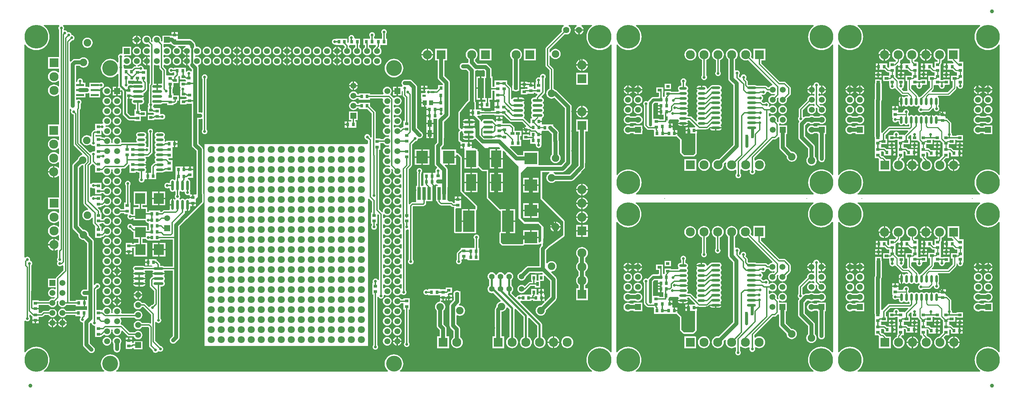
<source format=gtl>
G04 Layer_Physical_Order=1*
G04 Layer_Color=3162822*
%FSLAX44Y44*%
%MOMM*%
G71*
G01*
G75*
%ADD10C,1.0000*%
%ADD11R,1.1000X0.6500*%
%ADD12R,0.9000X0.6500*%
%ADD13R,0.9000X0.8000*%
%ADD14O,0.6000X1.9000*%
%ADD15R,0.8000X0.9000*%
%ADD16C,1.0000*%
%ADD17C,0.3000*%
%ADD18C,0.2540*%
%ADD19R,0.6500X0.9000*%
%ADD20R,0.6500X1.1000*%
%ADD21O,1.9000X0.6000*%
%ADD22O,2.3000X0.6000*%
%ADD23C,0.7500*%
%ADD24R,3.0000X3.2000*%
%ADD25R,3.2000X3.0000*%
%ADD26O,2.5000X0.7000*%
%ADD27O,0.7000X2.5000*%
%ADD28R,10.0000X10.0000*%
%ADD29R,0.9000X3.2000*%
%ADD30R,1.5500X5.2000*%
%ADD31R,2.9000X5.4000*%
%ADD32R,0.8500X0.6000*%
%ADD33R,2.6162X2.7432*%
%ADD34R,2.7432X2.6162*%
%ADD35R,2.0000X0.5300*%
%ADD36R,1.0000X1.3000*%
%ADD37R,2.6000X4.2000*%
%ADD38R,1.1000X1.7000*%
%ADD39C,0.5000*%
%ADD40C,0.2500*%
%ADD41C,0.3000*%
%ADD42C,2.3000*%
%ADD43R,2.3000X2.3000*%
%ADD44C,1.5000*%
%ADD45R,1.5000X1.5000*%
%ADD46C,6.0000*%
%ADD47C,0.7000*%
%ADD48C,1.9000*%
%ADD49R,2.3000X2.3000*%
%ADD50R,1.5000X1.5000*%
%ADD51C,1.6000*%
%ADD52C,1.4000*%
%ADD53C,0.6000*%
%ADD54C,1.8000*%
%ADD55C,4.0000*%
%ADD56R,2.3000X2.3000*%
G36*
X2430446Y882460D02*
X2429998Y882186D01*
X2425989Y878761D01*
X2422564Y874752D01*
X2419809Y870256D01*
X2417791Y865384D01*
X2416560Y860257D01*
X2416146Y855000D01*
X2416560Y849743D01*
X2417791Y844616D01*
X2419809Y839744D01*
X2422564Y835248D01*
X2425989Y831239D01*
X2429998Y827814D01*
X2434494Y825059D01*
X2439366Y823041D01*
X2444493Y821810D01*
X2449750Y821396D01*
X2455007Y821810D01*
X2460134Y823041D01*
X2465006Y825059D01*
X2469502Y827814D01*
X2473511Y831239D01*
X2476936Y835248D01*
X2477210Y835695D01*
X2479750Y834979D01*
Y505020D01*
X2477210Y504304D01*
X2476936Y504752D01*
X2473511Y508761D01*
X2469502Y512186D01*
X2465006Y514941D01*
X2460134Y516959D01*
X2455007Y518190D01*
X2449750Y518603D01*
X2444493Y518190D01*
X2439366Y516959D01*
X2434494Y514941D01*
X2429998Y512186D01*
X2425989Y508761D01*
X2422564Y504752D01*
X2419809Y500256D01*
X2417791Y495384D01*
X2416560Y490257D01*
X2416146Y485000D01*
X2416560Y479743D01*
X2417791Y474616D01*
X2419809Y469744D01*
X2422564Y465248D01*
X2425989Y461239D01*
X2429998Y457814D01*
X2430445Y457540D01*
X2429729Y455000D01*
X2119771D01*
X2119054Y457540D01*
X2119502Y457814D01*
X2123511Y461239D01*
X2126936Y465248D01*
X2129691Y469744D01*
X2131709Y474616D01*
X2132940Y479743D01*
X2133354Y485000D01*
X2132940Y490257D01*
X2131709Y495384D01*
X2129691Y500256D01*
X2126936Y504752D01*
X2123511Y508761D01*
X2119502Y512186D01*
X2115006Y514941D01*
X2110134Y516959D01*
X2105007Y518190D01*
X2099750Y518604D01*
X2094493Y518190D01*
X2089366Y516959D01*
X2084494Y514941D01*
X2079998Y512186D01*
X2075989Y508761D01*
X2072564Y504752D01*
X2072290Y504304D01*
X2069750Y505020D01*
Y834979D01*
X2072290Y835696D01*
X2072564Y835248D01*
X2075989Y831239D01*
X2079998Y827814D01*
X2084494Y825059D01*
X2089366Y823041D01*
X2094493Y821810D01*
X2099750Y821396D01*
X2105007Y821810D01*
X2110134Y823041D01*
X2115006Y825059D01*
X2119502Y827814D01*
X2123511Y831239D01*
X2126936Y835248D01*
X2129691Y839744D01*
X2131709Y844616D01*
X2132940Y849743D01*
X2133354Y855000D01*
X2132940Y860257D01*
X2131709Y865384D01*
X2129691Y870256D01*
X2126936Y874752D01*
X2123511Y878761D01*
X2119502Y882186D01*
X2119054Y882460D01*
X2119771Y885000D01*
X2429729D01*
X2430446Y882460D01*
D02*
G37*
%LPC*%
G36*
X2099550Y630295D02*
X2096678Y629917D01*
X2094003Y628808D01*
X2091705Y627045D01*
X2089942Y624747D01*
X2088833Y622072D01*
X2088455Y619200D01*
X2088833Y616328D01*
X2089942Y613652D01*
X2091705Y611355D01*
X2094003Y609591D01*
X2096678Y608483D01*
X2099550Y608105D01*
X2102422Y608483D01*
X2105097Y609591D01*
X2106447Y610627D01*
X2113950D01*
Y608200D01*
X2135950D01*
Y630200D01*
X2113950D01*
Y627773D01*
X2106446D01*
X2105097Y628808D01*
X2102422Y629917D01*
X2099550Y630295D01*
D02*
G37*
G36*
X2179875Y746750D02*
X2163875D01*
Y738773D01*
X2163593Y738094D01*
X2163301Y735875D01*
Y730000D01*
Y721125D01*
Y698229D01*
X2162469Y696219D01*
X2162177Y694000D01*
Y616460D01*
Y603251D01*
X2162469Y601032D01*
X2162750Y600353D01*
Y591502D01*
Y577502D01*
X2162750D01*
Y576498D01*
X2162750D01*
Y561498D01*
Y547499D01*
X2171372D01*
X2173579Y545292D01*
X2173251Y544500D01*
X2173251D01*
Y514500D01*
X2203251D01*
Y544500D01*
X2191983D01*
X2191690Y544938D01*
X2185689Y550939D01*
X2184111Y551993D01*
X2182250Y552364D01*
X2182250Y552363D01*
X2180263D01*
X2178750Y553876D01*
Y563900D01*
X2184638D01*
X2186248Y562290D01*
Y554000D01*
X2205998D01*
Y562000D01*
Y570000D01*
X2192958D01*
X2190354Y572603D01*
X2188700Y573708D01*
X2186750Y574096D01*
X2179083D01*
X2178750Y576498D01*
Y577501D01*
X2178750D01*
Y582750D01*
X2194375D01*
Y596250D01*
X2190473D01*
Y606013D01*
X2201862Y617402D01*
X2246624D01*
X2247596Y615055D01*
X2239270Y606730D01*
X2238790Y606011D01*
X2236250Y606502D01*
Y606502D01*
X2225186D01*
X2224310Y607500D01*
X2224070Y609327D01*
X2223365Y611030D01*
X2222242Y612492D01*
X2220780Y613614D01*
X2219077Y614320D01*
X2217250Y614560D01*
X2215423Y614320D01*
X2213720Y613614D01*
X2212258Y612492D01*
X2211136Y611030D01*
X2210430Y609327D01*
X2210190Y607500D01*
X2208655Y605750D01*
X2198125D01*
Y592250D01*
X2214125D01*
Y593902D01*
X2220250D01*
Y577502D01*
X2220250D01*
Y576498D01*
X2220250D01*
Y561498D01*
Y549878D01*
X2219811Y549439D01*
X2218757Y547861D01*
X2218386Y546000D01*
X2218386Y546000D01*
Y543700D01*
X2217482Y543425D01*
X2214876Y542032D01*
X2212592Y540158D01*
X2210717Y537874D01*
X2209324Y535268D01*
X2208467Y532440D01*
X2208177Y529500D01*
X2208467Y526559D01*
X2209324Y523732D01*
X2210717Y521126D01*
X2212592Y518842D01*
X2214876Y516968D01*
X2217482Y515575D01*
X2220309Y514717D01*
X2223250Y514427D01*
X2226190Y514717D01*
X2229017Y515575D01*
X2231623Y516968D01*
X2233907Y518842D01*
X2235782Y521126D01*
X2237175Y523732D01*
X2238033Y526559D01*
X2238322Y529500D01*
X2238033Y532440D01*
X2237175Y535268D01*
X2235782Y537874D01*
X2233907Y540158D01*
X2231623Y542032D01*
X2230404Y542684D01*
X2229842Y545648D01*
X2229881Y545753D01*
X2231626Y547499D01*
X2236250D01*
Y563900D01*
X2239638D01*
X2241248Y562290D01*
Y554000D01*
X2260998D01*
Y562000D01*
Y570000D01*
X2247958D01*
X2245354Y572603D01*
X2243701Y573708D01*
X2241750Y574096D01*
X2236583D01*
X2236250Y576498D01*
Y577501D01*
X2236250D01*
Y582750D01*
X2251875D01*
Y596250D01*
X2247973D01*
Y601013D01*
X2253351Y606391D01*
X2255625Y605073D01*
Y592250D01*
X2270243D01*
X2271625Y592250D01*
X2273470Y590573D01*
X2273811Y590063D01*
X2277750Y586124D01*
Y577502D01*
X2277750D01*
Y576498D01*
X2277750D01*
Y561498D01*
Y547499D01*
X2281185D01*
X2281257Y547139D01*
X2282311Y545561D01*
X2283734Y544138D01*
X2283432Y540848D01*
X2282592Y540158D01*
X2280717Y537874D01*
X2279324Y535268D01*
X2278466Y532440D01*
X2278177Y529500D01*
X2278466Y526559D01*
X2279324Y523732D01*
X2280717Y521126D01*
X2282592Y518842D01*
X2284875Y516968D01*
X2287481Y515575D01*
X2290309Y514717D01*
X2293249Y514427D01*
X2296190Y514717D01*
X2299017Y515575D01*
X2301623Y516968D01*
X2303907Y518842D01*
X2305782Y521126D01*
X2307175Y523732D01*
X2308032Y526559D01*
X2308322Y529500D01*
X2308032Y532440D01*
X2307175Y535268D01*
X2305782Y537874D01*
X2303907Y540158D01*
X2301623Y542032D01*
X2299017Y543425D01*
X2297366Y543926D01*
X2296689Y544939D01*
X2296689Y544939D01*
X2293750Y547878D01*
Y562501D01*
X2296290Y562580D01*
X2298748Y560122D01*
Y551500D01*
X2318498D01*
Y559500D01*
Y567500D01*
X2305126D01*
X2301687Y570939D01*
X2300109Y571993D01*
X2298248Y572363D01*
X2298248Y572363D01*
X2293750D01*
Y576498D01*
X2293750D01*
Y577502D01*
X2293750D01*
Y582750D01*
X2309375D01*
Y593904D01*
X2313125D01*
Y592250D01*
X2329124D01*
X2335250Y586124D01*
Y577502D01*
X2335250D01*
Y576498D01*
X2335250D01*
Y561498D01*
Y553876D01*
X2325694Y544321D01*
X2325310Y544283D01*
X2322482Y543425D01*
X2319876Y542032D01*
X2317592Y540158D01*
X2315718Y537874D01*
X2314325Y535268D01*
X2313467Y532440D01*
X2313178Y529500D01*
X2313467Y526559D01*
X2314325Y523732D01*
X2315718Y521126D01*
X2317592Y518842D01*
X2319876Y516968D01*
X2322482Y515575D01*
X2325310Y514717D01*
X2328250Y514427D01*
X2331191Y514717D01*
X2334018Y515575D01*
X2336624Y516968D01*
X2338908Y518842D01*
X2340782Y521126D01*
X2342175Y523732D01*
X2343033Y526559D01*
X2343323Y529500D01*
X2343033Y532440D01*
X2342175Y535268D01*
X2340782Y537874D01*
X2338908Y540158D01*
X2338381Y540590D01*
X2338257Y543127D01*
X2342628Y547499D01*
X2351250D01*
Y561528D01*
X2353790Y562580D01*
X2356248Y560122D01*
Y551500D01*
X2375998D01*
Y559500D01*
Y567500D01*
X2362626D01*
X2357689Y572438D01*
X2356111Y573492D01*
X2354250Y573862D01*
X2354250Y573862D01*
X2351250D01*
Y576498D01*
X2351250D01*
Y577502D01*
X2351250D01*
Y582750D01*
X2366875D01*
Y593904D01*
X2370625D01*
Y592250D01*
X2386625D01*
Y605750D01*
X2370625D01*
Y604099D01*
X2360365D01*
X2358690Y606640D01*
X2358804Y607500D01*
X2358563Y609327D01*
X2357858Y611030D01*
X2356841Y612355D01*
Y636503D01*
X2356453Y638454D01*
X2355348Y640108D01*
X2348853Y646603D01*
X2347199Y647708D01*
X2345248Y648096D01*
X2342750D01*
Y655248D01*
X2325979D01*
X2324210Y654648D01*
X2323836Y655136D01*
X2322478Y656178D01*
X2320897Y656833D01*
X2319200Y657056D01*
X2317503Y656833D01*
X2315922Y656178D01*
X2314564Y655136D01*
X2314379Y654895D01*
X2314243Y654826D01*
X2311457D01*
X2311320Y654895D01*
X2311136Y655136D01*
X2309778Y656178D01*
X2308250Y656811D01*
Y644000D01*
X2304750D01*
Y656811D01*
X2303222Y656178D01*
X2301864Y655136D01*
X2301679Y654895D01*
X2301543Y654826D01*
X2298757D01*
X2298620Y654895D01*
X2298436Y655136D01*
X2297078Y656178D01*
X2295497Y656833D01*
X2293800Y657056D01*
X2292103Y656833D01*
X2290522Y656178D01*
X2289164Y655136D01*
X2288979Y654895D01*
X2288843Y654826D01*
X2286057D01*
X2285920Y654895D01*
X2285736Y655136D01*
X2284378Y656178D01*
X2282797Y656833D01*
X2281100Y657056D01*
X2279403Y656833D01*
X2277822Y656178D01*
X2276464Y655136D01*
X2276279Y654895D01*
X2276143Y654826D01*
X2273357D01*
X2273220Y654895D01*
X2273036Y655136D01*
X2271678Y656178D01*
X2270097Y656833D01*
X2268400Y657056D01*
X2266703Y656833D01*
X2265122Y656178D01*
X2263764Y655136D01*
X2263579Y654895D01*
X2263443Y654826D01*
X2260657D01*
X2260520Y654895D01*
X2260336Y655136D01*
X2258978Y656178D01*
X2257397Y656833D01*
X2255700Y657056D01*
X2254003Y656833D01*
X2252422Y656178D01*
X2251064Y655136D01*
X2250879Y654895D01*
X2250743Y654826D01*
X2250398D01*
X2247864Y656750D01*
X2247863Y656750D01*
X2247493Y658611D01*
X2247113Y659180D01*
Y659909D01*
X2247242Y660007D01*
X2248365Y661470D01*
X2249070Y663173D01*
X2249310Y665000D01*
X2249070Y666827D01*
X2248365Y668530D01*
X2247242Y669992D01*
X2245780Y671115D01*
X2244077Y671820D01*
X2242250Y672060D01*
X2240423Y671820D01*
X2238720Y671115D01*
X2237258Y669992D01*
X2236136Y668530D01*
X2235430Y666827D01*
X2235190Y665000D01*
X2232909Y662862D01*
X2222750D01*
Y670248D01*
X2206750D01*
Y664499D01*
Y650499D01*
X2206944D01*
X2207640Y649688D01*
X2208399Y647959D01*
X2207930Y646827D01*
X2207690Y645000D01*
X2207930Y643173D01*
X2208636Y641470D01*
X2209758Y640007D01*
X2211220Y638885D01*
X2212923Y638180D01*
X2214750Y637940D01*
X2216577Y638180D01*
X2218280Y638885D01*
X2219742Y640007D01*
X2219841Y640136D01*
X2223744D01*
Y637500D01*
X2223967Y635803D01*
X2224622Y634222D01*
X2225664Y632864D01*
X2227022Y631822D01*
X2228603Y631167D01*
X2230300Y630944D01*
X2231997Y631167D01*
X2233578Y631822D01*
X2234936Y632864D01*
X2235120Y633105D01*
X2235257Y633174D01*
X2238043D01*
X2238179Y633105D01*
X2238364Y632864D01*
X2239722Y631822D01*
X2241303Y631167D01*
X2243000Y630944D01*
X2244697Y631167D01*
X2246278Y631822D01*
X2247636Y632864D01*
X2247820Y633105D01*
X2247979Y633186D01*
X2248338Y633224D01*
X2250602Y631852D01*
Y628061D01*
X2250138Y627598D01*
X2199750D01*
X2197799Y627210D01*
X2196145Y626105D01*
X2181863Y611823D01*
X2181463Y611844D01*
X2179323Y612640D01*
Y616460D01*
Y690896D01*
X2180156Y692906D01*
X2180448Y695125D01*
Y721125D01*
Y730000D01*
Y735875D01*
X2180156Y738094D01*
X2179875Y738773D01*
Y746750D01*
D02*
G37*
G36*
X2386625Y586750D02*
X2380375D01*
Y581750D01*
X2386625D01*
Y586750D01*
D02*
G37*
G36*
X2450450Y655695D02*
X2447578Y655317D01*
X2444903Y654209D01*
X2443554Y653173D01*
X2431946D01*
X2430598Y654209D01*
X2427922Y655317D01*
X2425050Y655695D01*
X2422178Y655317D01*
X2419503Y654209D01*
X2417205Y652445D01*
X2415441Y650147D01*
X2415264Y649719D01*
X2414625Y648887D01*
X2413769Y646819D01*
X2413477Y644600D01*
X2413769Y642381D01*
X2414625Y640313D01*
X2415264Y639481D01*
X2415441Y639053D01*
X2417205Y636755D01*
X2419503Y634991D01*
X2422178Y633883D01*
X2425050Y633505D01*
X2427922Y633883D01*
X2430598Y634991D01*
X2431947Y636027D01*
X2443553D01*
X2444903Y634991D01*
X2447578Y633883D01*
X2450450Y633505D01*
X2453322Y633883D01*
X2455997Y634991D01*
X2458295Y636755D01*
X2460058Y639053D01*
X2461167Y641728D01*
X2461545Y644600D01*
X2461167Y647472D01*
X2460058Y650147D01*
X2458295Y652445D01*
X2455997Y654209D01*
X2453322Y655317D01*
X2450450Y655695D01*
D02*
G37*
G36*
X2124950Y655695D02*
X2122078Y655317D01*
X2119402Y654208D01*
X2118054Y653173D01*
X2106446D01*
X2105097Y654208D01*
X2102422Y655317D01*
X2099550Y655695D01*
X2096678Y655317D01*
X2094003Y654208D01*
X2091705Y652445D01*
X2089942Y650147D01*
X2088833Y647472D01*
X2088455Y644600D01*
X2088833Y641728D01*
X2089942Y639053D01*
X2091705Y636755D01*
X2094003Y634991D01*
X2096678Y633883D01*
X2099550Y633505D01*
X2102422Y633883D01*
X2105097Y634991D01*
X2106447Y636027D01*
X2118053D01*
X2119402Y634991D01*
X2122078Y633883D01*
X2124950Y633505D01*
X2127822Y633883D01*
X2130497Y634991D01*
X2132795Y636755D01*
X2134558Y639053D01*
X2135667Y641728D01*
X2136045Y644600D01*
X2135667Y647472D01*
X2134558Y650147D01*
X2132795Y652445D01*
X2130497Y654208D01*
X2127822Y655317D01*
X2124950Y655695D01*
D02*
G37*
G36*
X2425050Y630295D02*
X2422178Y629917D01*
X2419503Y628809D01*
X2417205Y627045D01*
X2415441Y624748D01*
X2415264Y624319D01*
X2414625Y623487D01*
X2413769Y621419D01*
X2413477Y619200D01*
X2413769Y616981D01*
X2414625Y614913D01*
X2415264Y614081D01*
X2415441Y613652D01*
X2417205Y611355D01*
X2419503Y609591D01*
X2422178Y608483D01*
X2425050Y608105D01*
X2427922Y608483D01*
X2430598Y609591D01*
X2431947Y610627D01*
X2439450D01*
Y608200D01*
X2461450D01*
Y630200D01*
X2439450D01*
Y627773D01*
X2431946D01*
X2430598Y628809D01*
X2427922Y629917D01*
X2425050Y630295D01*
D02*
G37*
G36*
X2376875Y586750D02*
X2370625D01*
Y581750D01*
X2376875D01*
Y586750D01*
D02*
G37*
G36*
X2319375D02*
X2313125D01*
Y581750D01*
X2319375D01*
Y586750D01*
D02*
G37*
G36*
X2261875D02*
X2255625D01*
Y581750D01*
X2261875D01*
Y586750D01*
D02*
G37*
G36*
X2329125D02*
X2322875D01*
Y581750D01*
X2329125D01*
Y586750D01*
D02*
G37*
G36*
X2271625D02*
X2265375D01*
Y581750D01*
X2271625D01*
Y586750D01*
D02*
G37*
G36*
X2214125D02*
X2207875D01*
Y581750D01*
X2214125D01*
Y586750D01*
D02*
G37*
G36*
X2228550Y689250D02*
X2223744D01*
Y684500D01*
X2223967Y682803D01*
X2224622Y681222D01*
X2225664Y679865D01*
X2227022Y678823D01*
X2228550Y678190D01*
Y689250D01*
D02*
G37*
G36*
X2222750Y679499D02*
X2216500D01*
Y673748D01*
X2222750D01*
Y679499D01*
D02*
G37*
G36*
X2213000D02*
X2206750D01*
Y673748D01*
X2213000D01*
Y679499D01*
D02*
G37*
G36*
X2425050Y706495D02*
X2422178Y706117D01*
X2419503Y705008D01*
X2417205Y703245D01*
X2415441Y700947D01*
X2414333Y698272D01*
X2413955Y695400D01*
X2414333Y692528D01*
X2415441Y689853D01*
X2417205Y687555D01*
X2419503Y685791D01*
X2422178Y684683D01*
X2425050Y684305D01*
X2427922Y684683D01*
X2430598Y685791D01*
X2432895Y687555D01*
X2434659Y689853D01*
X2435767Y692528D01*
X2436145Y695400D01*
X2435767Y698272D01*
X2434659Y700947D01*
X2432895Y703245D01*
X2430598Y705008D01*
X2427922Y706117D01*
X2425050Y706495D01*
D02*
G37*
G36*
X2124950Y706495D02*
X2122078Y706117D01*
X2119402Y705008D01*
X2117105Y703245D01*
X2115341Y700947D01*
X2114233Y698272D01*
X2113855Y695400D01*
X2114233Y692528D01*
X2115341Y689853D01*
X2117105Y687555D01*
X2119402Y685791D01*
X2122078Y684683D01*
X2124950Y684305D01*
X2127822Y684683D01*
X2130497Y685791D01*
X2132795Y687555D01*
X2134558Y689853D01*
X2135667Y692528D01*
X2136045Y695400D01*
X2135667Y698272D01*
X2134558Y700947D01*
X2132795Y703245D01*
X2130497Y705008D01*
X2127822Y706117D01*
X2124950Y706495D01*
D02*
G37*
G36*
X2099550D02*
X2096678Y706117D01*
X2094003Y705008D01*
X2091705Y703245D01*
X2089942Y700947D01*
X2088833Y698272D01*
X2088455Y695400D01*
X2088833Y692528D01*
X2089942Y689853D01*
X2091705Y687555D01*
X2094003Y685791D01*
X2096678Y684683D01*
X2099550Y684305D01*
X2102422Y684683D01*
X2105097Y685791D01*
X2107395Y687555D01*
X2109158Y689853D01*
X2110267Y692528D01*
X2110645Y695400D01*
X2110267Y698272D01*
X2109158Y700947D01*
X2107395Y703245D01*
X2105097Y705008D01*
X2102422Y706117D01*
X2099550Y706495D01*
D02*
G37*
G36*
Y681095D02*
X2096678Y680717D01*
X2094003Y679608D01*
X2091705Y677845D01*
X2089942Y675547D01*
X2088833Y672872D01*
X2088455Y670000D01*
X2088833Y667128D01*
X2089942Y664453D01*
X2091705Y662155D01*
X2094003Y660391D01*
X2096678Y659283D01*
X2099550Y658905D01*
X2102422Y659283D01*
X2105097Y660391D01*
X2107395Y662155D01*
X2109158Y664453D01*
X2110267Y667128D01*
X2110645Y670000D01*
X2110267Y672872D01*
X2109158Y675547D01*
X2107395Y677845D01*
X2105097Y679608D01*
X2102422Y680717D01*
X2099550Y681095D01*
D02*
G37*
G36*
X2342750Y664498D02*
X2336500D01*
Y658748D01*
X2342750D01*
Y664498D01*
D02*
G37*
G36*
X2333000D02*
X2326750D01*
Y658748D01*
X2333000D01*
Y664498D01*
D02*
G37*
G36*
X2450450Y681095D02*
X2447578Y680717D01*
X2444903Y679609D01*
X2442605Y677845D01*
X2440842Y675547D01*
X2439733Y672872D01*
X2439355Y670000D01*
X2439733Y667128D01*
X2440842Y664453D01*
X2442605Y662155D01*
X2444903Y660391D01*
X2447578Y659283D01*
X2450450Y658905D01*
X2453322Y659283D01*
X2455997Y660391D01*
X2458295Y662155D01*
X2460058Y664453D01*
X2461167Y667128D01*
X2461545Y670000D01*
X2461167Y672872D01*
X2460058Y675547D01*
X2458295Y677845D01*
X2455997Y679609D01*
X2453322Y680717D01*
X2450450Y681095D01*
D02*
G37*
G36*
X2425050D02*
X2422178Y680717D01*
X2419503Y679609D01*
X2417205Y677845D01*
X2415441Y675547D01*
X2414333Y672872D01*
X2413955Y670000D01*
X2414333Y667128D01*
X2415441Y664453D01*
X2417205Y662155D01*
X2419503Y660391D01*
X2422178Y659283D01*
X2425050Y658905D01*
X2427922Y659283D01*
X2430598Y660391D01*
X2432895Y662155D01*
X2434659Y664453D01*
X2435767Y667128D01*
X2436145Y670000D01*
X2435767Y672872D01*
X2434659Y675547D01*
X2432895Y677845D01*
X2430598Y679609D01*
X2427922Y680717D01*
X2425050Y681095D01*
D02*
G37*
G36*
X2124950Y681095D02*
X2122078Y680717D01*
X2119402Y679608D01*
X2117105Y677845D01*
X2115341Y675547D01*
X2114233Y672872D01*
X2113855Y670000D01*
X2114233Y667128D01*
X2115341Y664453D01*
X2117105Y662155D01*
X2119402Y660391D01*
X2122078Y659283D01*
X2124950Y658905D01*
X2127822Y659283D01*
X2130497Y660391D01*
X2132795Y662155D01*
X2134558Y664453D01*
X2135667Y667128D01*
X2136045Y670000D01*
X2135667Y672872D01*
X2134558Y675547D01*
X2132795Y677845D01*
X2130497Y679608D01*
X2127822Y680717D01*
X2124950Y681095D01*
D02*
G37*
G36*
X2204375Y586750D02*
X2198125D01*
Y581750D01*
X2204375D01*
Y586750D01*
D02*
G37*
G36*
X2327748Y557750D02*
X2321998D01*
Y551500D01*
X2327748D01*
Y557750D01*
D02*
G37*
G36*
X2365000Y544400D02*
Y531250D01*
X2378150D01*
X2378033Y532440D01*
X2377175Y535268D01*
X2375782Y537874D01*
X2373908Y540158D01*
X2371624Y542032D01*
X2369018Y543425D01*
X2366191Y544283D01*
X2365000Y544400D01*
D02*
G37*
G36*
X2361500D02*
X2360310Y544283D01*
X2357482Y543425D01*
X2354876Y542032D01*
X2352592Y540158D01*
X2350718Y537874D01*
X2349325Y535268D01*
X2348467Y532440D01*
X2348350Y531250D01*
X2361500D01*
Y544400D01*
D02*
G37*
G36*
X2270248Y560250D02*
X2264498D01*
Y554000D01*
X2270248D01*
Y560250D01*
D02*
G37*
G36*
X2215248D02*
X2209498D01*
Y554000D01*
X2215248D01*
Y560250D01*
D02*
G37*
G36*
X2385248Y557750D02*
X2379498D01*
Y551500D01*
X2385248D01*
Y557750D01*
D02*
G37*
G36*
X2361500Y527750D02*
X2348350D01*
X2348467Y526559D01*
X2349325Y523732D01*
X2350718Y521126D01*
X2352592Y518842D01*
X2354876Y516968D01*
X2357482Y515575D01*
X2360310Y514717D01*
X2361500Y514600D01*
Y527750D01*
D02*
G37*
G36*
X2273151D02*
X2260001D01*
Y514600D01*
X2261191Y514717D01*
X2264019Y515575D01*
X2266625Y516968D01*
X2268909Y518842D01*
X2270783Y521126D01*
X2272176Y523732D01*
X2273034Y526559D01*
X2273151Y527750D01*
D02*
G37*
G36*
X2256501D02*
X2243351D01*
X2243468Y526559D01*
X2244326Y523732D01*
X2245718Y521126D01*
X2247593Y518842D01*
X2249877Y516968D01*
X2252483Y515575D01*
X2255310Y514717D01*
X2256501Y514600D01*
Y527750D01*
D02*
G37*
G36*
X2260001Y544400D02*
Y531250D01*
X2273151D01*
X2273034Y532440D01*
X2272176Y535268D01*
X2270783Y537874D01*
X2268909Y540158D01*
X2266625Y542032D01*
X2264019Y543425D01*
X2261191Y544283D01*
X2260001Y544400D01*
D02*
G37*
G36*
X2256501D02*
X2255310Y544283D01*
X2252483Y543425D01*
X2249877Y542032D01*
X2247593Y540158D01*
X2245718Y537874D01*
X2244326Y535268D01*
X2243468Y532440D01*
X2243351Y531250D01*
X2256501D01*
Y544400D01*
D02*
G37*
G36*
X2378150Y527750D02*
X2365000D01*
Y514600D01*
X2366191Y514717D01*
X2369018Y515575D01*
X2371624Y516968D01*
X2373908Y518842D01*
X2375782Y521126D01*
X2377175Y523732D01*
X2378033Y526559D01*
X2378150Y527750D01*
D02*
G37*
G36*
X2319375Y578250D02*
X2313125D01*
Y573250D01*
X2319375D01*
Y578250D01*
D02*
G37*
G36*
X2271625D02*
X2265375D01*
Y573250D01*
X2271625D01*
Y578250D01*
D02*
G37*
G36*
X2261875D02*
X2255625D01*
Y573250D01*
X2261875D01*
Y578250D01*
D02*
G37*
G36*
X2386625D02*
X2380375D01*
Y573250D01*
X2386625D01*
Y578250D01*
D02*
G37*
G36*
X2376875D02*
X2370625D01*
Y573250D01*
X2376875D01*
Y578250D01*
D02*
G37*
G36*
X2329125D02*
X2322875D01*
Y573250D01*
X2329125D01*
Y578250D01*
D02*
G37*
G36*
X2215248Y570000D02*
X2209498D01*
Y563750D01*
X2215248D01*
Y570000D01*
D02*
G37*
G36*
X2385248Y567500D02*
X2379498D01*
Y561250D01*
X2385248D01*
Y567500D01*
D02*
G37*
G36*
X2327748D02*
X2321998D01*
Y561250D01*
X2327748D01*
Y567500D01*
D02*
G37*
G36*
X2214125Y578250D02*
X2207875D01*
Y573250D01*
X2214125D01*
Y578250D01*
D02*
G37*
G36*
X2204375D02*
X2198125D01*
Y573250D01*
X2204375D01*
Y578250D01*
D02*
G37*
G36*
X2270248Y570000D02*
X2264498D01*
Y563750D01*
X2270248D01*
Y570000D01*
D02*
G37*
G36*
X2450450Y706495D02*
X2447578Y706117D01*
X2444903Y705008D01*
X2442605Y703245D01*
X2440842Y700947D01*
X2439733Y698272D01*
X2439355Y695400D01*
X2439733Y692528D01*
X2440842Y689853D01*
X2442605Y687555D01*
X2444903Y685791D01*
X2447578Y684683D01*
X2450450Y684305D01*
X2453322Y684683D01*
X2455997Y685791D01*
X2458295Y687555D01*
X2460058Y689853D01*
X2461167Y692528D01*
X2461545Y695400D01*
X2461167Y698272D01*
X2460058Y700947D01*
X2458295Y703245D01*
X2455997Y705008D01*
X2453322Y706117D01*
X2450450Y706495D01*
D02*
G37*
G36*
X2171002Y777750D02*
X2165252D01*
Y771500D01*
X2171002D01*
Y777750D01*
D02*
G37*
G36*
X2294750Y766210D02*
X2288500D01*
Y761210D01*
X2294750D01*
Y766210D01*
D02*
G37*
G36*
X2285000D02*
X2278750D01*
Y761210D01*
X2285000D01*
Y766210D01*
D02*
G37*
G36*
X2343502Y777750D02*
X2337752D01*
Y771500D01*
X2343502D01*
Y777750D01*
D02*
G37*
G36*
X2286002D02*
X2280252D01*
Y771500D01*
X2286002D01*
Y777750D01*
D02*
G37*
G36*
X2228502D02*
X2222752D01*
Y771500D01*
X2228502D01*
Y777750D01*
D02*
G37*
G36*
X2342625Y765750D02*
X2336375D01*
Y760750D01*
X2342625D01*
Y765750D01*
D02*
G37*
G36*
X2227625D02*
X2221375D01*
Y760750D01*
X2227625D01*
Y765750D01*
D02*
G37*
G36*
X2170125D02*
X2163875D01*
Y760750D01*
X2170125D01*
Y765750D01*
D02*
G37*
G36*
X2352375D02*
X2346125D01*
Y760750D01*
X2352375D01*
Y765750D01*
D02*
G37*
G36*
X2237375D02*
X2231125D01*
Y760750D01*
X2237375D01*
Y765750D01*
D02*
G37*
G36*
X2179875D02*
X2173625D01*
Y760750D01*
X2179875D01*
Y765750D01*
D02*
G37*
G36*
X2185500Y824400D02*
X2184310Y824283D01*
X2181482Y823425D01*
X2178876Y822032D01*
X2176592Y820158D01*
X2174718Y817874D01*
X2173325Y815268D01*
X2172467Y812440D01*
X2172350Y811250D01*
X2185500D01*
Y824400D01*
D02*
G37*
G36*
X2290500Y807750D02*
X2277350D01*
X2277467Y806560D01*
X2278324Y803732D01*
X2279717Y801126D01*
X2281592Y798842D01*
X2283876Y796968D01*
X2286482Y795575D01*
X2289309Y794717D01*
X2290500Y794600D01*
Y807750D01*
D02*
G37*
G36*
X2202151D02*
X2189000D01*
Y794600D01*
X2190191Y794717D01*
X2193018Y795575D01*
X2195624Y796968D01*
X2197908Y798842D01*
X2199783Y801126D01*
X2201176Y803732D01*
X2202033Y806560D01*
X2202151Y807750D01*
D02*
G37*
G36*
X2189000Y824400D02*
Y811250D01*
X2202151D01*
X2202033Y812440D01*
X2201176Y815268D01*
X2199783Y817874D01*
X2197908Y820158D01*
X2195624Y822032D01*
X2193018Y823425D01*
X2190191Y824283D01*
X2189000Y824400D01*
D02*
G37*
G36*
X2294000Y824400D02*
Y811250D01*
X2307150D01*
X2307033Y812440D01*
X2306175Y815268D01*
X2304782Y817874D01*
X2302908Y820158D01*
X2300624Y822032D01*
X2298018Y823425D01*
X2295190Y824283D01*
X2294000Y824400D01*
D02*
G37*
G36*
X2290500Y824400D02*
X2289309Y824283D01*
X2286482Y823425D01*
X2283876Y822032D01*
X2281592Y820158D01*
X2279717Y817874D01*
X2278324Y815268D01*
X2277467Y812440D01*
X2277350Y811250D01*
X2290500D01*
Y824400D01*
D02*
G37*
G36*
X2286002Y787500D02*
X2280252D01*
Y781250D01*
X2286002D01*
Y787500D01*
D02*
G37*
G36*
X2171002D02*
X2165252D01*
Y781250D01*
X2171002D01*
Y787500D01*
D02*
G37*
G36*
X2327251Y824573D02*
X2324310Y824283D01*
X2321483Y823425D01*
X2318877Y822032D01*
X2316593Y820158D01*
X2314719Y817874D01*
X2313326Y815268D01*
X2312468Y812440D01*
X2312178Y809500D01*
X2312468Y806560D01*
X2313326Y803732D01*
X2314719Y801126D01*
X2316593Y798842D01*
X2318877Y796968D01*
X2321483Y795575D01*
X2322387Y795300D01*
Y791502D01*
X2314250D01*
Y777472D01*
X2311913Y776426D01*
X2311710Y776420D01*
X2309252Y778878D01*
Y787500D01*
X2289502D01*
Y779500D01*
Y771500D01*
X2302874D01*
X2307811Y766562D01*
X2307811Y766562D01*
X2309389Y765508D01*
X2311250Y765138D01*
X2314250D01*
Y762501D01*
X2314250D01*
Y761998D01*
X2314250D01*
Y756710D01*
X2298500D01*
Y743210D01*
X2302636D01*
Y726892D01*
X2279604Y703859D01*
X2279403Y703833D01*
X2277822Y703178D01*
X2276464Y702136D01*
X2274178Y703120D01*
X2273263Y703850D01*
X2272893Y705711D01*
X2271839Y707289D01*
X2271839Y707289D01*
X2254989Y724139D01*
Y731188D01*
X2256750Y732998D01*
X2266916D01*
X2268769Y730458D01*
X2268709Y730000D01*
X2268949Y728173D01*
X2269655Y726470D01*
X2270777Y725007D01*
X2272239Y723885D01*
X2273942Y723180D01*
X2275769Y722940D01*
X2277596Y723180D01*
X2279299Y723885D01*
X2280762Y725007D01*
X2281884Y726470D01*
X2282589Y728173D01*
X2282829Y730000D01*
X2282675Y731170D01*
X2283737Y732924D01*
X2284559Y733710D01*
X2294750D01*
Y747210D01*
X2278750D01*
Y745558D01*
X2272750D01*
Y761998D01*
X2272750D01*
Y762502D01*
X2272750D01*
Y776502D01*
Y791502D01*
X2264674D01*
X2263027Y793266D01*
X2263429Y795794D01*
X2265625Y796968D01*
X2267909Y798842D01*
X2269783Y801126D01*
X2271176Y803732D01*
X2272034Y806560D01*
X2272324Y809500D01*
X2272034Y812440D01*
X2271176Y815268D01*
X2269783Y817874D01*
X2267909Y820158D01*
X2265625Y822032D01*
X2263019Y823425D01*
X2260192Y824283D01*
X2257251Y824573D01*
X2254311Y824283D01*
X2251483Y823425D01*
X2248877Y822032D01*
X2246593Y820158D01*
X2244719Y817874D01*
X2243326Y815268D01*
X2242468Y812440D01*
X2242178Y809500D01*
X2242468Y806560D01*
X2243326Y803732D01*
X2244719Y801126D01*
X2246593Y798842D01*
X2248877Y796968D01*
X2251483Y795575D01*
X2252387Y795300D01*
Y791501D01*
X2252387Y791501D01*
X2252718Y789840D01*
X2252758Y789640D01*
X2252759Y789599D01*
X2251133Y787500D01*
X2249578Y787500D01*
X2232002D01*
Y779500D01*
Y771500D01*
X2246376D01*
X2251313Y766563D01*
X2252891Y765509D01*
X2254752Y765138D01*
X2255549Y764545D01*
X2256750Y762502D01*
Y761998D01*
X2256750D01*
Y756250D01*
X2241125D01*
Y742750D01*
X2245262D01*
Y722125D01*
X2245262Y722125D01*
X2245632Y720264D01*
X2245873Y719903D01*
X2244515Y717363D01*
X2235619D01*
X2231774Y721208D01*
X2232487Y724088D01*
X2232905Y724260D01*
X2234367Y725383D01*
X2235489Y726845D01*
X2236195Y728548D01*
X2236435Y730375D01*
X2236391Y730710D01*
X2237375Y733250D01*
X2237375D01*
Y746750D01*
X2221876D01*
X2215250Y753376D01*
Y761998D01*
X2215250D01*
Y762501D01*
X2215250D01*
Y776502D01*
Y779436D01*
X2215613Y779509D01*
X2217191Y780563D01*
X2220405Y783777D01*
X2222752Y782805D01*
Y781250D01*
X2228502D01*
Y787500D01*
X2227577D01*
X2226343Y790040D01*
X2226743Y790638D01*
X2227113Y792500D01*
Y795300D01*
X2228018Y795575D01*
X2230624Y796968D01*
X2232908Y798842D01*
X2234783Y801126D01*
X2236176Y803732D01*
X2237033Y806560D01*
X2237323Y809500D01*
X2237033Y812440D01*
X2236176Y815268D01*
X2234783Y817874D01*
X2232908Y820158D01*
X2230624Y822032D01*
X2228018Y823425D01*
X2225191Y824283D01*
X2222250Y824573D01*
X2219310Y824283D01*
X2216482Y823425D01*
X2213876Y822032D01*
X2211592Y820158D01*
X2209718Y817874D01*
X2208325Y815268D01*
X2207467Y812440D01*
X2207178Y809500D01*
X2207467Y806560D01*
X2208325Y803732D01*
X2209718Y801126D01*
X2211592Y798842D01*
X2213876Y796968D01*
X2215422Y796142D01*
X2216052Y793548D01*
X2215953Y793081D01*
X2214374Y791502D01*
X2199250D01*
Y777472D01*
X2196913Y776426D01*
X2196710Y776420D01*
X2194252Y778878D01*
Y787500D01*
X2174501D01*
Y779500D01*
Y771500D01*
X2187874D01*
X2192811Y766562D01*
X2192811Y766562D01*
X2194389Y765508D01*
X2196250Y765138D01*
X2199250D01*
Y762501D01*
X2199250D01*
Y761998D01*
X2199250D01*
Y756250D01*
X2183625D01*
Y742750D01*
X2199250D01*
Y732998D01*
X2199250D01*
X2200316Y730458D01*
X2200190Y729500D01*
X2200430Y727673D01*
X2201135Y725970D01*
X2202257Y724507D01*
X2203720Y723385D01*
X2205423Y722680D01*
X2207250Y722439D01*
X2209077Y722680D01*
X2210780Y723385D01*
X2212084Y724386D01*
X2212415Y724486D01*
X2215161Y724139D01*
X2215311Y723916D01*
X2230166Y709061D01*
X2230166Y709061D01*
X2231744Y708007D01*
X2233605Y707636D01*
X2233605Y707637D01*
X2245235D01*
X2247626Y705246D01*
X2246278Y703178D01*
X2244697Y703833D01*
X2243000Y704056D01*
X2241303Y703833D01*
X2239722Y703178D01*
X2238364Y702136D01*
X2238179Y701895D01*
X2238043Y701826D01*
X2235257D01*
X2235120Y701895D01*
X2234936Y702136D01*
X2233578Y703178D01*
X2232050Y703811D01*
Y691000D01*
Y678190D01*
X2233578Y678823D01*
X2234936Y679865D01*
X2235120Y680105D01*
X2235257Y680174D01*
X2238043D01*
X2238179Y680105D01*
X2238364Y679865D01*
X2239722Y678823D01*
X2241303Y678168D01*
X2243000Y677944D01*
X2244697Y678168D01*
X2246278Y678823D01*
X2247636Y679865D01*
X2247820Y680105D01*
X2247957Y680174D01*
X2250743D01*
X2250879Y680105D01*
X2251064Y679865D01*
X2252422Y678823D01*
X2254003Y678168D01*
X2255700Y677944D01*
X2257397Y678168D01*
X2258978Y678823D01*
X2260336Y679865D01*
X2260520Y680105D01*
X2260657Y680174D01*
X2263443D01*
X2263579Y680105D01*
X2263764Y679865D01*
X2265122Y678823D01*
X2266703Y678168D01*
X2268400Y677944D01*
X2270097Y678168D01*
X2271678Y678823D01*
X2273036Y679865D01*
X2275589Y679878D01*
X2276685Y678772D01*
X2276243Y676244D01*
X2276161Y676069D01*
X2274758Y674993D01*
X2273636Y673530D01*
X2272930Y671827D01*
X2272690Y670000D01*
X2272930Y668173D01*
X2273636Y666470D01*
X2274758Y665008D01*
X2276220Y663886D01*
X2277923Y663180D01*
X2279750Y662940D01*
X2281577Y663180D01*
X2283280Y663886D01*
X2284742Y665008D01*
X2284841Y665137D01*
X2299750D01*
X2299750Y665137D01*
X2301611Y665507D01*
X2303189Y666561D01*
X2309939Y673311D01*
X2310307Y673862D01*
X2312748Y672943D01*
X2312690Y672500D01*
X2312930Y670673D01*
X2313636Y668970D01*
X2314758Y667508D01*
X2316220Y666385D01*
X2317923Y665680D01*
X2319750Y665440D01*
X2321577Y665680D01*
X2323280Y666385D01*
X2324742Y667508D01*
X2325865Y668970D01*
X2326570Y670673D01*
X2326810Y672500D01*
X2326570Y674327D01*
X2325865Y676030D01*
X2324742Y677492D01*
X2324481Y677693D01*
X2324243Y680395D01*
X2324877Y681222D01*
X2325533Y682803D01*
X2325756Y684500D01*
Y697500D01*
X2325533Y699197D01*
X2324877Y700778D01*
X2323836Y702136D01*
X2323236Y702597D01*
X2324098Y705136D01*
X2349750D01*
X2349750Y705136D01*
X2351611Y705507D01*
X2353189Y706561D01*
X2368564Y721936D01*
X2368564Y721936D01*
X2369618Y723514D01*
X2369989Y725375D01*
Y729492D01*
X2371054Y730117D01*
X2372866Y728656D01*
X2372930Y728173D01*
X2373635Y726470D01*
X2374757Y725007D01*
X2376220Y723885D01*
X2377923Y723180D01*
X2379750Y722940D01*
X2381577Y723180D01*
X2383280Y723885D01*
X2384742Y725007D01*
X2385864Y726470D01*
X2386570Y728173D01*
X2386810Y730000D01*
X2386750Y730458D01*
X2387750Y732998D01*
X2387750D01*
Y746998D01*
Y761998D01*
X2387750D01*
Y762501D01*
X2387750D01*
Y776502D01*
Y791502D01*
X2376954D01*
X2376648Y791960D01*
X2377250Y794500D01*
X2377250D01*
Y824500D01*
X2347250D01*
Y794500D01*
X2358517D01*
X2358810Y794062D01*
X2363025Y789847D01*
X2362053Y787500D01*
X2347002D01*
Y779500D01*
Y771500D01*
X2360374D01*
X2365311Y766562D01*
X2365311Y766562D01*
X2366889Y765508D01*
X2368750Y765138D01*
X2371750D01*
Y762501D01*
X2371750D01*
Y761998D01*
X2371750D01*
Y756250D01*
X2356125D01*
Y742750D01*
X2360262D01*
Y727390D01*
X2347735Y714863D01*
X2307682D01*
X2306710Y717210D01*
X2310939Y721438D01*
X2311993Y723016D01*
X2312363Y724877D01*
X2312363Y724877D01*
Y731421D01*
X2314250Y732998D01*
X2324029D01*
X2326022Y730458D01*
X2326003Y730313D01*
X2326243Y728486D01*
X2326949Y726783D01*
X2328071Y725321D01*
X2329533Y724199D01*
X2331236Y723493D01*
X2333063Y723253D01*
X2334890Y723493D01*
X2336593Y724199D01*
X2338056Y725321D01*
X2339178Y726783D01*
X2339883Y728486D01*
X2340123Y730313D01*
X2340071Y730710D01*
X2341952Y733250D01*
X2352375D01*
Y746750D01*
X2336375D01*
Y745596D01*
X2330250D01*
Y761998D01*
X2330250D01*
Y762501D01*
X2330250D01*
Y776502D01*
Y785124D01*
X2330690Y785564D01*
X2330690Y785564D01*
X2331744Y787141D01*
X2332114Y789003D01*
Y795300D01*
X2333019Y795575D01*
X2335625Y796968D01*
X2337909Y798842D01*
X2339783Y801126D01*
X2341176Y803732D01*
X2342034Y806560D01*
X2342323Y809500D01*
X2342034Y812440D01*
X2341176Y815268D01*
X2339783Y817874D01*
X2337909Y820158D01*
X2335625Y822032D01*
X2333019Y823425D01*
X2330191Y824283D01*
X2327251Y824573D01*
D02*
G37*
G36*
X2185500Y807750D02*
X2172350D01*
X2172467Y806560D01*
X2173325Y803732D01*
X2174718Y801126D01*
X2176592Y798842D01*
X2178876Y796968D01*
X2181482Y795575D01*
X2184310Y794717D01*
X2185500Y794600D01*
Y807750D01*
D02*
G37*
G36*
X2307150D02*
X2294000D01*
Y794600D01*
X2295190Y794717D01*
X2298018Y795575D01*
X2300624Y796968D01*
X2302908Y798842D01*
X2304782Y801126D01*
X2306175Y803732D01*
X2307033Y806560D01*
X2307150Y807750D01*
D02*
G37*
G36*
X2343502Y787500D02*
X2337752D01*
Y781250D01*
X2343502D01*
Y787500D01*
D02*
G37*
G36*
X2294750Y757710D02*
X2288500D01*
Y752710D01*
X2294750D01*
Y757710D01*
D02*
G37*
G36*
X2461315Y719050D02*
X2452200D01*
Y709936D01*
X2453322Y710083D01*
X2455997Y711191D01*
X2458295Y712955D01*
X2460058Y715253D01*
X2461167Y717928D01*
X2461315Y719050D01*
D02*
G37*
G36*
X2435914D02*
X2426800D01*
Y709936D01*
X2427922Y710083D01*
X2430598Y711191D01*
X2432895Y712955D01*
X2434659Y715253D01*
X2435767Y717928D01*
X2435914Y719050D01*
D02*
G37*
G36*
X2448700D02*
X2439586D01*
X2439733Y717928D01*
X2440842Y715253D01*
X2442605Y712955D01*
X2444903Y711191D01*
X2447578Y710083D01*
X2448700Y709936D01*
Y719050D01*
D02*
G37*
G36*
X2101300Y731665D02*
Y722550D01*
X2110414D01*
X2110267Y723672D01*
X2109158Y726347D01*
X2107395Y728645D01*
X2105097Y730408D01*
X2102422Y731517D01*
X2101300Y731665D01*
D02*
G37*
G36*
X2123200Y731665D02*
X2122078Y731517D01*
X2119402Y730408D01*
X2117105Y728645D01*
X2115341Y726347D01*
X2114233Y723672D01*
X2114086Y722550D01*
X2123200D01*
Y731665D01*
D02*
G37*
G36*
X2097800D02*
X2096678Y731517D01*
X2094003Y730408D01*
X2091705Y728645D01*
X2089942Y726347D01*
X2088833Y723672D01*
X2088685Y722550D01*
X2097800D01*
Y731665D01*
D02*
G37*
G36*
X2135815Y719050D02*
X2126700D01*
Y709936D01*
X2127822Y710083D01*
X2130497Y711191D01*
X2132795Y712955D01*
X2134558Y715253D01*
X2135667Y717928D01*
X2135815Y719050D01*
D02*
G37*
G36*
X2110414D02*
X2101300D01*
Y709936D01*
X2102422Y710083D01*
X2105097Y711191D01*
X2107395Y712955D01*
X2109158Y715253D01*
X2110267Y717928D01*
X2110414Y719050D01*
D02*
G37*
G36*
X2228550Y703811D02*
X2227022Y703178D01*
X2225664Y702136D01*
X2224622Y700778D01*
X2223967Y699197D01*
X2223744Y697500D01*
Y692750D01*
X2228550D01*
Y703811D01*
D02*
G37*
G36*
X2423300Y719050D02*
X2414185D01*
X2414333Y717928D01*
X2415441Y715253D01*
X2417205Y712955D01*
X2419503Y711191D01*
X2422178Y710083D01*
X2423300Y709936D01*
Y719050D01*
D02*
G37*
G36*
X2123200Y719050D02*
X2114086D01*
X2114233Y717928D01*
X2115341Y715253D01*
X2117105Y712955D01*
X2119402Y711191D01*
X2122078Y710083D01*
X2123200Y709936D01*
Y719050D01*
D02*
G37*
G36*
X2097800D02*
X2088685D01*
X2088833Y717928D01*
X2089942Y715253D01*
X2091705Y712955D01*
X2094003Y711191D01*
X2096678Y710083D01*
X2097800Y709936D01*
Y719050D01*
D02*
G37*
G36*
X2237375Y757250D02*
X2231125D01*
Y752250D01*
X2237375D01*
Y757250D01*
D02*
G37*
G36*
X2227625D02*
X2221375D01*
Y752250D01*
X2227625D01*
Y757250D01*
D02*
G37*
G36*
X2179875D02*
X2173625D01*
Y752250D01*
X2179875D01*
Y757250D01*
D02*
G37*
G36*
X2285000Y757710D02*
X2278750D01*
Y752710D01*
X2285000D01*
Y757710D01*
D02*
G37*
G36*
X2352375Y757250D02*
X2346125D01*
Y752250D01*
X2352375D01*
Y757250D01*
D02*
G37*
G36*
X2342625D02*
X2336375D01*
Y752250D01*
X2342625D01*
Y757250D01*
D02*
G37*
G36*
X2448700Y731665D02*
X2447578Y731517D01*
X2444903Y730408D01*
X2442605Y728645D01*
X2440842Y726348D01*
X2439733Y723672D01*
X2439586Y722550D01*
X2448700D01*
Y731665D01*
D02*
G37*
G36*
X2423300D02*
X2422178Y731517D01*
X2419503Y730408D01*
X2417205Y728645D01*
X2415441Y726348D01*
X2414333Y723672D01*
X2414185Y722550D01*
X2423300D01*
Y731665D01*
D02*
G37*
G36*
X2126700D02*
Y722550D01*
X2135815D01*
X2135667Y723672D01*
X2134558Y726347D01*
X2132795Y728645D01*
X2130497Y730408D01*
X2127822Y731517D01*
X2126700Y731665D01*
D02*
G37*
G36*
X2170125Y757250D02*
X2163875D01*
Y752250D01*
X2170125D01*
Y757250D01*
D02*
G37*
G36*
X2452200Y731665D02*
Y722550D01*
X2461315D01*
X2461167Y723672D01*
X2460058Y726348D01*
X2458295Y728645D01*
X2455997Y730408D01*
X2453322Y731517D01*
X2452200Y731665D01*
D02*
G37*
G36*
X2426800D02*
Y722550D01*
X2435914D01*
X2435767Y723672D01*
X2434659Y726348D01*
X2432895Y728645D01*
X2430598Y730408D01*
X2427922Y731517D01*
X2426800Y731665D01*
D02*
G37*
%LPD*%
G36*
X2008196Y882460D02*
X2007748Y882186D01*
X2003739Y878761D01*
X2000314Y874752D01*
X1997559Y870256D01*
X1995541Y865384D01*
X1994310Y860257D01*
X1993896Y855000D01*
X1994310Y849743D01*
X1995541Y844616D01*
X1997559Y839744D01*
X2000314Y835248D01*
X2003739Y831239D01*
X2007748Y827814D01*
X2012244Y825059D01*
X2017116Y823041D01*
X2022243Y821810D01*
X2027500Y821396D01*
X2032757Y821810D01*
X2037884Y823041D01*
X2042756Y825059D01*
X2047252Y827814D01*
X2051261Y831239D01*
X2054686Y835248D01*
X2054960Y835696D01*
X2057500Y834979D01*
Y505021D01*
X2054960Y504304D01*
X2054686Y504752D01*
X2051261Y508761D01*
X2047252Y512186D01*
X2042756Y514941D01*
X2037884Y516959D01*
X2032757Y518190D01*
X2027500Y518604D01*
X2022243Y518190D01*
X2017116Y516959D01*
X2012244Y514941D01*
X2007748Y512186D01*
X2003739Y508761D01*
X2000314Y504752D01*
X1997559Y500256D01*
X1995541Y495384D01*
X1994310Y490257D01*
X1993896Y485000D01*
X1994310Y479743D01*
X1995541Y474616D01*
X1997559Y469744D01*
X2000314Y465248D01*
X2003739Y461239D01*
X2007748Y457814D01*
X2008196Y457540D01*
X2007479Y455000D01*
X1557521D01*
X1556804Y457540D01*
X1557252Y457814D01*
X1561261Y461239D01*
X1564686Y465248D01*
X1567441Y469744D01*
X1569459Y474616D01*
X1570690Y479743D01*
X1571104Y485000D01*
X1570690Y490257D01*
X1569459Y495384D01*
X1567441Y500256D01*
X1564686Y504752D01*
X1561261Y508761D01*
X1557252Y512186D01*
X1552756Y514941D01*
X1547884Y516959D01*
X1542757Y518190D01*
X1537500Y518604D01*
X1532243Y518190D01*
X1527116Y516959D01*
X1522244Y514941D01*
X1517748Y512186D01*
X1513739Y508761D01*
X1510314Y504752D01*
X1510040Y504304D01*
X1507500Y505021D01*
Y834979D01*
X1510040Y835696D01*
X1510314Y835248D01*
X1513739Y831239D01*
X1517748Y827814D01*
X1522244Y825059D01*
X1527116Y823041D01*
X1532243Y821810D01*
X1537500Y821396D01*
X1542757Y821810D01*
X1547884Y823041D01*
X1552756Y825059D01*
X1557252Y827814D01*
X1561261Y831239D01*
X1564686Y835248D01*
X1567441Y839744D01*
X1569459Y844616D01*
X1570690Y849743D01*
X1571104Y855000D01*
X1570690Y860257D01*
X1569459Y865384D01*
X1567441Y870256D01*
X1564686Y874752D01*
X1561261Y878761D01*
X1557252Y882186D01*
X1556804Y882460D01*
X1557521Y885000D01*
X2007479D01*
X2008196Y882460D01*
D02*
G37*
%LPC*%
G36*
X1562200Y706495D02*
X1559328Y706117D01*
X1556653Y705008D01*
X1554355Y703245D01*
X1552592Y700947D01*
X1551483Y698272D01*
X1551105Y695400D01*
X1551483Y692528D01*
X1552592Y689853D01*
X1554355Y687555D01*
X1556653Y685791D01*
X1559328Y684683D01*
X1562200Y684305D01*
X1565072Y684683D01*
X1567747Y685791D01*
X1570045Y687555D01*
X1571808Y689853D01*
X1572917Y692528D01*
X1573295Y695400D01*
X1572917Y698272D01*
X1571808Y700947D01*
X1570045Y703245D01*
X1567747Y705008D01*
X1565072Y706117D01*
X1562200Y706495D01*
D02*
G37*
G36*
X1536800D02*
X1533928Y706117D01*
X1531253Y705008D01*
X1528955Y703245D01*
X1527191Y700947D01*
X1526083Y698272D01*
X1525705Y695400D01*
X1526083Y692528D01*
X1527191Y689853D01*
X1528955Y687555D01*
X1531253Y685791D01*
X1533928Y684683D01*
X1536800Y684305D01*
X1539672Y684683D01*
X1542347Y685791D01*
X1544645Y687555D01*
X1546409Y689853D01*
X1547517Y692528D01*
X1547895Y695400D01*
X1547517Y698272D01*
X1546409Y700947D01*
X1544645Y703245D01*
X1542347Y705008D01*
X1539672Y706117D01*
X1536800Y706495D01*
D02*
G37*
G36*
X1929200Y681095D02*
X1926328Y680717D01*
X1923652Y679608D01*
X1921355Y677845D01*
X1919592Y675547D01*
X1918483Y672872D01*
X1918105Y670000D01*
X1918483Y667128D01*
X1919592Y664453D01*
X1921355Y662155D01*
X1923652Y660391D01*
X1926328Y659283D01*
X1929200Y658905D01*
X1932072Y659283D01*
X1934747Y660391D01*
X1937045Y662155D01*
X1938808Y664453D01*
X1939917Y667128D01*
X1940295Y670000D01*
X1939917Y672872D01*
X1938808Y675547D01*
X1937045Y677845D01*
X1934747Y679608D01*
X1932072Y680717D01*
X1929200Y681095D01*
D02*
G37*
G36*
X1547664Y719050D02*
X1538550D01*
Y709936D01*
X1539672Y710083D01*
X1542347Y711191D01*
X1544645Y712955D01*
X1546409Y715253D01*
X1547517Y717928D01*
X1547664Y719050D01*
D02*
G37*
G36*
X1535050D02*
X1525936D01*
X1526083Y717928D01*
X1527191Y715253D01*
X1528955Y712955D01*
X1531253Y711191D01*
X1533928Y710083D01*
X1535050Y709936D01*
Y719050D01*
D02*
G37*
G36*
X2039064D02*
X2029950D01*
Y709936D01*
X2031071Y710083D01*
X2033747Y711191D01*
X2036045Y712955D01*
X2037808Y715253D01*
X2038917Y717928D01*
X2039064Y719050D01*
D02*
G37*
G36*
X1573065D02*
X1563950D01*
Y709936D01*
X1565072Y710083D01*
X1567747Y711191D01*
X1570045Y712955D01*
X1571808Y715253D01*
X1572917Y717928D01*
X1573065Y719050D01*
D02*
G37*
G36*
X1562200Y681095D02*
X1559328Y680717D01*
X1556653Y679608D01*
X1554355Y677845D01*
X1552592Y675547D01*
X1551483Y672872D01*
X1551105Y670000D01*
X1551483Y667128D01*
X1552592Y664453D01*
X1554355Y662155D01*
X1556653Y660391D01*
X1559328Y659283D01*
X1562200Y658905D01*
X1565072Y659283D01*
X1567747Y660391D01*
X1570045Y662155D01*
X1571808Y664453D01*
X1572917Y667128D01*
X1573295Y670000D01*
X1572917Y672872D01*
X1571808Y675547D01*
X1570045Y677845D01*
X1567747Y679608D01*
X1565072Y680717D01*
X1562200Y681095D01*
D02*
G37*
G36*
X2002800Y630295D02*
X1999928Y629917D01*
X1997253Y628808D01*
X1994955Y627045D01*
X1993192Y624747D01*
X1993014Y624319D01*
X1992375Y623487D01*
X1991519Y621419D01*
X1991227Y619200D01*
X1991519Y616981D01*
X1992375Y614913D01*
X1993014Y614081D01*
X1993192Y613652D01*
X1994955Y611355D01*
X1997253Y609591D01*
X1999928Y608483D01*
X2002800Y608105D01*
X2005672Y608483D01*
X2008347Y609591D01*
X2009696Y610627D01*
X2017200D01*
Y608200D01*
X2019627D01*
Y556800D01*
Y545700D01*
X2019919Y543481D01*
X2020775Y541413D01*
X2022138Y539638D01*
X2023913Y538275D01*
X2025981Y537419D01*
X2028200Y537127D01*
X2030419Y537419D01*
X2032487Y538275D01*
X2034262Y539638D01*
X2035625Y541413D01*
X2036481Y543481D01*
X2036773Y545700D01*
Y556800D01*
Y608200D01*
X2039200D01*
Y630200D01*
X2017200D01*
Y627773D01*
X2009696D01*
X2008347Y628808D01*
X2005672Y629917D01*
X2002800Y630295D01*
D02*
G37*
G36*
X1710000Y545000D02*
X1680000D01*
Y515000D01*
X1710000D01*
Y545000D01*
D02*
G37*
G36*
X1729999Y545073D02*
X1727059Y544783D01*
X1724231Y543925D01*
X1721625Y542532D01*
X1719341Y540658D01*
X1717467Y538374D01*
X1716074Y535768D01*
X1715216Y532940D01*
X1714926Y530000D01*
X1715216Y527060D01*
X1716074Y524232D01*
X1717467Y521626D01*
X1719341Y519342D01*
X1721625Y517468D01*
X1724231Y516075D01*
X1727059Y515217D01*
X1729999Y514927D01*
X1732939Y515217D01*
X1735767Y516075D01*
X1738373Y517468D01*
X1740657Y519342D01*
X1742531Y521626D01*
X1743924Y524232D01*
X1744782Y527060D01*
X1745072Y530000D01*
X1744782Y532940D01*
X1743924Y535768D01*
X1742531Y538374D01*
X1740657Y540658D01*
X1738373Y542532D01*
X1735767Y543925D01*
X1732939Y544783D01*
X1729999Y545073D01*
D02*
G37*
G36*
X1536800Y630295D02*
X1533928Y629917D01*
X1531253Y628808D01*
X1528955Y627045D01*
X1527191Y624747D01*
X1526083Y622072D01*
X1525705Y619200D01*
X1526083Y616328D01*
X1527191Y613652D01*
X1528955Y611355D01*
X1531253Y609591D01*
X1533928Y608483D01*
X1536800Y608105D01*
X1539672Y608483D01*
X1542347Y609591D01*
X1543696Y610627D01*
X1551200D01*
Y608200D01*
X1573200D01*
Y616302D01*
X1573481Y616981D01*
X1573773Y619200D01*
X1573481Y621419D01*
X1573200Y622098D01*
Y630200D01*
X1551200D01*
Y627773D01*
X1543696D01*
X1542347Y628808D01*
X1539672Y629917D01*
X1536800Y630295D01*
D02*
G37*
G36*
Y681095D02*
X1533928Y680717D01*
X1531253Y679608D01*
X1528955Y677845D01*
X1527191Y675547D01*
X1526083Y672872D01*
X1525705Y670000D01*
X1526083Y667128D01*
X1527191Y664453D01*
X1528955Y662155D01*
X1531253Y660391D01*
X1533928Y659283D01*
X1536800Y658905D01*
X1539672Y659283D01*
X1542347Y660391D01*
X1544645Y662155D01*
X1546409Y664453D01*
X1547517Y667128D01*
X1547895Y670000D01*
X1547517Y672872D01*
X1546409Y675547D01*
X1544645Y677845D01*
X1542347Y679608D01*
X1539672Y680717D01*
X1536800Y681095D01*
D02*
G37*
G36*
X1562200Y655695D02*
X1559328Y655317D01*
X1556653Y654208D01*
X1555304Y653173D01*
X1543696D01*
X1542347Y654208D01*
X1539672Y655317D01*
X1536800Y655695D01*
X1533928Y655317D01*
X1531253Y654208D01*
X1528955Y652445D01*
X1527191Y650147D01*
X1526083Y647472D01*
X1525705Y644600D01*
X1526083Y641728D01*
X1527191Y639053D01*
X1528955Y636755D01*
X1531253Y634991D01*
X1533928Y633883D01*
X1536800Y633505D01*
X1539672Y633883D01*
X1542347Y634991D01*
X1543696Y636027D01*
X1555304D01*
X1556653Y634991D01*
X1559328Y633883D01*
X1562200Y633505D01*
X1565072Y633883D01*
X1567747Y634991D01*
X1570045Y636755D01*
X1571808Y639053D01*
X1571986Y639481D01*
X1572625Y640313D01*
X1573481Y642381D01*
X1573773Y644600D01*
X1573481Y646819D01*
X1572625Y648887D01*
X1571986Y649719D01*
X1571808Y650147D01*
X1570045Y652445D01*
X1567747Y654208D01*
X1565072Y655317D01*
X1562200Y655695D01*
D02*
G37*
G36*
X1774311Y622450D02*
X1761250D01*
Y617644D01*
X1768000D01*
X1769697Y617867D01*
X1771278Y618522D01*
X1772636Y619564D01*
X1773678Y620922D01*
X1774311Y622450D01*
D02*
G37*
G36*
X1560450Y719050D02*
X1551335D01*
X1551483Y717928D01*
X1552592Y715253D01*
X1554355Y712955D01*
X1556653Y711191D01*
X1559328Y710083D01*
X1560450Y709936D01*
Y719050D01*
D02*
G37*
G36*
X1721750Y731006D02*
X1717000D01*
X1715303Y730783D01*
X1713722Y730128D01*
X1712364Y729086D01*
X1711322Y727728D01*
X1710689Y726200D01*
X1721750D01*
Y731006D01*
D02*
G37*
G36*
X1695000Y825072D02*
X1692060Y824783D01*
X1689232Y823925D01*
X1686626Y822532D01*
X1684342Y820658D01*
X1682468Y818374D01*
X1681075Y815768D01*
X1680217Y812941D01*
X1679928Y810000D01*
X1680217Y807059D01*
X1681075Y804232D01*
X1682468Y801626D01*
X1684342Y799342D01*
X1686626Y797468D01*
X1689232Y796075D01*
X1692060Y795217D01*
X1695000Y794927D01*
X1697941Y795217D01*
X1700768Y796075D01*
X1703374Y797468D01*
X1705658Y799342D01*
X1707533Y801626D01*
X1708926Y804232D01*
X1709783Y807059D01*
X1710073Y810000D01*
X1709783Y812941D01*
X1708926Y815768D01*
X1707533Y818374D01*
X1705658Y820658D01*
X1703374Y822532D01*
X1700768Y823925D01*
X1697941Y824783D01*
X1695000Y825072D01*
D02*
G37*
G36*
X1645875Y736250D02*
X1629875D01*
Y722750D01*
X1645875D01*
Y736250D01*
D02*
G37*
G36*
X1765001Y825072D02*
X1762061Y824783D01*
X1759233Y823925D01*
X1756627Y822532D01*
X1754343Y820658D01*
X1752469Y818374D01*
X1751076Y815768D01*
X1750218Y812941D01*
X1749928Y810000D01*
X1750218Y807059D01*
X1751076Y804232D01*
X1752469Y801626D01*
X1754343Y799342D01*
X1756627Y797468D01*
X1759233Y796075D01*
X1759902Y795872D01*
Y767355D01*
X1758885Y766030D01*
X1758180Y764327D01*
X1757940Y762500D01*
X1758180Y760673D01*
X1758885Y758970D01*
X1760008Y757508D01*
X1761470Y756385D01*
X1763173Y755680D01*
X1765000Y755440D01*
X1766827Y755680D01*
X1768530Y756385D01*
X1769992Y757508D01*
X1771115Y758970D01*
X1771820Y760673D01*
X1772060Y762500D01*
X1771820Y764327D01*
X1771115Y766030D01*
X1770098Y767355D01*
Y795871D01*
X1770769Y796075D01*
X1773375Y797468D01*
X1775659Y799342D01*
X1777534Y801626D01*
X1778926Y804232D01*
X1779784Y807059D01*
X1780074Y810000D01*
X1779784Y812941D01*
X1778926Y815768D01*
X1777534Y818374D01*
X1775659Y820658D01*
X1773375Y822532D01*
X1770769Y823925D01*
X1767942Y824783D01*
X1765001Y825072D01*
D02*
G37*
G36*
X1835001D02*
X1832060Y824783D01*
X1829233Y823925D01*
X1826627Y822532D01*
X1824343Y820658D01*
X1822469Y818374D01*
X1821076Y815768D01*
X1820218Y812941D01*
X1819928Y810000D01*
X1820218Y807059D01*
X1821076Y804232D01*
X1822469Y801626D01*
X1824343Y799342D01*
X1826627Y797468D01*
X1829233Y796075D01*
X1832060Y795217D01*
X1835001Y794927D01*
X1837941Y795217D01*
X1840769Y796075D01*
X1841386Y796405D01*
X1903388Y734403D01*
X1902478Y731721D01*
X1900928Y731517D01*
X1898253Y730408D01*
X1895955Y728645D01*
X1894824Y727172D01*
X1892231Y726862D01*
X1891712Y726998D01*
X1889305Y729405D01*
X1887651Y730510D01*
X1885700Y730898D01*
X1863034D01*
X1862278Y731478D01*
X1860697Y732133D01*
X1859000Y732356D01*
X1842354D01*
X1840598Y734112D01*
Y740800D01*
X1840210Y742751D01*
X1839105Y744405D01*
X1835431Y748079D01*
X1836114Y748969D01*
X1836819Y750672D01*
X1837060Y752499D01*
X1836819Y754327D01*
X1836114Y756030D01*
X1834992Y757492D01*
X1833530Y758614D01*
X1831827Y759319D01*
X1829999Y759560D01*
X1828172Y759319D01*
X1826469Y758614D01*
X1825007Y757492D01*
X1823885Y756030D01*
X1823179Y754327D01*
X1822981Y752821D01*
X1822064Y752227D01*
X1820478Y751732D01*
X1818598Y753612D01*
Y758145D01*
X1819614Y759470D01*
X1820320Y761173D01*
X1820560Y763000D01*
X1820320Y764827D01*
X1819614Y766530D01*
X1818492Y767992D01*
X1817030Y769115D01*
X1815327Y769820D01*
X1813500Y770060D01*
X1811673Y769820D01*
X1811113Y769588D01*
X1808573Y771036D01*
Y797631D01*
X1810658Y799342D01*
X1812532Y801626D01*
X1813925Y804232D01*
X1814783Y807059D01*
X1815072Y810000D01*
X1814783Y812941D01*
X1813925Y815768D01*
X1812532Y818374D01*
X1810658Y820658D01*
X1808374Y822532D01*
X1805768Y823925D01*
X1802940Y824783D01*
X1800000Y825072D01*
X1797059Y824783D01*
X1794232Y823925D01*
X1791626Y822532D01*
X1789342Y820658D01*
X1787467Y818374D01*
X1786075Y815768D01*
X1785217Y812941D01*
X1784927Y810000D01*
X1785217Y807059D01*
X1786075Y804232D01*
X1787467Y801626D01*
X1789342Y799342D01*
X1791426Y797632D01*
Y748969D01*
X1791718Y746750D01*
X1792575Y744682D01*
X1793937Y742907D01*
X1803927Y732917D01*
Y581050D01*
X1767684Y544808D01*
X1765000Y545073D01*
X1762060Y544783D01*
X1759232Y543925D01*
X1756626Y542532D01*
X1754342Y540658D01*
X1752468Y538374D01*
X1751075Y535768D01*
X1750217Y532940D01*
X1749928Y530000D01*
X1750217Y527060D01*
X1751075Y524232D01*
X1752468Y521626D01*
X1754342Y519342D01*
X1756626Y517468D01*
X1759232Y516075D01*
X1762060Y515217D01*
X1765000Y514927D01*
X1767941Y515217D01*
X1770768Y516075D01*
X1773374Y517468D01*
X1775658Y519342D01*
X1777533Y521626D01*
X1778925Y524232D01*
X1779783Y527060D01*
X1780073Y530000D01*
X1779809Y532683D01*
X1783700Y536575D01*
X1785894Y535177D01*
X1785216Y532940D01*
X1784926Y530000D01*
X1785216Y527060D01*
X1786074Y524232D01*
X1787466Y521626D01*
X1789341Y519342D01*
X1791625Y517468D01*
X1794231Y516075D01*
X1797058Y515217D01*
X1799999Y514927D01*
X1802939Y515217D01*
X1805767Y516075D01*
X1808373Y517468D01*
X1808862Y517869D01*
X1811402Y516668D01*
Y508355D01*
X1810385Y507030D01*
X1809680Y505327D01*
X1809440Y503500D01*
X1809680Y501673D01*
X1810385Y499970D01*
X1811508Y498507D01*
X1812970Y497385D01*
X1814673Y496680D01*
X1816500Y496440D01*
X1818327Y496680D01*
X1820030Y497385D01*
X1821492Y498507D01*
X1822614Y499970D01*
X1823320Y501673D01*
X1823560Y503500D01*
X1823320Y505327D01*
X1822614Y507030D01*
X1821598Y508355D01*
Y518681D01*
X1824138Y519590D01*
X1824342Y519342D01*
X1826626Y517468D01*
X1829232Y516075D01*
X1832059Y515217D01*
X1835000Y514927D01*
X1837940Y515217D01*
X1840768Y516075D01*
X1842959Y517246D01*
X1843911Y517277D01*
X1846167Y516475D01*
X1846385Y516030D01*
X1845680Y514327D01*
X1845440Y512500D01*
X1845680Y510673D01*
X1846385Y508970D01*
X1847508Y507508D01*
X1848970Y506385D01*
X1850673Y505680D01*
X1852500Y505440D01*
X1854327Y505680D01*
X1856030Y506385D01*
X1857492Y507508D01*
X1858615Y508970D01*
X1859320Y510673D01*
X1859560Y512500D01*
X1859320Y514327D01*
X1858615Y516030D01*
X1858833Y516474D01*
X1861086Y517276D01*
X1862041Y517245D01*
X1864232Y516075D01*
X1867059Y515217D01*
X1870000Y514927D01*
X1872940Y515217D01*
X1875768Y516075D01*
X1878374Y517468D01*
X1880658Y519342D01*
X1882532Y521626D01*
X1883925Y524232D01*
X1884783Y527060D01*
X1885072Y530000D01*
X1884783Y532940D01*
X1883925Y535768D01*
X1882532Y538374D01*
X1880658Y540658D01*
X1878374Y542532D01*
X1875768Y543925D01*
X1872940Y544783D01*
X1870000Y545073D01*
X1867059Y544783D01*
X1864232Y543925D01*
X1861626Y542532D01*
X1860138Y541311D01*
X1857598Y542374D01*
Y547888D01*
X1904612Y594902D01*
X1909500D01*
X1911451Y595290D01*
X1913105Y596395D01*
X1918087Y601377D01*
X1920627Y600325D01*
Y574300D01*
X1920919Y572081D01*
X1921775Y570013D01*
X1923138Y568238D01*
X1939503Y551873D01*
X1939388Y551000D01*
X1939835Y547606D01*
X1941145Y544444D01*
X1943228Y541728D01*
X1945944Y539645D01*
X1949106Y538335D01*
X1952500Y537888D01*
X1955894Y538335D01*
X1959056Y539645D01*
X1961772Y541728D01*
X1963855Y544444D01*
X1965165Y547606D01*
X1965612Y551000D01*
X1965165Y554394D01*
X1963855Y557556D01*
X1961772Y560272D01*
X1959056Y562355D01*
X1955894Y563665D01*
X1952500Y564112D01*
X1951627Y563997D01*
X1937773Y577851D01*
Y608200D01*
X1940200D01*
Y630200D01*
X1920398D01*
Y633100D01*
X1920119Y634501D01*
X1921613Y635831D01*
X1922191Y636113D01*
X1923652Y634991D01*
X1926328Y633883D01*
X1929200Y633505D01*
X1932072Y633883D01*
X1934747Y634991D01*
X1937045Y636755D01*
X1938808Y639053D01*
X1939917Y641728D01*
X1940295Y644600D01*
X1939917Y647472D01*
X1938808Y650147D01*
X1937045Y652445D01*
X1934747Y654208D01*
X1932072Y655317D01*
X1929200Y655695D01*
X1926328Y655317D01*
X1923652Y654208D01*
X1921355Y652445D01*
X1919592Y650147D01*
X1918483Y647472D01*
X1918105Y644600D01*
X1918483Y641728D01*
X1919197Y640005D01*
X1917044Y638566D01*
X1914331Y641279D01*
X1914517Y641728D01*
X1914895Y644600D01*
X1914517Y647472D01*
X1913408Y650147D01*
X1911645Y652445D01*
X1909347Y654208D01*
X1906671Y655317D01*
X1903800Y655695D01*
X1900928Y655317D01*
X1898253Y654208D01*
X1896637Y652969D01*
X1894415Y653802D01*
X1894097Y654082D01*
Y660517D01*
X1894415Y660798D01*
X1896637Y661631D01*
X1898253Y660391D01*
X1900928Y659283D01*
X1903800Y658905D01*
X1906671Y659283D01*
X1909347Y660391D01*
X1911645Y662155D01*
X1913408Y664453D01*
X1914517Y667128D01*
X1914895Y670000D01*
X1914517Y672872D01*
X1913408Y675547D01*
X1911645Y677845D01*
X1909347Y679608D01*
X1906671Y680717D01*
X1903800Y681095D01*
X1900928Y680717D01*
X1898253Y679608D01*
X1895955Y677845D01*
X1895413Y677140D01*
X1895412Y677140D01*
X1894773Y677790D01*
X1893887Y679628D01*
X1894320Y680673D01*
X1894560Y682500D01*
X1894320Y684327D01*
X1893615Y686030D01*
X1892492Y687492D01*
X1891030Y688614D01*
X1889327Y689320D01*
X1887500Y689560D01*
X1885673Y689320D01*
X1883970Y688614D01*
X1882645Y687598D01*
X1879612D01*
X1876061Y691149D01*
X1875990Y692481D01*
X1876302Y694094D01*
X1877493Y695008D01*
X1878615Y696470D01*
X1879320Y698173D01*
X1879560Y700000D01*
X1879320Y701827D01*
X1878615Y703530D01*
X1877493Y704992D01*
X1876238Y705955D01*
X1876036Y706963D01*
X1876049Y708856D01*
X1876298Y709016D01*
X1876469Y708885D01*
X1878172Y708180D01*
X1879999Y707939D01*
X1881827Y708180D01*
X1883529Y708885D01*
X1884992Y710007D01*
X1886114Y711469D01*
X1886819Y713172D01*
X1886958Y714232D01*
X1887645Y714944D01*
X1888043Y715246D01*
X1888578Y715586D01*
X1889498Y715941D01*
X1890700Y715702D01*
X1894005D01*
X1894191Y715253D01*
X1895955Y712955D01*
X1898253Y711191D01*
X1900928Y710083D01*
X1903800Y709705D01*
X1906671Y710083D01*
X1908396Y710797D01*
X1909834Y708644D01*
X1907121Y705931D01*
X1906671Y706117D01*
X1903800Y706495D01*
X1900928Y706117D01*
X1898253Y705008D01*
X1895955Y703245D01*
X1894191Y700947D01*
X1893083Y698272D01*
X1892705Y695400D01*
X1893083Y692528D01*
X1894191Y689853D01*
X1895955Y687555D01*
X1898253Y685791D01*
X1900928Y684683D01*
X1903800Y684305D01*
X1906671Y684683D01*
X1909347Y685791D01*
X1911645Y687555D01*
X1913408Y689853D01*
X1914517Y692528D01*
X1914895Y695400D01*
X1914517Y698272D01*
X1914331Y698721D01*
X1917044Y701434D01*
X1919197Y699995D01*
X1918483Y698272D01*
X1918105Y695400D01*
X1918483Y692528D01*
X1919592Y689853D01*
X1921355Y687555D01*
X1923652Y685791D01*
X1926328Y684683D01*
X1929200Y684305D01*
X1932072Y684683D01*
X1934747Y685791D01*
X1937045Y687555D01*
X1938808Y689853D01*
X1939917Y692528D01*
X1940295Y695400D01*
X1939917Y698272D01*
X1939731Y698721D01*
X1948405Y707395D01*
X1949510Y709049D01*
X1949898Y711000D01*
Y725000D01*
X1949510Y726951D01*
X1948405Y728605D01*
X1937375Y739635D01*
X1935721Y740740D01*
X1933770Y741128D01*
X1921781D01*
X1875098Y787812D01*
Y795000D01*
X1885000D01*
Y825000D01*
X1855000D01*
Y800529D01*
X1852653Y799557D01*
X1848596Y803614D01*
X1848926Y804232D01*
X1849784Y807059D01*
X1850074Y810000D01*
X1849784Y812941D01*
X1848926Y815768D01*
X1847533Y818374D01*
X1845659Y820658D01*
X1843375Y822532D01*
X1840769Y823925D01*
X1837941Y824783D01*
X1835001Y825072D01*
D02*
G37*
G36*
X2015000Y739560D02*
X2013173Y739320D01*
X2011470Y738614D01*
X2010007Y737492D01*
X2008885Y736030D01*
X2008180Y734327D01*
X2008043Y733284D01*
X2006049Y731680D01*
X2005774Y731562D01*
X2005504Y731539D01*
X2004550Y731665D01*
Y720800D01*
Y709936D01*
X2005672Y710083D01*
X2007362Y710783D01*
X2009902Y709427D01*
Y706773D01*
X2007362Y705417D01*
X2005672Y706117D01*
X2002800Y706495D01*
X1999928Y706117D01*
X1997253Y705008D01*
X1994955Y703245D01*
X1993192Y700947D01*
X1992083Y698272D01*
X1991705Y695400D01*
X1991808Y694618D01*
X1971395Y674205D01*
X1970290Y672551D01*
X1969902Y670600D01*
Y652355D01*
X1968885Y651030D01*
X1968180Y649327D01*
X1967940Y647500D01*
X1968180Y645673D01*
X1968885Y643970D01*
X1970007Y642508D01*
X1970530Y642106D01*
X1970998Y640721D01*
X1971109Y639474D01*
X1970988Y638836D01*
X1970075Y637646D01*
X1969219Y635578D01*
X1968927Y633360D01*
Y600000D01*
X1969219Y597781D01*
X1970075Y595713D01*
X1971438Y593938D01*
X1993927Y571449D01*
Y550808D01*
X1993228Y550272D01*
X1991145Y547556D01*
X1989835Y544394D01*
X1989388Y541000D01*
X1989835Y537606D01*
X1991145Y534444D01*
X1993228Y531728D01*
X1995944Y529645D01*
X1999106Y528335D01*
X2002500Y527888D01*
X2005894Y528335D01*
X2009056Y529645D01*
X2011772Y531728D01*
X2013855Y534444D01*
X2015165Y537606D01*
X2015612Y541000D01*
X2015165Y544394D01*
X2013855Y547556D01*
X2011772Y550272D01*
X2011073Y550808D01*
Y575000D01*
X2011073Y575000D01*
X2010781Y577219D01*
X2009925Y579287D01*
X2008562Y581062D01*
X1986073Y603551D01*
Y629808D01*
X1992292Y636027D01*
X1995903D01*
X1997253Y634991D01*
X1999928Y633883D01*
X2002800Y633505D01*
X2005672Y633883D01*
X2008347Y634991D01*
X2009696Y636027D01*
X2021304D01*
X2022652Y634991D01*
X2025328Y633883D01*
X2028200Y633505D01*
X2031071Y633883D01*
X2033747Y634991D01*
X2036045Y636755D01*
X2037808Y639053D01*
X2038917Y641728D01*
X2039295Y644600D01*
X2038917Y647472D01*
X2037808Y650147D01*
X2036045Y652445D01*
X2033747Y654208D01*
X2031071Y655317D01*
X2028200Y655695D01*
X2025328Y655317D01*
X2022652Y654208D01*
X2021304Y653173D01*
X2009696D01*
X2008347Y654208D01*
X2005672Y655317D01*
X2002800Y655695D01*
X1999928Y655317D01*
X1997253Y654208D01*
X1995903Y653173D01*
X1988740D01*
X1986521Y652881D01*
X1984454Y652025D01*
X1983693Y651441D01*
X1983061Y651341D01*
X1980911Y651674D01*
X1980394Y651970D01*
X1980098Y652355D01*
Y668488D01*
X1997357Y685748D01*
X1999928Y684683D01*
X2002800Y684305D01*
X2005672Y684683D01*
X2007362Y685383D01*
X2009902Y684027D01*
Y683200D01*
X2010274Y681332D01*
X2010097Y681086D01*
X2008347Y679608D01*
X2005672Y680717D01*
X2002800Y681095D01*
X1999928Y680717D01*
X1997253Y679608D01*
X1994955Y677845D01*
X1993192Y675547D01*
X1992083Y672872D01*
X1991705Y670000D01*
X1992083Y667128D01*
X1993192Y664453D01*
X1994955Y662155D01*
X1997253Y660391D01*
X1999928Y659283D01*
X2002800Y658905D01*
X2005672Y659283D01*
X2008347Y660391D01*
X2010645Y662155D01*
X2012408Y664453D01*
X2013517Y667128D01*
X2013895Y670000D01*
X2013517Y672872D01*
X2012803Y674595D01*
X2014956Y676034D01*
X2017669Y673321D01*
X2017483Y672872D01*
X2017105Y670000D01*
X2017483Y667128D01*
X2018591Y664453D01*
X2020355Y662155D01*
X2022652Y660391D01*
X2025328Y659283D01*
X2028200Y658905D01*
X2031071Y659283D01*
X2033747Y660391D01*
X2036045Y662155D01*
X2037808Y664453D01*
X2038917Y667128D01*
X2039295Y670000D01*
X2038917Y672872D01*
X2037808Y675547D01*
X2036045Y677845D01*
X2033747Y679608D01*
X2031071Y680717D01*
X2028200Y681095D01*
X2025328Y680717D01*
X2024879Y680531D01*
X2022166Y683244D01*
X2023604Y685397D01*
X2025328Y684683D01*
X2028200Y684305D01*
X2031071Y684683D01*
X2033747Y685791D01*
X2036045Y687555D01*
X2037808Y689853D01*
X2038917Y692528D01*
X2039295Y695400D01*
X2038917Y698272D01*
X2037808Y700947D01*
X2036045Y703245D01*
X2033747Y705008D01*
X2031071Y706117D01*
X2028200Y706495D01*
X2025328Y706117D01*
X2022652Y705008D01*
X2022638Y704997D01*
X2020098Y706250D01*
Y709950D01*
X2022638Y711203D01*
X2022652Y711191D01*
X2025328Y710083D01*
X2026450Y709936D01*
Y720800D01*
Y731665D01*
X2025328Y731517D01*
X2024445Y731151D01*
X2023068Y731930D01*
X2022009Y732891D01*
X2021820Y734327D01*
X2021114Y736030D01*
X2019992Y737492D01*
X2018530Y738614D01*
X2016827Y739320D01*
X2015000Y739560D01*
D02*
G37*
G36*
X1730000Y825072D02*
X1727060Y824783D01*
X1724232Y823925D01*
X1721626Y822532D01*
X1719342Y820658D01*
X1717468Y818374D01*
X1716075Y815768D01*
X1715217Y812941D01*
X1714928Y810000D01*
X1715217Y807059D01*
X1716075Y804232D01*
X1717468Y801626D01*
X1719342Y799342D01*
X1721626Y797468D01*
X1724232Y796075D01*
X1724901Y795872D01*
Y757354D01*
X1723885Y756030D01*
X1723180Y754327D01*
X1722939Y752499D01*
X1723180Y750672D01*
X1723885Y748969D01*
X1725007Y747507D01*
X1726469Y746385D01*
X1728172Y745680D01*
X1730000Y745439D01*
X1731827Y745680D01*
X1733530Y746385D01*
X1734992Y747507D01*
X1736114Y748969D01*
X1736819Y750672D01*
X1737060Y752499D01*
X1736819Y754327D01*
X1736114Y756030D01*
X1735097Y757354D01*
Y795871D01*
X1735768Y796075D01*
X1738374Y797468D01*
X1740658Y799342D01*
X1742533Y801626D01*
X1743926Y804232D01*
X1744783Y807059D01*
X1745073Y810000D01*
X1744783Y812941D01*
X1743926Y815768D01*
X1742533Y818374D01*
X1740658Y820658D01*
X1738374Y822532D01*
X1735768Y823925D01*
X1732941Y824783D01*
X1730000Y825072D01*
D02*
G37*
G36*
X2029950Y731665D02*
Y722550D01*
X2039064D01*
X2038917Y723672D01*
X2037808Y726347D01*
X2036045Y728645D01*
X2033747Y730408D01*
X2031071Y731517D01*
X2029950Y731665D01*
D02*
G37*
G36*
X1535050Y731665D02*
X1533928Y731517D01*
X1531253Y730408D01*
X1528955Y728645D01*
X1527191Y726347D01*
X1526083Y723672D01*
X1525936Y722550D01*
X1535050D01*
Y731665D01*
D02*
G37*
G36*
X1677500Y749560D02*
X1675673Y749320D01*
X1673970Y748615D01*
X1672508Y747492D01*
X1671386Y746030D01*
X1670680Y744327D01*
X1670440Y742500D01*
X1670680Y740673D01*
X1671386Y738970D01*
X1672402Y737645D01*
Y731006D01*
X1670000D01*
X1668303Y730783D01*
X1666722Y730128D01*
X1665364Y729086D01*
X1664322Y727728D01*
X1663667Y726147D01*
X1663444Y724450D01*
X1663667Y722753D01*
X1664322Y721172D01*
X1665364Y719814D01*
X1665232Y717300D01*
X1663593Y715598D01*
X1645875D01*
Y717250D01*
X1629875D01*
Y704079D01*
X1629789Y703949D01*
X1629600Y703000D01*
X1625596D01*
Y713250D01*
X1626125D01*
Y726750D01*
X1608125D01*
Y713250D01*
X1615401D01*
Y703000D01*
X1612999D01*
Y702312D01*
X1601249D01*
X1599356Y702063D01*
X1597592Y701333D01*
X1596078Y700171D01*
X1588329Y692422D01*
X1587167Y690907D01*
X1586525Y690735D01*
X1586030Y691115D01*
X1584327Y691820D01*
X1582500Y692060D01*
X1580673Y691820D01*
X1578970Y691115D01*
X1577508Y689992D01*
X1576385Y688530D01*
X1575680Y686827D01*
X1575440Y685000D01*
X1575680Y683173D01*
X1576385Y681470D01*
X1577402Y680145D01*
Y630000D01*
X1577790Y628049D01*
X1578895Y626395D01*
X1584646Y620645D01*
X1586299Y619540D01*
X1588250Y619152D01*
X1600500D01*
Y618498D01*
X1600665D01*
X1602998Y618000D01*
Y602000D01*
X1631998D01*
Y602000D01*
X1633002Y602000D01*
Y602000D01*
X1660191D01*
X1660636Y601703D01*
X1660779Y601675D01*
X1668931Y593522D01*
Y575000D01*
Y561395D01*
X1669203Y560030D01*
X1669977Y558872D01*
X1676372Y552477D01*
X1677530Y551703D01*
X1678895Y551431D01*
X1702500D01*
X1703866Y551703D01*
X1705023Y552477D01*
X1710023Y557477D01*
X1710797Y558634D01*
X1711069Y560000D01*
X1711069Y565000D01*
Y609500D01*
X1711998D01*
Y615750D01*
X1704498D01*
Y619250D01*
X1711998D01*
Y620010D01*
X1714538Y620965D01*
X1715549Y620290D01*
X1717500Y619902D01*
X1737500D01*
X1739451Y620290D01*
X1741105Y621395D01*
X1742118Y622408D01*
X1742838Y622435D01*
X1745000Y621699D01*
X1745322Y620922D01*
X1746364Y619564D01*
X1747722Y618522D01*
X1749303Y617867D01*
X1751000Y617644D01*
X1757750D01*
Y624200D01*
X1759500D01*
Y625950D01*
X1774311D01*
X1773678Y627478D01*
X1772636Y628836D01*
X1772395Y629021D01*
X1772326Y629157D01*
Y631943D01*
X1772395Y632079D01*
X1772636Y632264D01*
X1773678Y633622D01*
X1774333Y635203D01*
X1774556Y636900D01*
X1774333Y638597D01*
X1773678Y640178D01*
X1772636Y641536D01*
X1772395Y641721D01*
X1772326Y641857D01*
Y644643D01*
X1772395Y644779D01*
X1772636Y644964D01*
X1773678Y646322D01*
X1774333Y647903D01*
X1774556Y649600D01*
X1774333Y651297D01*
X1773678Y652878D01*
X1772636Y654236D01*
X1772395Y654421D01*
X1772326Y654557D01*
Y657343D01*
X1772395Y657479D01*
X1772636Y657664D01*
X1773678Y659022D01*
X1774333Y660603D01*
X1774556Y662300D01*
X1774333Y663997D01*
X1773678Y665578D01*
X1772636Y666936D01*
X1772395Y667121D01*
X1772326Y667257D01*
Y670043D01*
X1772395Y670179D01*
X1772636Y670364D01*
X1773678Y671722D01*
X1774333Y673303D01*
X1774556Y675000D01*
X1774333Y676697D01*
X1773678Y678278D01*
X1772636Y679636D01*
X1772395Y679821D01*
X1772326Y679957D01*
Y682743D01*
X1772395Y682879D01*
X1772636Y683064D01*
X1773678Y684422D01*
X1774333Y686003D01*
X1774556Y687700D01*
X1774333Y689397D01*
X1773678Y690978D01*
X1772636Y692336D01*
X1772395Y692521D01*
X1772326Y692657D01*
Y695443D01*
X1772395Y695579D01*
X1772636Y695764D01*
X1773678Y697122D01*
X1774333Y698703D01*
X1774556Y700400D01*
X1774333Y702097D01*
X1773678Y703678D01*
X1772636Y705036D01*
X1772395Y705221D01*
X1772326Y705357D01*
Y708143D01*
X1772395Y708279D01*
X1772636Y708464D01*
X1773678Y709822D01*
X1774333Y711403D01*
X1774556Y713100D01*
X1774333Y714797D01*
X1773678Y716378D01*
X1772636Y717736D01*
X1772395Y717921D01*
X1772326Y718057D01*
Y720843D01*
X1772395Y720979D01*
X1772636Y721164D01*
X1773678Y722522D01*
X1774333Y724103D01*
X1774556Y725800D01*
X1774333Y727497D01*
X1773678Y729078D01*
X1772636Y730436D01*
X1771278Y731478D01*
X1769697Y732133D01*
X1768000Y732356D01*
X1751000D01*
X1749303Y732133D01*
X1747722Y731478D01*
X1746500Y730540D01*
X1746349Y730510D01*
X1744695Y729405D01*
X1739024Y723733D01*
X1737522Y724169D01*
X1736509Y724810D01*
X1736333Y726147D01*
X1735678Y727728D01*
X1734636Y729086D01*
X1733278Y730128D01*
X1731697Y730783D01*
X1730000Y731006D01*
X1725250D01*
Y724450D01*
X1723500D01*
Y722700D01*
X1710689D01*
X1711322Y721172D01*
X1712364Y719814D01*
X1712605Y719629D01*
X1712674Y719493D01*
Y716707D01*
X1712605Y716571D01*
X1712364Y716386D01*
X1711322Y715028D01*
X1710667Y713447D01*
X1710444Y711750D01*
X1710667Y710053D01*
X1711322Y708472D01*
X1712364Y707114D01*
X1712605Y706929D01*
X1712674Y706793D01*
Y704007D01*
X1712605Y703871D01*
X1712364Y703686D01*
X1711322Y702328D01*
X1710667Y700747D01*
X1710444Y699050D01*
X1710667Y697353D01*
X1711322Y695772D01*
X1712364Y694414D01*
X1712605Y694229D01*
X1712674Y694093D01*
Y691307D01*
X1712605Y691171D01*
X1712364Y690986D01*
X1711322Y689628D01*
X1710667Y688047D01*
X1710444Y686350D01*
X1710667Y684653D01*
X1711322Y683072D01*
X1712364Y681714D01*
X1712605Y681529D01*
X1712674Y681393D01*
Y678607D01*
X1712605Y678471D01*
X1712364Y678286D01*
X1711322Y676928D01*
X1710667Y675347D01*
X1710444Y673650D01*
X1710667Y671953D01*
X1711322Y670372D01*
X1712364Y669014D01*
X1712605Y668829D01*
X1712674Y668693D01*
Y665907D01*
X1712605Y665771D01*
X1712364Y665586D01*
X1711322Y664228D01*
X1710667Y662647D01*
X1710444Y660950D01*
X1710667Y659253D01*
X1711322Y657672D01*
X1712364Y656314D01*
X1712605Y656129D01*
X1712674Y655993D01*
Y653207D01*
X1712605Y653071D01*
X1712364Y652886D01*
X1711322Y651528D01*
X1710667Y649947D01*
X1710444Y648250D01*
X1710667Y646553D01*
X1711322Y644972D01*
X1712364Y643614D01*
X1711293Y641352D01*
X1710207Y640331D01*
X1709319Y640390D01*
X1697855Y651855D01*
X1696201Y652960D01*
X1694250Y653348D01*
X1688648D01*
X1687276Y655612D01*
X1687315Y655971D01*
X1687395Y656129D01*
X1687636Y656314D01*
X1688678Y657672D01*
X1689333Y659253D01*
X1689556Y660950D01*
X1689333Y662647D01*
X1688678Y664228D01*
X1687636Y665586D01*
X1687395Y665771D01*
X1687326Y665907D01*
Y668693D01*
X1687395Y668829D01*
X1687636Y669014D01*
X1688678Y670372D01*
X1689311Y671900D01*
X1676500D01*
Y675400D01*
X1689311D01*
X1688678Y676928D01*
X1687636Y678286D01*
X1687395Y678471D01*
X1687326Y678607D01*
Y681393D01*
X1687395Y681529D01*
X1687636Y681714D01*
X1688678Y683072D01*
X1689333Y684653D01*
X1689556Y686350D01*
X1689333Y688047D01*
X1688678Y689628D01*
X1687636Y690986D01*
X1687395Y691171D01*
X1687326Y691307D01*
Y694093D01*
X1687395Y694229D01*
X1687636Y694414D01*
X1688678Y695772D01*
X1689333Y697353D01*
X1689556Y699050D01*
X1689333Y700747D01*
X1688678Y702328D01*
X1687636Y703686D01*
X1687395Y703871D01*
X1687326Y704007D01*
Y706793D01*
X1687395Y706929D01*
X1687636Y707114D01*
X1688678Y708472D01*
X1689333Y710053D01*
X1689556Y711750D01*
X1689333Y713447D01*
X1688678Y715028D01*
X1687636Y716386D01*
X1687395Y716571D01*
X1687326Y716707D01*
Y719493D01*
X1687395Y719629D01*
X1687636Y719814D01*
X1688678Y721172D01*
X1689333Y722753D01*
X1689556Y724450D01*
X1689333Y726147D01*
X1688678Y727728D01*
X1687636Y729086D01*
X1686278Y730128D01*
X1684697Y730783D01*
X1683000Y731006D01*
X1682598D01*
Y737645D01*
X1683615Y738970D01*
X1684320Y740673D01*
X1684560Y742500D01*
X1684320Y744327D01*
X1683615Y746030D01*
X1682493Y747492D01*
X1681030Y748615D01*
X1679327Y749320D01*
X1677500Y749560D01*
D02*
G37*
G36*
X2001050Y719050D02*
X1991935D01*
X1992083Y717928D01*
X1993192Y715253D01*
X1994955Y712955D01*
X1997253Y711191D01*
X1999928Y710083D01*
X2001050Y709936D01*
Y719050D01*
D02*
G37*
G36*
X1560450Y731665D02*
X1559328Y731517D01*
X1556653Y730408D01*
X1554355Y728645D01*
X1552592Y726347D01*
X1551483Y723672D01*
X1551335Y722550D01*
X1560450D01*
Y731665D01*
D02*
G37*
G36*
X1538550Y731665D02*
Y722550D01*
X1547664D01*
X1547517Y723672D01*
X1546409Y726347D01*
X1544645Y728645D01*
X1542347Y730408D01*
X1539672Y731517D01*
X1538550Y731665D01*
D02*
G37*
G36*
X1563950D02*
Y722550D01*
X1573065D01*
X1572917Y723672D01*
X1571808Y726347D01*
X1570045Y728645D01*
X1567747Y730408D01*
X1565072Y731517D01*
X1563950Y731665D01*
D02*
G37*
G36*
X2001050Y731665D02*
X1999928Y731517D01*
X1997253Y730408D01*
X1994955Y728645D01*
X1993192Y726347D01*
X1992083Y723672D01*
X1991935Y722550D01*
X2001050D01*
Y731665D01*
D02*
G37*
%LPD*%
G36*
X1664322Y644972D02*
X1665364Y643614D01*
X1665605Y643429D01*
X1665674Y643293D01*
Y640507D01*
X1665605Y640371D01*
X1665364Y640186D01*
X1664322Y638828D01*
X1663689Y637300D01*
X1676500D01*
X1689311D01*
X1688678Y638828D01*
X1687636Y640186D01*
X1687395Y640371D01*
X1687315Y640529D01*
X1687276Y640888D01*
X1688648Y643152D01*
X1692138D01*
X1707251Y628040D01*
X1706898Y625500D01*
X1692248D01*
Y617500D01*
Y609500D01*
X1707500D01*
Y565000D01*
X1707500Y560000D01*
X1702500Y555000D01*
X1678895D01*
X1672500Y561395D01*
Y575000D01*
Y595000D01*
X1667500Y600000D01*
X1662500Y605000D01*
X1662002D01*
Y608250D01*
X1654502D01*
Y610000D01*
X1652752D01*
Y618000D01*
X1651617D01*
X1649750Y619625D01*
X1649750Y620540D01*
Y625875D01*
X1643000D01*
Y627625D01*
X1641250D01*
Y635625D01*
X1640160D01*
X1638663Y638165D01*
X1639333Y639375D01*
X1640250D01*
Y642750D01*
X1642500Y645000D01*
X1664311D01*
X1664322Y644972D01*
D02*
G37*
G36*
X1612999Y687000D02*
X1613002D01*
Y681750D01*
X1620502D01*
Y678250D01*
X1613002D01*
Y673000D01*
X1612999D01*
Y666750D01*
X1620499D01*
Y665000D01*
X1622248D01*
Y657000D01*
X1626750D01*
Y645096D01*
X1616500D01*
Y647498D01*
X1600812D01*
Y684222D01*
X1604278Y687687D01*
X1612999D01*
Y687000D01*
D02*
G37*
%LPC*%
G36*
X1689311Y633800D02*
X1678250D01*
Y628994D01*
X1683000D01*
X1684697Y629217D01*
X1686278Y629872D01*
X1687636Y630914D01*
X1688678Y632272D01*
X1689311Y633800D01*
D02*
G37*
G36*
X1649750Y635625D02*
X1644750D01*
Y629375D01*
X1649750D01*
Y635625D01*
D02*
G37*
G36*
X1662002Y618000D02*
X1656252D01*
Y611750D01*
X1662002D01*
Y618000D01*
D02*
G37*
G36*
X1688748Y625500D02*
X1682998D01*
Y619250D01*
X1688748D01*
Y625500D01*
D02*
G37*
G36*
X1674750Y633800D02*
X1663689D01*
X1664322Y632272D01*
X1665364Y630914D01*
X1666722Y629872D01*
X1668303Y629217D01*
X1670000Y628994D01*
X1674750D01*
Y633800D01*
D02*
G37*
G36*
X1688748Y615750D02*
X1682998D01*
Y609500D01*
X1688748D01*
Y615750D01*
D02*
G37*
G36*
X1618748Y663250D02*
X1612999D01*
Y657000D01*
X1618748D01*
Y663250D01*
D02*
G37*
%LPD*%
G36*
X2007696Y432460D02*
X2007248Y432186D01*
X2003239Y428761D01*
X1999814Y424752D01*
X1997059Y420256D01*
X1995041Y415384D01*
X1993810Y410257D01*
X1993396Y405000D01*
X1993810Y399743D01*
X1995041Y394616D01*
X1997059Y389744D01*
X1999814Y385248D01*
X2003239Y381239D01*
X2007248Y377814D01*
X2011744Y375059D01*
X2016616Y373041D01*
X2021743Y371810D01*
X2027000Y371396D01*
X2032257Y371810D01*
X2037384Y373041D01*
X2042256Y375059D01*
X2046752Y377814D01*
X2050761Y381239D01*
X2054186Y385248D01*
X2054460Y385696D01*
X2057000Y384979D01*
Y55021D01*
X2054460Y54304D01*
X2054186Y54752D01*
X2050761Y58761D01*
X2046752Y62186D01*
X2042256Y64941D01*
X2037384Y66959D01*
X2032257Y68190D01*
X2027000Y68604D01*
X2021743Y68190D01*
X2016616Y66959D01*
X2011744Y64941D01*
X2007248Y62186D01*
X2003239Y58761D01*
X1999814Y54752D01*
X1997059Y50256D01*
X1995041Y45384D01*
X1993810Y40257D01*
X1993396Y35000D01*
X1993810Y29743D01*
X1995041Y24616D01*
X1997059Y19744D01*
X1999814Y15248D01*
X2003239Y11239D01*
X2007248Y7814D01*
X2007696Y7540D01*
X2006979Y5000D01*
X1557021D01*
X1556304Y7540D01*
X1556752Y7814D01*
X1560761Y11239D01*
X1564186Y15248D01*
X1566941Y19744D01*
X1568959Y24616D01*
X1570190Y29743D01*
X1570603Y35000D01*
X1570190Y40257D01*
X1568959Y45384D01*
X1566941Y50256D01*
X1564186Y54752D01*
X1560761Y58761D01*
X1556752Y62186D01*
X1552256Y64941D01*
X1547384Y66959D01*
X1542257Y68190D01*
X1537000Y68604D01*
X1531743Y68190D01*
X1526616Y66959D01*
X1521744Y64941D01*
X1517248Y62186D01*
X1513239Y58761D01*
X1509814Y54752D01*
X1509540Y54304D01*
X1507000Y55021D01*
Y384979D01*
X1509540Y385696D01*
X1509814Y385248D01*
X1513239Y381239D01*
X1517248Y377814D01*
X1521744Y375059D01*
X1526616Y373041D01*
X1531743Y371810D01*
X1537000Y371396D01*
X1542257Y371810D01*
X1547384Y373041D01*
X1552256Y375059D01*
X1556752Y377814D01*
X1560761Y381239D01*
X1564186Y385248D01*
X1566941Y389744D01*
X1568959Y394616D01*
X1570190Y399743D01*
X1570603Y405000D01*
X1570190Y410257D01*
X1568959Y415384D01*
X1566941Y420256D01*
X1564186Y424752D01*
X1560761Y428761D01*
X1556752Y432186D01*
X1556304Y432460D01*
X1557021Y435000D01*
X2006979D01*
X2007696Y432460D01*
D02*
G37*
%LPC*%
G36*
X1561700Y256495D02*
X1558828Y256117D01*
X1556153Y255009D01*
X1553855Y253245D01*
X1552092Y250947D01*
X1550983Y248272D01*
X1550605Y245400D01*
X1550983Y242528D01*
X1552092Y239853D01*
X1553855Y237555D01*
X1556153Y235791D01*
X1558828Y234683D01*
X1561700Y234305D01*
X1564572Y234683D01*
X1567247Y235791D01*
X1569545Y237555D01*
X1571308Y239853D01*
X1572417Y242528D01*
X1572795Y245400D01*
X1572417Y248272D01*
X1571308Y250947D01*
X1569545Y253245D01*
X1567247Y255009D01*
X1564572Y256117D01*
X1561700Y256495D01*
D02*
G37*
G36*
X1536300D02*
X1533428Y256117D01*
X1530753Y255009D01*
X1528455Y253245D01*
X1526691Y250947D01*
X1525583Y248272D01*
X1525205Y245400D01*
X1525583Y242528D01*
X1526691Y239853D01*
X1528455Y237555D01*
X1530753Y235791D01*
X1533428Y234683D01*
X1536300Y234305D01*
X1539172Y234683D01*
X1541847Y235791D01*
X1544145Y237555D01*
X1545909Y239853D01*
X1547017Y242528D01*
X1547395Y245400D01*
X1547017Y248272D01*
X1545909Y250947D01*
X1544145Y253245D01*
X1541847Y255009D01*
X1539172Y256117D01*
X1536300Y256495D01*
D02*
G37*
G36*
X1928700Y231095D02*
X1925828Y230717D01*
X1923152Y229608D01*
X1920855Y227845D01*
X1919091Y225548D01*
X1917983Y222872D01*
X1917605Y220000D01*
X1917983Y217128D01*
X1919091Y214452D01*
X1920855Y212155D01*
X1923152Y210392D01*
X1925828Y209283D01*
X1928700Y208905D01*
X1931572Y209283D01*
X1934247Y210392D01*
X1936545Y212155D01*
X1938308Y214452D01*
X1939417Y217128D01*
X1939795Y220000D01*
X1939417Y222872D01*
X1938308Y225548D01*
X1936545Y227845D01*
X1934247Y229608D01*
X1931572Y230717D01*
X1928700Y231095D01*
D02*
G37*
G36*
X1547164Y269050D02*
X1538050D01*
Y259935D01*
X1539172Y260083D01*
X1541847Y261192D01*
X1544145Y262955D01*
X1545909Y265252D01*
X1547017Y267928D01*
X1547164Y269050D01*
D02*
G37*
G36*
X1534550D02*
X1525435D01*
X1525583Y267928D01*
X1526691Y265252D01*
X1528455Y262955D01*
X1530753Y261192D01*
X1533428Y260083D01*
X1534550Y259935D01*
Y269050D01*
D02*
G37*
G36*
X2038564D02*
X2029450D01*
Y259935D01*
X2030571Y260083D01*
X2033247Y261192D01*
X2035545Y262955D01*
X2037308Y265252D01*
X2038417Y267928D01*
X2038564Y269050D01*
D02*
G37*
G36*
X1572565D02*
X1563450D01*
Y259935D01*
X1564572Y260083D01*
X1567247Y261192D01*
X1569545Y262955D01*
X1571308Y265252D01*
X1572417Y267928D01*
X1572565Y269050D01*
D02*
G37*
G36*
X1561700Y231095D02*
X1558828Y230717D01*
X1556153Y229608D01*
X1553855Y227845D01*
X1552092Y225548D01*
X1550983Y222872D01*
X1550605Y220000D01*
X1550983Y217128D01*
X1552092Y214452D01*
X1553855Y212155D01*
X1556153Y210392D01*
X1558828Y209283D01*
X1561700Y208905D01*
X1564572Y209283D01*
X1567247Y210392D01*
X1569545Y212155D01*
X1571308Y214452D01*
X1572417Y217128D01*
X1572795Y220000D01*
X1572417Y222872D01*
X1571308Y225548D01*
X1569545Y227845D01*
X1567247Y229608D01*
X1564572Y230717D01*
X1561700Y231095D01*
D02*
G37*
G36*
X2002300Y180295D02*
X1999428Y179917D01*
X1996752Y178808D01*
X1994455Y177045D01*
X1992691Y174748D01*
X1992514Y174319D01*
X1991875Y173487D01*
X1991019Y171419D01*
X1990727Y169200D01*
X1991019Y166981D01*
X1991875Y164913D01*
X1992514Y164081D01*
X1992691Y163652D01*
X1994455Y161355D01*
X1996752Y159592D01*
X1999428Y158483D01*
X2002300Y158105D01*
X2005172Y158483D01*
X2007847Y159592D01*
X2009196Y160627D01*
X2016700D01*
Y158200D01*
X2019127D01*
Y106800D01*
Y95700D01*
X2019419Y93481D01*
X2020275Y91413D01*
X2021638Y89638D01*
X2023413Y88275D01*
X2025481Y87419D01*
X2027700Y87127D01*
X2029919Y87419D01*
X2031987Y88275D01*
X2033762Y89638D01*
X2035125Y91413D01*
X2035981Y93481D01*
X2036273Y95700D01*
Y106800D01*
Y158200D01*
X2038700D01*
Y180200D01*
X2016700D01*
Y177773D01*
X2009196D01*
X2007847Y178808D01*
X2005172Y179917D01*
X2002300Y180295D01*
D02*
G37*
G36*
X1709500Y95000D02*
X1679500D01*
Y65000D01*
X1709500D01*
Y95000D01*
D02*
G37*
G36*
X1729499Y95073D02*
X1726559Y94783D01*
X1723731Y93925D01*
X1721125Y92532D01*
X1718841Y90658D01*
X1716967Y88374D01*
X1715574Y85768D01*
X1714716Y82941D01*
X1714427Y80000D01*
X1714716Y77059D01*
X1715574Y74232D01*
X1716967Y71626D01*
X1718841Y69342D01*
X1721125Y67468D01*
X1723731Y66075D01*
X1726559Y65217D01*
X1729499Y64927D01*
X1732440Y65217D01*
X1735267Y66075D01*
X1737873Y67468D01*
X1740157Y69342D01*
X1742031Y71626D01*
X1743424Y74232D01*
X1744282Y77059D01*
X1744572Y80000D01*
X1744282Y82941D01*
X1743424Y85768D01*
X1742031Y88374D01*
X1740157Y90658D01*
X1737873Y92532D01*
X1735267Y93925D01*
X1732440Y94783D01*
X1729499Y95073D01*
D02*
G37*
G36*
X1536300Y180295D02*
X1533428Y179917D01*
X1530753Y178808D01*
X1528455Y177045D01*
X1526691Y174748D01*
X1525583Y172072D01*
X1525205Y169200D01*
X1525583Y166328D01*
X1526691Y163652D01*
X1528455Y161355D01*
X1530753Y159592D01*
X1533428Y158483D01*
X1536300Y158105D01*
X1539172Y158483D01*
X1541847Y159592D01*
X1543196Y160627D01*
X1550700D01*
Y158200D01*
X1572700D01*
Y166302D01*
X1572981Y166981D01*
X1573273Y169200D01*
X1572981Y171419D01*
X1572700Y172098D01*
Y180200D01*
X1550700D01*
Y177773D01*
X1543196D01*
X1541847Y178808D01*
X1539172Y179917D01*
X1536300Y180295D01*
D02*
G37*
G36*
Y231095D02*
X1533428Y230717D01*
X1530753Y229608D01*
X1528455Y227845D01*
X1526691Y225548D01*
X1525583Y222872D01*
X1525205Y220000D01*
X1525583Y217128D01*
X1526691Y214452D01*
X1528455Y212155D01*
X1530753Y210392D01*
X1533428Y209283D01*
X1536300Y208905D01*
X1539172Y209283D01*
X1541847Y210392D01*
X1544145Y212155D01*
X1545909Y214452D01*
X1547017Y217128D01*
X1547395Y220000D01*
X1547017Y222872D01*
X1545909Y225548D01*
X1544145Y227845D01*
X1541847Y229608D01*
X1539172Y230717D01*
X1536300Y231095D01*
D02*
G37*
G36*
X1561700Y205695D02*
X1558828Y205317D01*
X1556153Y204209D01*
X1554804Y203173D01*
X1543196D01*
X1541847Y204209D01*
X1539172Y205317D01*
X1536300Y205695D01*
X1533428Y205317D01*
X1530753Y204209D01*
X1528455Y202445D01*
X1526691Y200147D01*
X1525583Y197472D01*
X1525205Y194600D01*
X1525583Y191728D01*
X1526691Y189053D01*
X1528455Y186755D01*
X1530753Y184991D01*
X1533428Y183883D01*
X1536300Y183505D01*
X1539172Y183883D01*
X1541847Y184991D01*
X1543196Y186027D01*
X1554804D01*
X1556153Y184991D01*
X1558828Y183883D01*
X1561700Y183505D01*
X1564572Y183883D01*
X1567247Y184991D01*
X1569545Y186755D01*
X1571308Y189053D01*
X1571486Y189481D01*
X1572125Y190313D01*
X1572981Y192381D01*
X1573273Y194600D01*
X1572981Y196819D01*
X1572125Y198887D01*
X1571486Y199719D01*
X1571308Y200147D01*
X1569545Y202445D01*
X1567247Y204209D01*
X1564572Y205317D01*
X1561700Y205695D01*
D02*
G37*
G36*
X1773811Y172450D02*
X1760750D01*
Y167644D01*
X1767500D01*
X1769197Y167867D01*
X1770778Y168522D01*
X1772136Y169564D01*
X1773178Y170922D01*
X1773811Y172450D01*
D02*
G37*
G36*
X1559950Y269050D02*
X1550836D01*
X1550983Y267928D01*
X1552092Y265252D01*
X1553855Y262955D01*
X1556153Y261192D01*
X1558828Y260083D01*
X1559950Y259935D01*
Y269050D01*
D02*
G37*
G36*
X1721250Y281006D02*
X1716500D01*
X1714803Y280783D01*
X1713222Y280128D01*
X1711864Y279086D01*
X1710822Y277728D01*
X1710189Y276200D01*
X1721250D01*
Y281006D01*
D02*
G37*
G36*
X1694500Y375073D02*
X1691560Y374783D01*
X1688732Y373925D01*
X1686127Y372532D01*
X1683842Y370658D01*
X1681968Y368374D01*
X1680575Y365768D01*
X1679717Y362940D01*
X1679428Y360000D01*
X1679717Y357060D01*
X1680575Y354232D01*
X1681968Y351626D01*
X1683842Y349342D01*
X1686127Y347468D01*
X1688732Y346075D01*
X1691560Y345217D01*
X1694500Y344927D01*
X1697441Y345217D01*
X1700268Y346075D01*
X1702874Y347468D01*
X1705158Y349342D01*
X1707033Y351626D01*
X1708426Y354232D01*
X1709283Y357060D01*
X1709573Y360000D01*
X1709283Y362940D01*
X1708426Y365768D01*
X1707033Y368374D01*
X1705158Y370658D01*
X1702874Y372532D01*
X1700268Y373925D01*
X1697441Y374783D01*
X1694500Y375073D01*
D02*
G37*
G36*
X1645375Y286250D02*
X1629375D01*
Y272750D01*
X1645375D01*
Y286250D01*
D02*
G37*
G36*
X1764501Y375073D02*
X1761561Y374783D01*
X1758733Y373925D01*
X1756127Y372532D01*
X1753843Y370658D01*
X1751969Y368374D01*
X1750576Y365768D01*
X1749718Y362940D01*
X1749429Y360000D01*
X1749718Y357060D01*
X1750576Y354232D01*
X1751969Y351626D01*
X1753843Y349342D01*
X1756127Y347468D01*
X1758733Y346075D01*
X1759402Y345872D01*
Y317355D01*
X1758385Y316030D01*
X1757680Y314327D01*
X1757440Y312500D01*
X1757680Y310673D01*
X1758385Y308970D01*
X1759508Y307508D01*
X1760970Y306385D01*
X1762673Y305680D01*
X1764500Y305440D01*
X1766327Y305680D01*
X1768030Y306385D01*
X1769492Y307508D01*
X1770614Y308970D01*
X1771320Y310673D01*
X1771560Y312500D01*
X1771320Y314327D01*
X1770614Y316030D01*
X1769598Y317355D01*
Y345871D01*
X1770269Y346075D01*
X1772875Y347468D01*
X1775159Y349342D01*
X1777034Y351626D01*
X1778426Y354232D01*
X1779284Y357060D01*
X1779574Y360000D01*
X1779284Y362940D01*
X1778426Y365768D01*
X1777034Y368374D01*
X1775159Y370658D01*
X1772875Y372532D01*
X1770269Y373925D01*
X1767442Y374783D01*
X1764501Y375073D01*
D02*
G37*
G36*
X1834501D02*
X1831560Y374783D01*
X1828733Y373925D01*
X1826127Y372532D01*
X1823843Y370658D01*
X1821969Y368374D01*
X1820576Y365768D01*
X1819718Y362940D01*
X1819428Y360000D01*
X1819718Y357060D01*
X1820576Y354232D01*
X1821969Y351626D01*
X1823843Y349342D01*
X1826127Y347468D01*
X1828733Y346075D01*
X1831560Y345217D01*
X1834501Y344927D01*
X1837442Y345217D01*
X1840269Y346075D01*
X1840886Y346405D01*
X1902888Y284403D01*
X1901978Y281721D01*
X1900428Y281517D01*
X1897753Y280408D01*
X1895455Y278645D01*
X1894324Y277172D01*
X1891731Y276862D01*
X1891212Y276998D01*
X1888805Y279405D01*
X1887151Y280510D01*
X1885200Y280898D01*
X1862534D01*
X1861778Y281478D01*
X1860197Y282133D01*
X1858500Y282356D01*
X1841853D01*
X1840098Y284112D01*
Y290800D01*
X1839710Y292751D01*
X1838605Y294405D01*
X1834931Y298079D01*
X1835614Y298969D01*
X1836319Y300672D01*
X1836560Y302499D01*
X1836319Y304327D01*
X1835614Y306030D01*
X1834492Y307492D01*
X1833029Y308614D01*
X1831327Y309319D01*
X1829499Y309560D01*
X1827672Y309319D01*
X1825969Y308614D01*
X1824507Y307492D01*
X1823385Y306030D01*
X1822679Y304327D01*
X1822481Y302821D01*
X1821564Y302227D01*
X1819978Y301732D01*
X1818098Y303612D01*
Y308145D01*
X1819114Y309470D01*
X1819820Y311173D01*
X1820060Y313000D01*
X1819820Y314827D01*
X1819114Y316530D01*
X1817992Y317992D01*
X1816530Y319114D01*
X1814827Y319820D01*
X1813000Y320060D01*
X1811173Y319820D01*
X1810613Y319588D01*
X1808073Y321036D01*
Y347631D01*
X1810158Y349342D01*
X1812032Y351626D01*
X1813425Y354232D01*
X1814283Y357060D01*
X1814572Y360000D01*
X1814283Y362940D01*
X1813425Y365768D01*
X1812032Y368374D01*
X1810158Y370658D01*
X1807874Y372532D01*
X1805268Y373925D01*
X1802440Y374783D01*
X1799500Y375073D01*
X1796559Y374783D01*
X1793732Y373925D01*
X1791126Y372532D01*
X1788842Y370658D01*
X1786967Y368374D01*
X1785574Y365768D01*
X1784717Y362940D01*
X1784427Y360000D01*
X1784717Y357060D01*
X1785574Y354232D01*
X1786967Y351626D01*
X1788842Y349342D01*
X1790926Y347632D01*
Y298969D01*
X1791218Y296750D01*
X1792075Y294683D01*
X1793437Y292907D01*
X1803427Y282917D01*
Y131051D01*
X1767184Y94808D01*
X1764500Y95073D01*
X1761560Y94783D01*
X1758732Y93925D01*
X1756126Y92532D01*
X1753842Y90658D01*
X1751968Y88374D01*
X1750575Y85768D01*
X1749717Y82941D01*
X1749428Y80000D01*
X1749717Y77059D01*
X1750575Y74232D01*
X1751968Y71626D01*
X1753842Y69342D01*
X1756126Y67468D01*
X1758732Y66075D01*
X1761560Y65217D01*
X1764500Y64927D01*
X1767441Y65217D01*
X1770268Y66075D01*
X1772874Y67468D01*
X1775158Y69342D01*
X1777033Y71626D01*
X1778425Y74232D01*
X1779283Y77059D01*
X1779573Y80000D01*
X1779308Y82683D01*
X1783200Y86575D01*
X1785394Y85177D01*
X1784716Y82941D01*
X1784426Y80000D01*
X1784716Y77059D01*
X1785574Y74232D01*
X1786967Y71626D01*
X1788841Y69342D01*
X1791125Y67468D01*
X1793731Y66075D01*
X1796558Y65217D01*
X1799499Y64927D01*
X1802439Y65217D01*
X1805267Y66075D01*
X1807873Y67468D01*
X1808362Y67869D01*
X1810902Y66668D01*
Y58355D01*
X1809886Y57030D01*
X1809180Y55327D01*
X1808940Y53500D01*
X1809180Y51673D01*
X1809886Y49970D01*
X1811008Y48507D01*
X1812470Y47386D01*
X1814173Y46680D01*
X1816000Y46440D01*
X1817827Y46680D01*
X1819530Y47386D01*
X1820992Y48507D01*
X1822115Y49970D01*
X1822820Y51673D01*
X1823060Y53500D01*
X1822820Y55327D01*
X1822115Y57030D01*
X1821098Y58355D01*
Y68682D01*
X1823638Y69590D01*
X1823842Y69342D01*
X1826126Y67468D01*
X1828732Y66075D01*
X1831559Y65217D01*
X1834500Y64927D01*
X1837440Y65217D01*
X1840268Y66075D01*
X1842459Y67246D01*
X1843411Y67277D01*
X1845667Y66475D01*
X1845885Y66030D01*
X1845180Y64327D01*
X1844940Y62500D01*
X1845180Y60673D01*
X1845885Y58970D01*
X1847008Y57508D01*
X1848470Y56385D01*
X1850173Y55680D01*
X1852000Y55440D01*
X1853827Y55680D01*
X1855530Y56385D01*
X1856992Y57508D01*
X1858114Y58970D01*
X1858820Y60673D01*
X1859060Y62500D01*
X1858820Y64327D01*
X1858114Y66030D01*
X1858333Y66474D01*
X1860586Y67276D01*
X1861541Y67245D01*
X1863732Y66075D01*
X1866559Y65217D01*
X1869500Y64927D01*
X1872440Y65217D01*
X1875268Y66075D01*
X1877874Y67468D01*
X1880158Y69342D01*
X1882032Y71626D01*
X1883425Y74232D01*
X1884283Y77059D01*
X1884572Y80000D01*
X1884283Y82941D01*
X1883425Y85768D01*
X1882032Y88374D01*
X1880158Y90658D01*
X1877874Y92532D01*
X1875268Y93925D01*
X1872440Y94783D01*
X1869500Y95073D01*
X1866559Y94783D01*
X1863732Y93925D01*
X1861126Y92532D01*
X1859638Y91311D01*
X1857098Y92374D01*
Y97888D01*
X1904112Y144902D01*
X1909000D01*
X1910951Y145290D01*
X1912605Y146395D01*
X1917587Y151377D01*
X1920127Y150325D01*
Y124300D01*
X1920419Y122081D01*
X1921275Y120013D01*
X1922638Y118238D01*
X1939003Y101873D01*
X1938888Y101000D01*
X1939335Y97606D01*
X1940645Y94444D01*
X1942728Y91728D01*
X1945444Y89645D01*
X1948606Y88335D01*
X1952000Y87888D01*
X1955394Y88335D01*
X1958556Y89645D01*
X1961272Y91728D01*
X1963355Y94444D01*
X1964665Y97606D01*
X1965112Y101000D01*
X1964665Y104394D01*
X1963355Y107556D01*
X1961272Y110272D01*
X1958556Y112355D01*
X1955394Y113665D01*
X1952000Y114112D01*
X1951127Y113997D01*
X1937273Y127851D01*
Y158200D01*
X1939700D01*
Y180200D01*
X1919898D01*
Y183100D01*
X1919619Y184501D01*
X1921113Y185831D01*
X1921691Y186113D01*
X1923152Y184991D01*
X1925828Y183883D01*
X1928700Y183505D01*
X1931572Y183883D01*
X1934247Y184991D01*
X1936545Y186755D01*
X1938308Y189053D01*
X1939417Y191728D01*
X1939795Y194600D01*
X1939417Y197472D01*
X1938308Y200147D01*
X1936545Y202445D01*
X1934247Y204209D01*
X1931572Y205317D01*
X1928700Y205695D01*
X1925828Y205317D01*
X1923152Y204209D01*
X1920855Y202445D01*
X1919091Y200147D01*
X1917983Y197472D01*
X1917605Y194600D01*
X1917983Y191728D01*
X1918697Y190005D01*
X1916544Y188566D01*
X1913831Y191279D01*
X1914017Y191728D01*
X1914395Y194600D01*
X1914017Y197472D01*
X1912908Y200147D01*
X1911145Y202445D01*
X1908847Y204209D01*
X1906172Y205317D01*
X1903300Y205695D01*
X1900428Y205317D01*
X1897753Y204209D01*
X1896137Y202969D01*
X1893916Y203802D01*
X1893597Y204083D01*
Y210517D01*
X1893916Y210798D01*
X1896137Y211631D01*
X1897753Y210392D01*
X1900428Y209283D01*
X1903300Y208905D01*
X1906172Y209283D01*
X1908847Y210392D01*
X1911145Y212155D01*
X1912908Y214452D01*
X1914017Y217128D01*
X1914395Y220000D01*
X1914017Y222872D01*
X1912908Y225548D01*
X1911145Y227845D01*
X1908847Y229608D01*
X1906172Y230717D01*
X1903300Y231095D01*
X1900428Y230717D01*
X1897753Y229608D01*
X1895455Y227845D01*
X1894913Y227140D01*
X1894912Y227140D01*
X1894273Y227790D01*
X1893387Y229628D01*
X1893820Y230673D01*
X1894060Y232500D01*
X1893820Y234327D01*
X1893114Y236030D01*
X1891992Y237492D01*
X1890530Y238615D01*
X1888827Y239320D01*
X1887000Y239560D01*
X1885173Y239320D01*
X1883470Y238615D01*
X1882145Y237598D01*
X1879112D01*
X1875561Y241149D01*
X1875490Y242481D01*
X1875802Y244094D01*
X1876992Y245008D01*
X1878114Y246470D01*
X1878820Y248173D01*
X1879060Y250000D01*
X1878820Y251827D01*
X1878114Y253530D01*
X1876992Y254993D01*
X1875738Y255955D01*
X1875536Y256963D01*
X1875549Y258856D01*
X1875798Y259016D01*
X1875969Y258885D01*
X1877672Y258180D01*
X1879499Y257939D01*
X1881327Y258180D01*
X1883029Y258885D01*
X1884492Y260007D01*
X1885614Y261469D01*
X1886319Y263172D01*
X1886458Y264232D01*
X1887145Y264944D01*
X1887543Y265246D01*
X1888078Y265586D01*
X1888998Y265941D01*
X1890200Y265702D01*
X1893505D01*
X1893692Y265252D01*
X1895455Y262955D01*
X1897753Y261192D01*
X1900428Y260083D01*
X1903300Y259705D01*
X1906172Y260083D01*
X1907896Y260797D01*
X1909334Y258644D01*
X1906621Y255931D01*
X1906172Y256117D01*
X1903300Y256495D01*
X1900428Y256117D01*
X1897753Y255009D01*
X1895455Y253245D01*
X1893692Y250947D01*
X1892583Y248272D01*
X1892205Y245400D01*
X1892583Y242528D01*
X1893692Y239853D01*
X1895455Y237555D01*
X1897753Y235791D01*
X1900428Y234683D01*
X1903300Y234305D01*
X1906172Y234683D01*
X1908847Y235791D01*
X1911145Y237555D01*
X1912908Y239853D01*
X1914017Y242528D01*
X1914395Y245400D01*
X1914017Y248272D01*
X1913831Y248721D01*
X1916544Y251434D01*
X1918697Y249995D01*
X1917983Y248272D01*
X1917605Y245400D01*
X1917983Y242528D01*
X1919091Y239853D01*
X1920855Y237555D01*
X1923152Y235791D01*
X1925828Y234683D01*
X1928700Y234305D01*
X1931572Y234683D01*
X1934247Y235791D01*
X1936545Y237555D01*
X1938308Y239853D01*
X1939417Y242528D01*
X1939795Y245400D01*
X1939417Y248272D01*
X1939231Y248721D01*
X1947905Y257395D01*
X1949010Y259049D01*
X1949398Y261000D01*
Y275000D01*
X1949010Y276951D01*
X1947905Y278605D01*
X1936875Y289635D01*
X1935221Y290740D01*
X1933270Y291128D01*
X1921281D01*
X1874598Y337812D01*
Y345000D01*
X1884500D01*
Y375000D01*
X1854500D01*
Y350529D01*
X1852153Y349557D01*
X1848096Y353614D01*
X1848426Y354232D01*
X1849284Y357060D01*
X1849574Y360000D01*
X1849284Y362940D01*
X1848426Y365768D01*
X1847033Y368374D01*
X1845159Y370658D01*
X1842875Y372532D01*
X1840269Y373925D01*
X1837442Y374783D01*
X1834501Y375073D01*
D02*
G37*
G36*
X2014500Y289560D02*
X2012673Y289320D01*
X2010970Y288615D01*
X2009507Y287492D01*
X2008385Y286030D01*
X2007680Y284327D01*
X2007543Y283284D01*
X2005549Y281680D01*
X2005275Y281562D01*
X2005004Y281539D01*
X2004050Y281665D01*
Y270800D01*
Y259935D01*
X2005172Y260083D01*
X2006862Y260783D01*
X2009402Y259428D01*
Y256772D01*
X2006862Y255417D01*
X2005172Y256117D01*
X2002300Y256495D01*
X1999428Y256117D01*
X1996752Y255009D01*
X1994455Y253245D01*
X1992691Y250947D01*
X1991583Y248272D01*
X1991205Y245400D01*
X1991308Y244618D01*
X1970895Y224205D01*
X1969790Y222551D01*
X1969402Y220600D01*
Y202355D01*
X1968385Y201030D01*
X1967680Y199327D01*
X1967440Y197500D01*
X1967680Y195673D01*
X1968385Y193970D01*
X1969507Y192508D01*
X1970030Y192106D01*
X1970498Y190721D01*
X1970609Y189474D01*
X1970488Y188836D01*
X1969575Y187646D01*
X1968719Y185578D01*
X1968427Y183360D01*
Y150000D01*
X1968719Y147781D01*
X1969575Y145713D01*
X1970938Y143938D01*
X1993427Y121449D01*
Y100808D01*
X1992728Y100272D01*
X1990645Y97556D01*
X1989335Y94394D01*
X1988888Y91000D01*
X1989335Y87606D01*
X1990645Y84444D01*
X1992728Y81728D01*
X1995444Y79645D01*
X1998606Y78335D01*
X2002000Y77888D01*
X2005394Y78335D01*
X2008556Y79645D01*
X2011272Y81728D01*
X2013355Y84444D01*
X2014665Y87606D01*
X2015112Y91000D01*
X2014665Y94394D01*
X2013355Y97556D01*
X2011272Y100272D01*
X2010573Y100808D01*
Y125000D01*
X2010573Y125000D01*
X2010281Y127219D01*
X2009425Y129287D01*
X2008062Y131062D01*
X1985573Y153551D01*
Y179808D01*
X1991792Y186027D01*
X1995403D01*
X1996752Y184991D01*
X1999428Y183883D01*
X2002300Y183505D01*
X2005172Y183883D01*
X2007847Y184991D01*
X2009196Y186027D01*
X2020804D01*
X2022153Y184991D01*
X2024828Y183883D01*
X2027700Y183505D01*
X2030571Y183883D01*
X2033247Y184991D01*
X2035545Y186755D01*
X2037308Y189053D01*
X2038417Y191728D01*
X2038795Y194600D01*
X2038417Y197472D01*
X2037308Y200147D01*
X2035545Y202445D01*
X2033247Y204209D01*
X2030571Y205317D01*
X2027700Y205695D01*
X2024828Y205317D01*
X2022153Y204209D01*
X2020804Y203173D01*
X2009196D01*
X2007847Y204209D01*
X2005172Y205317D01*
X2002300Y205695D01*
X1999428Y205317D01*
X1996752Y204209D01*
X1995403Y203173D01*
X1988240D01*
X1986021Y202881D01*
X1983954Y202025D01*
X1983193Y201441D01*
X1982561Y201341D01*
X1980411Y201674D01*
X1979893Y201970D01*
X1979598Y202355D01*
Y218488D01*
X1996858Y235748D01*
X1999428Y234683D01*
X2002300Y234305D01*
X2005172Y234683D01*
X2006862Y235383D01*
X2009402Y234028D01*
Y233200D01*
X2009774Y231332D01*
X2009597Y231086D01*
X2007847Y229608D01*
X2005172Y230717D01*
X2002300Y231095D01*
X1999428Y230717D01*
X1996752Y229608D01*
X1994455Y227845D01*
X1992691Y225548D01*
X1991583Y222872D01*
X1991205Y220000D01*
X1991583Y217128D01*
X1992691Y214452D01*
X1994455Y212155D01*
X1996752Y210392D01*
X1999428Y209283D01*
X2002300Y208905D01*
X2005172Y209283D01*
X2007847Y210392D01*
X2010145Y212155D01*
X2011908Y214452D01*
X2013017Y217128D01*
X2013395Y220000D01*
X2013017Y222872D01*
X2012303Y224596D01*
X2014456Y226034D01*
X2017169Y223321D01*
X2016983Y222872D01*
X2016605Y220000D01*
X2016983Y217128D01*
X2018091Y214452D01*
X2019855Y212155D01*
X2022153Y210392D01*
X2024828Y209283D01*
X2027700Y208905D01*
X2030571Y209283D01*
X2033247Y210392D01*
X2035545Y212155D01*
X2037308Y214452D01*
X2038417Y217128D01*
X2038795Y220000D01*
X2038417Y222872D01*
X2037308Y225548D01*
X2035545Y227845D01*
X2033247Y229608D01*
X2030571Y230717D01*
X2027700Y231095D01*
X2024828Y230717D01*
X2024379Y230531D01*
X2021666Y233244D01*
X2023104Y235397D01*
X2024828Y234683D01*
X2027700Y234305D01*
X2030571Y234683D01*
X2033247Y235791D01*
X2035545Y237555D01*
X2037308Y239853D01*
X2038417Y242528D01*
X2038795Y245400D01*
X2038417Y248272D01*
X2037308Y250947D01*
X2035545Y253245D01*
X2033247Y255009D01*
X2030571Y256117D01*
X2027700Y256495D01*
X2024828Y256117D01*
X2022153Y255009D01*
X2022138Y254997D01*
X2019598Y256250D01*
Y259950D01*
X2022138Y261203D01*
X2022153Y261192D01*
X2024828Y260083D01*
X2025950Y259935D01*
Y270800D01*
Y281665D01*
X2024828Y281517D01*
X2023945Y281151D01*
X2022568Y281930D01*
X2021509Y282891D01*
X2021320Y284327D01*
X2020614Y286030D01*
X2019492Y287492D01*
X2018030Y288615D01*
X2016327Y289320D01*
X2014500Y289560D01*
D02*
G37*
G36*
X1729500Y375073D02*
X1726560Y374783D01*
X1723732Y373925D01*
X1721127Y372532D01*
X1718842Y370658D01*
X1716968Y368374D01*
X1715575Y365768D01*
X1714717Y362940D01*
X1714428Y360000D01*
X1714717Y357060D01*
X1715575Y354232D01*
X1716968Y351626D01*
X1718842Y349342D01*
X1721127Y347468D01*
X1723732Y346075D01*
X1724402Y345872D01*
Y307354D01*
X1723385Y306030D01*
X1722680Y304327D01*
X1722439Y302499D01*
X1722680Y300672D01*
X1723385Y298969D01*
X1724507Y297507D01*
X1725969Y296385D01*
X1727672Y295680D01*
X1729500Y295439D01*
X1731327Y295680D01*
X1733030Y296385D01*
X1734492Y297507D01*
X1735614Y298969D01*
X1736319Y300672D01*
X1736560Y302499D01*
X1736319Y304327D01*
X1735614Y306030D01*
X1734597Y307354D01*
Y345871D01*
X1735268Y346075D01*
X1737874Y347468D01*
X1740158Y349342D01*
X1742033Y351626D01*
X1743426Y354232D01*
X1744283Y357060D01*
X1744573Y360000D01*
X1744283Y362940D01*
X1743426Y365768D01*
X1742033Y368374D01*
X1740158Y370658D01*
X1737874Y372532D01*
X1735268Y373925D01*
X1732441Y374783D01*
X1729500Y375073D01*
D02*
G37*
G36*
X2029450Y281665D02*
Y272550D01*
X2038564D01*
X2038417Y273672D01*
X2037308Y276348D01*
X2035545Y278645D01*
X2033247Y280408D01*
X2030571Y281517D01*
X2029450Y281665D01*
D02*
G37*
G36*
X1534550Y281665D02*
X1533428Y281517D01*
X1530753Y280408D01*
X1528455Y278645D01*
X1526691Y276348D01*
X1525583Y273672D01*
X1525435Y272550D01*
X1534550D01*
Y281665D01*
D02*
G37*
G36*
X1677000Y299560D02*
X1675173Y299320D01*
X1673470Y298615D01*
X1672008Y297492D01*
X1670886Y296030D01*
X1670180Y294327D01*
X1669940Y292500D01*
X1670180Y290673D01*
X1670886Y288970D01*
X1671902Y287645D01*
Y281006D01*
X1669500D01*
X1667803Y280783D01*
X1666222Y280128D01*
X1664864Y279086D01*
X1663822Y277728D01*
X1663167Y276147D01*
X1662944Y274450D01*
X1663167Y272753D01*
X1663822Y271172D01*
X1664864Y269814D01*
X1664732Y267300D01*
X1663093Y265598D01*
X1645375D01*
Y267250D01*
X1629375D01*
Y254079D01*
X1629288Y253949D01*
X1629100Y253000D01*
X1625096D01*
Y263250D01*
X1625625D01*
Y276750D01*
X1607625D01*
Y263250D01*
X1614901D01*
Y253000D01*
X1612498D01*
Y252313D01*
X1600749D01*
X1598856Y252063D01*
X1597092Y251333D01*
X1595578Y250171D01*
X1587829Y242422D01*
X1586667Y240907D01*
X1586024Y240735D01*
X1585530Y241115D01*
X1583827Y241820D01*
X1582000Y242060D01*
X1580173Y241820D01*
X1578470Y241115D01*
X1577008Y239993D01*
X1575885Y238530D01*
X1575180Y236827D01*
X1574940Y235000D01*
X1575180Y233173D01*
X1575885Y231470D01*
X1576902Y230145D01*
Y180000D01*
X1577290Y178049D01*
X1578395Y176395D01*
X1584146Y170645D01*
X1585800Y169540D01*
X1587750Y169152D01*
X1600000D01*
Y168498D01*
X1600165D01*
X1602498Y168000D01*
Y152000D01*
X1631498D01*
Y152000D01*
X1632502Y152000D01*
Y152000D01*
X1659691D01*
X1660136Y151703D01*
X1660279Y151675D01*
X1668431Y143522D01*
Y125000D01*
Y111395D01*
X1668703Y110030D01*
X1669477Y108872D01*
X1675872Y102477D01*
X1677030Y101703D01*
X1678395Y101431D01*
X1702000D01*
X1703366Y101703D01*
X1704523Y102477D01*
X1709523Y107477D01*
X1710297Y108634D01*
X1710569Y110000D01*
X1710569Y115000D01*
Y159500D01*
X1711498D01*
Y165750D01*
X1703998D01*
Y169250D01*
X1711498D01*
Y170010D01*
X1714038Y170965D01*
X1715049Y170290D01*
X1717000Y169902D01*
X1737000D01*
X1738951Y170290D01*
X1740605Y171395D01*
X1741618Y172408D01*
X1742338Y172435D01*
X1744500Y171699D01*
X1744822Y170922D01*
X1745864Y169564D01*
X1747222Y168522D01*
X1748803Y167867D01*
X1750500Y167644D01*
X1757250D01*
Y174200D01*
X1759000D01*
Y175950D01*
X1773811D01*
X1773178Y177478D01*
X1772136Y178836D01*
X1771895Y179021D01*
X1771826Y179157D01*
Y181943D01*
X1771895Y182079D01*
X1772136Y182264D01*
X1773178Y183622D01*
X1773833Y185203D01*
X1774056Y186900D01*
X1773833Y188597D01*
X1773178Y190178D01*
X1772136Y191536D01*
X1771895Y191721D01*
X1771826Y191857D01*
Y194643D01*
X1771895Y194779D01*
X1772136Y194964D01*
X1773178Y196322D01*
X1773833Y197903D01*
X1774056Y199600D01*
X1773833Y201297D01*
X1773178Y202878D01*
X1772136Y204236D01*
X1771895Y204421D01*
X1771826Y204557D01*
Y207343D01*
X1771895Y207479D01*
X1772136Y207664D01*
X1773178Y209022D01*
X1773833Y210603D01*
X1774056Y212300D01*
X1773833Y213997D01*
X1773178Y215578D01*
X1772136Y216936D01*
X1771895Y217121D01*
X1771826Y217257D01*
Y220043D01*
X1771895Y220179D01*
X1772136Y220364D01*
X1773178Y221722D01*
X1773833Y223303D01*
X1774056Y225000D01*
X1773833Y226697D01*
X1773178Y228278D01*
X1772136Y229636D01*
X1771895Y229821D01*
X1771826Y229957D01*
Y232743D01*
X1771895Y232879D01*
X1772136Y233064D01*
X1773178Y234422D01*
X1773833Y236003D01*
X1774056Y237700D01*
X1773833Y239397D01*
X1773178Y240978D01*
X1772136Y242336D01*
X1771895Y242521D01*
X1771826Y242657D01*
Y245443D01*
X1771895Y245579D01*
X1772136Y245764D01*
X1773178Y247122D01*
X1773833Y248703D01*
X1774056Y250400D01*
X1773833Y252097D01*
X1773178Y253678D01*
X1772136Y255036D01*
X1771895Y255221D01*
X1771826Y255357D01*
Y258143D01*
X1771895Y258279D01*
X1772136Y258464D01*
X1773178Y259822D01*
X1773833Y261403D01*
X1774056Y263100D01*
X1773833Y264797D01*
X1773178Y266378D01*
X1772136Y267736D01*
X1771895Y267921D01*
X1771826Y268057D01*
Y270843D01*
X1771895Y270979D01*
X1772136Y271164D01*
X1773178Y272522D01*
X1773833Y274103D01*
X1774056Y275800D01*
X1773833Y277497D01*
X1773178Y279078D01*
X1772136Y280436D01*
X1770778Y281478D01*
X1769197Y282133D01*
X1767500Y282356D01*
X1750500D01*
X1748803Y282133D01*
X1747222Y281478D01*
X1746000Y280540D01*
X1745849Y280510D01*
X1744195Y279405D01*
X1738524Y273733D01*
X1737023Y274169D01*
X1736009Y274810D01*
X1735833Y276147D01*
X1735178Y277728D01*
X1734136Y279086D01*
X1732778Y280128D01*
X1731197Y280783D01*
X1729500Y281006D01*
X1724750D01*
Y274450D01*
X1723000D01*
Y272700D01*
X1710189D01*
X1710822Y271172D01*
X1711864Y269814D01*
X1712105Y269629D01*
X1712174Y269493D01*
Y266707D01*
X1712105Y266571D01*
X1711864Y266386D01*
X1710822Y265028D01*
X1710167Y263447D01*
X1709944Y261750D01*
X1710167Y260053D01*
X1710822Y258472D01*
X1711864Y257114D01*
X1712105Y256929D01*
X1712174Y256793D01*
Y254007D01*
X1712105Y253871D01*
X1711864Y253686D01*
X1710822Y252328D01*
X1710167Y250747D01*
X1709944Y249050D01*
X1710167Y247353D01*
X1710822Y245772D01*
X1711864Y244414D01*
X1712105Y244229D01*
X1712174Y244093D01*
Y241307D01*
X1712105Y241171D01*
X1711864Y240986D01*
X1710822Y239628D01*
X1710167Y238047D01*
X1709944Y236350D01*
X1710167Y234653D01*
X1710822Y233072D01*
X1711864Y231714D01*
X1712105Y231529D01*
X1712174Y231393D01*
Y228607D01*
X1712105Y228471D01*
X1711864Y228286D01*
X1710822Y226928D01*
X1710167Y225347D01*
X1709944Y223650D01*
X1710167Y221953D01*
X1710822Y220372D01*
X1711864Y219014D01*
X1712105Y218829D01*
X1712174Y218693D01*
Y215907D01*
X1712105Y215771D01*
X1711864Y215586D01*
X1710822Y214228D01*
X1710167Y212647D01*
X1709944Y210950D01*
X1710167Y209253D01*
X1710822Y207672D01*
X1711864Y206314D01*
X1712105Y206129D01*
X1712174Y205993D01*
Y203207D01*
X1712105Y203071D01*
X1711864Y202886D01*
X1710822Y201528D01*
X1710167Y199947D01*
X1709944Y198250D01*
X1710167Y196553D01*
X1710822Y194972D01*
X1711864Y193614D01*
X1710793Y191352D01*
X1709707Y190331D01*
X1708819Y190390D01*
X1697355Y201855D01*
X1695701Y202960D01*
X1693750Y203348D01*
X1688148D01*
X1686776Y205612D01*
X1686815Y205971D01*
X1686895Y206129D01*
X1687136Y206314D01*
X1688178Y207672D01*
X1688833Y209253D01*
X1689056Y210950D01*
X1688833Y212647D01*
X1688178Y214228D01*
X1687136Y215586D01*
X1686895Y215771D01*
X1686826Y215907D01*
Y218693D01*
X1686895Y218829D01*
X1687136Y219014D01*
X1688178Y220372D01*
X1688811Y221900D01*
X1676000D01*
Y225400D01*
X1688811D01*
X1688178Y226928D01*
X1687136Y228286D01*
X1686895Y228471D01*
X1686826Y228607D01*
Y231393D01*
X1686895Y231529D01*
X1687136Y231714D01*
X1688178Y233072D01*
X1688833Y234653D01*
X1689056Y236350D01*
X1688833Y238047D01*
X1688178Y239628D01*
X1687136Y240986D01*
X1686895Y241171D01*
X1686826Y241307D01*
Y244093D01*
X1686895Y244229D01*
X1687136Y244414D01*
X1688178Y245772D01*
X1688833Y247353D01*
X1689056Y249050D01*
X1688833Y250747D01*
X1688178Y252328D01*
X1687136Y253686D01*
X1686895Y253871D01*
X1686826Y254007D01*
Y256793D01*
X1686895Y256929D01*
X1687136Y257114D01*
X1688178Y258472D01*
X1688833Y260053D01*
X1689056Y261750D01*
X1688833Y263447D01*
X1688178Y265028D01*
X1687136Y266386D01*
X1686895Y266571D01*
X1686826Y266707D01*
Y269493D01*
X1686895Y269629D01*
X1687136Y269814D01*
X1688178Y271172D01*
X1688833Y272753D01*
X1689056Y274450D01*
X1688833Y276147D01*
X1688178Y277728D01*
X1687136Y279086D01*
X1685778Y280128D01*
X1684197Y280783D01*
X1682500Y281006D01*
X1682098D01*
Y287645D01*
X1683114Y288970D01*
X1683820Y290673D01*
X1684060Y292500D01*
X1683820Y294327D01*
X1683114Y296030D01*
X1681992Y297492D01*
X1680530Y298615D01*
X1678827Y299320D01*
X1677000Y299560D01*
D02*
G37*
G36*
X2000550Y269050D02*
X1991435D01*
X1991583Y267928D01*
X1992691Y265252D01*
X1994455Y262955D01*
X1996752Y261192D01*
X1999428Y260083D01*
X2000550Y259935D01*
Y269050D01*
D02*
G37*
G36*
X1559950Y281665D02*
X1558828Y281517D01*
X1556153Y280408D01*
X1553855Y278645D01*
X1552092Y276348D01*
X1550983Y273672D01*
X1550836Y272550D01*
X1559950D01*
Y281665D01*
D02*
G37*
G36*
X1538050Y281665D02*
Y272550D01*
X1547164D01*
X1547017Y273672D01*
X1545909Y276348D01*
X1544145Y278645D01*
X1541847Y280408D01*
X1539172Y281517D01*
X1538050Y281665D01*
D02*
G37*
G36*
X1563450D02*
Y272550D01*
X1572565D01*
X1572417Y273672D01*
X1571308Y276348D01*
X1569545Y278645D01*
X1567247Y280408D01*
X1564572Y281517D01*
X1563450Y281665D01*
D02*
G37*
G36*
X2000550Y281665D02*
X1999428Y281517D01*
X1996752Y280408D01*
X1994455Y278645D01*
X1992691Y276348D01*
X1991583Y273672D01*
X1991435Y272550D01*
X2000550D01*
Y281665D01*
D02*
G37*
%LPD*%
G36*
X1663822Y194972D02*
X1664864Y193614D01*
X1665105Y193429D01*
X1665174Y193293D01*
Y190507D01*
X1665105Y190371D01*
X1664864Y190186D01*
X1663822Y188828D01*
X1663189Y187300D01*
X1676000D01*
X1688811D01*
X1688178Y188828D01*
X1687136Y190186D01*
X1686895Y190371D01*
X1686815Y190529D01*
X1686776Y190888D01*
X1688148Y193152D01*
X1691638D01*
X1706750Y178040D01*
X1706398Y175500D01*
X1691748D01*
Y167500D01*
Y159500D01*
X1707000D01*
Y115000D01*
X1707000Y110000D01*
X1702000Y105000D01*
X1678395D01*
X1672000Y111395D01*
Y125000D01*
Y145000D01*
X1667000Y150000D01*
X1662000Y155000D01*
X1661502D01*
Y158250D01*
X1654002D01*
Y160000D01*
X1652252D01*
Y168000D01*
X1651117D01*
X1649250Y169625D01*
X1649250Y170540D01*
Y175875D01*
X1642500D01*
Y177625D01*
X1640750D01*
Y185625D01*
X1639660D01*
X1638163Y188165D01*
X1638833Y189375D01*
X1639750D01*
Y192750D01*
X1642000Y195000D01*
X1663811D01*
X1663822Y194972D01*
D02*
G37*
G36*
X1612498Y237000D02*
X1612502D01*
Y231750D01*
X1620002D01*
Y228250D01*
X1612502D01*
Y223000D01*
X1612498D01*
Y216750D01*
X1619998D01*
Y215000D01*
X1621748D01*
Y207000D01*
X1626250D01*
Y195096D01*
X1616000D01*
Y197498D01*
X1600312D01*
Y234222D01*
X1603778Y237687D01*
X1612498D01*
Y237000D01*
D02*
G37*
%LPC*%
G36*
X1688811Y183800D02*
X1677750D01*
Y178994D01*
X1682500D01*
X1684197Y179217D01*
X1685778Y179872D01*
X1687136Y180914D01*
X1688178Y182272D01*
X1688811Y183800D01*
D02*
G37*
G36*
X1649250Y185625D02*
X1644250D01*
Y179375D01*
X1649250D01*
Y185625D01*
D02*
G37*
G36*
X1661502Y168000D02*
X1655752D01*
Y161750D01*
X1661502D01*
Y168000D01*
D02*
G37*
G36*
X1688248Y175500D02*
X1682498D01*
Y169250D01*
X1688248D01*
Y175500D01*
D02*
G37*
G36*
X1674250Y183800D02*
X1663189D01*
X1663822Y182272D01*
X1664864Y180914D01*
X1666222Y179872D01*
X1667803Y179217D01*
X1669500Y178994D01*
X1674250D01*
Y183800D01*
D02*
G37*
G36*
X1688248Y165750D02*
X1682498D01*
Y159500D01*
X1688248D01*
Y165750D01*
D02*
G37*
G36*
X1618248Y213250D02*
X1612498D01*
Y207000D01*
X1618248D01*
Y213250D01*
D02*
G37*
%LPD*%
G36*
X2430696Y432460D02*
X2430248Y432186D01*
X2426239Y428761D01*
X2422814Y424752D01*
X2420059Y420256D01*
X2418041Y415384D01*
X2416810Y410257D01*
X2416396Y405000D01*
X2416810Y399743D01*
X2418041Y394616D01*
X2420059Y389744D01*
X2422814Y385248D01*
X2426239Y381239D01*
X2430248Y377814D01*
X2434744Y375059D01*
X2439616Y373041D01*
X2444743Y371810D01*
X2450000Y371396D01*
X2455257Y371810D01*
X2460384Y373041D01*
X2465256Y375059D01*
X2469752Y377814D01*
X2473761Y381239D01*
X2477186Y385248D01*
X2477460Y385695D01*
X2480000Y384979D01*
Y55020D01*
X2477460Y54304D01*
X2477186Y54752D01*
X2473761Y58761D01*
X2469752Y62186D01*
X2465256Y64941D01*
X2460384Y66959D01*
X2455257Y68190D01*
X2450000Y68603D01*
X2444743Y68190D01*
X2439616Y66959D01*
X2434744Y64941D01*
X2430248Y62186D01*
X2426239Y58761D01*
X2422814Y54752D01*
X2420059Y50256D01*
X2418041Y45384D01*
X2416810Y40257D01*
X2416396Y35000D01*
X2416810Y29743D01*
X2418041Y24616D01*
X2420059Y19744D01*
X2422814Y15248D01*
X2426239Y11238D01*
X2430248Y7814D01*
X2430695Y7540D01*
X2429979Y5000D01*
X2120021D01*
X2119304Y7540D01*
X2119752Y7814D01*
X2123761Y11239D01*
X2127186Y15248D01*
X2129941Y19744D01*
X2131959Y24616D01*
X2133190Y29743D01*
X2133604Y35000D01*
X2133190Y40257D01*
X2131959Y45384D01*
X2129941Y50256D01*
X2127186Y54752D01*
X2123761Y58761D01*
X2119752Y62186D01*
X2115256Y64941D01*
X2110384Y66959D01*
X2105257Y68190D01*
X2100000Y68604D01*
X2094743Y68190D01*
X2089616Y66959D01*
X2084744Y64941D01*
X2080248Y62186D01*
X2076239Y58761D01*
X2072814Y54752D01*
X2072540Y54304D01*
X2070000Y55020D01*
Y384980D01*
X2072540Y385696D01*
X2072814Y385248D01*
X2076239Y381239D01*
X2080248Y377814D01*
X2084744Y375059D01*
X2089616Y373041D01*
X2094743Y371810D01*
X2100000Y371396D01*
X2105257Y371810D01*
X2110384Y373041D01*
X2115256Y375059D01*
X2119752Y377814D01*
X2123761Y381239D01*
X2127186Y385248D01*
X2129941Y389744D01*
X2131959Y394616D01*
X2133190Y399743D01*
X2133604Y405000D01*
X2133190Y410257D01*
X2131959Y415384D01*
X2129941Y420256D01*
X2127186Y424752D01*
X2123761Y428761D01*
X2119752Y432186D01*
X2119304Y432460D01*
X2120021Y435000D01*
X2429979D01*
X2430696Y432460D01*
D02*
G37*
%LPC*%
G36*
X2099800Y180295D02*
X2096928Y179917D01*
X2094253Y178808D01*
X2091955Y177045D01*
X2090191Y174748D01*
X2089083Y172072D01*
X2088705Y169200D01*
X2089083Y166328D01*
X2090191Y163652D01*
X2091955Y161355D01*
X2094253Y159592D01*
X2096928Y158483D01*
X2099800Y158105D01*
X2102672Y158483D01*
X2105347Y159592D01*
X2106696Y160627D01*
X2114200D01*
Y158200D01*
X2136200D01*
Y180200D01*
X2114200D01*
Y177773D01*
X2106696D01*
X2105347Y178808D01*
X2102672Y179917D01*
X2099800Y180295D01*
D02*
G37*
G36*
X2180125Y296750D02*
X2164125D01*
Y288773D01*
X2163844Y288094D01*
X2163551Y285875D01*
Y280000D01*
Y271125D01*
Y248229D01*
X2162719Y246219D01*
X2162427Y244000D01*
Y166460D01*
Y153251D01*
X2162719Y151032D01*
X2163000Y150353D01*
Y141502D01*
Y127502D01*
X2163000D01*
Y126498D01*
X2163000D01*
Y111498D01*
Y97499D01*
X2171622D01*
X2173829Y95292D01*
X2173501Y94500D01*
X2173501D01*
Y64500D01*
X2203501D01*
Y94500D01*
X2192233D01*
X2191940Y94938D01*
X2185939Y100939D01*
X2184361Y101993D01*
X2182500Y102364D01*
X2182500Y102363D01*
X2180513D01*
X2179000Y103876D01*
Y113900D01*
X2184888D01*
X2186498Y112290D01*
Y104000D01*
X2206248D01*
Y112000D01*
Y120000D01*
X2193208D01*
X2190604Y122603D01*
X2188950Y123708D01*
X2187000Y124096D01*
X2179333D01*
X2179000Y126498D01*
Y127501D01*
X2179000D01*
Y132750D01*
X2194625D01*
Y146250D01*
X2190723D01*
Y156013D01*
X2202112Y167402D01*
X2246874D01*
X2247846Y165055D01*
X2239520Y156730D01*
X2239040Y156011D01*
X2236500Y156502D01*
Y156502D01*
X2225436D01*
X2224560Y157500D01*
X2224320Y159327D01*
X2223615Y161030D01*
X2222493Y162492D01*
X2221030Y163614D01*
X2219327Y164320D01*
X2217500Y164560D01*
X2215673Y164320D01*
X2213970Y163614D01*
X2212508Y162492D01*
X2211385Y161030D01*
X2210680Y159327D01*
X2210440Y157500D01*
X2208905Y155750D01*
X2198375D01*
Y142250D01*
X2214375D01*
Y143902D01*
X2220500D01*
Y127502D01*
X2220500D01*
Y126498D01*
X2220500D01*
Y111498D01*
Y99878D01*
X2220061Y99439D01*
X2219007Y97861D01*
X2218636Y96000D01*
X2218636Y96000D01*
Y93700D01*
X2217731Y93425D01*
X2215126Y92032D01*
X2212842Y90158D01*
X2210967Y87874D01*
X2209574Y85268D01*
X2208717Y82441D01*
X2208427Y79500D01*
X2208717Y76560D01*
X2209574Y73732D01*
X2210967Y71126D01*
X2212842Y68842D01*
X2215126Y66968D01*
X2217731Y65575D01*
X2220559Y64717D01*
X2223499Y64427D01*
X2226440Y64717D01*
X2229268Y65575D01*
X2231873Y66968D01*
X2234158Y68842D01*
X2236032Y71126D01*
X2237425Y73732D01*
X2238282Y76560D01*
X2238572Y79500D01*
X2238282Y82441D01*
X2237425Y85268D01*
X2236032Y87874D01*
X2234158Y90158D01*
X2231873Y92032D01*
X2230654Y92684D01*
X2230092Y95647D01*
X2230131Y95753D01*
X2231877Y97499D01*
X2236500D01*
Y113900D01*
X2239888D01*
X2241498Y112290D01*
Y104000D01*
X2261248D01*
Y112000D01*
Y120000D01*
X2248208D01*
X2245604Y122603D01*
X2243951Y123708D01*
X2242000Y124096D01*
X2236833D01*
X2236500Y126498D01*
Y127501D01*
X2236500D01*
Y132750D01*
X2252125D01*
Y146250D01*
X2248223D01*
Y151013D01*
X2253601Y156391D01*
X2255875Y155073D01*
Y142250D01*
X2270493D01*
X2271875Y142250D01*
X2273720Y140573D01*
X2274061Y140063D01*
X2278000Y136124D01*
Y127502D01*
X2278000D01*
Y126498D01*
X2278000D01*
Y111498D01*
Y97499D01*
X2281435D01*
X2281507Y97139D01*
X2282561Y95561D01*
X2283984Y94138D01*
X2283682Y90848D01*
X2282841Y90158D01*
X2280967Y87874D01*
X2279574Y85268D01*
X2278716Y82441D01*
X2278427Y79500D01*
X2278716Y76560D01*
X2279574Y73732D01*
X2280967Y71126D01*
X2282841Y68842D01*
X2285125Y66968D01*
X2287731Y65575D01*
X2290559Y64717D01*
X2293499Y64427D01*
X2296440Y64717D01*
X2299267Y65575D01*
X2301873Y66968D01*
X2304157Y68842D01*
X2306032Y71126D01*
X2307425Y73732D01*
X2308282Y76560D01*
X2308572Y79500D01*
X2308282Y82441D01*
X2307425Y85268D01*
X2306032Y87874D01*
X2304157Y90158D01*
X2301873Y92032D01*
X2299267Y93425D01*
X2297616Y93926D01*
X2296939Y94939D01*
X2296939Y94939D01*
X2294000Y97878D01*
Y112501D01*
X2296540Y112580D01*
X2298998Y110122D01*
Y101500D01*
X2318748D01*
Y109500D01*
Y117500D01*
X2305376D01*
X2301937Y120939D01*
X2300359Y121993D01*
X2298498Y122364D01*
X2298498Y122363D01*
X2294000D01*
Y126498D01*
X2294000D01*
Y127502D01*
X2294000D01*
Y132750D01*
X2309625D01*
Y143904D01*
X2313375D01*
Y142250D01*
X2329374D01*
X2335500Y136124D01*
Y127502D01*
X2335500D01*
Y126498D01*
X2335500D01*
Y111498D01*
Y103876D01*
X2325944Y94321D01*
X2325560Y94283D01*
X2322732Y93425D01*
X2320126Y92032D01*
X2317842Y90158D01*
X2315968Y87874D01*
X2314575Y85268D01*
X2313717Y82441D01*
X2313428Y79500D01*
X2313717Y76560D01*
X2314575Y73732D01*
X2315968Y71126D01*
X2317842Y68842D01*
X2320126Y66968D01*
X2322732Y65575D01*
X2325560Y64717D01*
X2328500Y64427D01*
X2331441Y64717D01*
X2334268Y65575D01*
X2336874Y66968D01*
X2339158Y68842D01*
X2341033Y71126D01*
X2342425Y73732D01*
X2343283Y76560D01*
X2343573Y79500D01*
X2343283Y82441D01*
X2342425Y85268D01*
X2341033Y87874D01*
X2339158Y90158D01*
X2338631Y90590D01*
X2338507Y93127D01*
X2342878Y97499D01*
X2351500D01*
Y111528D01*
X2354040Y112580D01*
X2356498Y110122D01*
Y101500D01*
X2376248D01*
Y109500D01*
Y117500D01*
X2362876D01*
X2357939Y122437D01*
X2356361Y123492D01*
X2354500Y123862D01*
X2354500Y123862D01*
X2351500D01*
Y126498D01*
X2351500D01*
Y127502D01*
X2351500D01*
Y132750D01*
X2367125D01*
Y143904D01*
X2370875D01*
Y142250D01*
X2386875D01*
Y155750D01*
X2370875D01*
Y154099D01*
X2360615D01*
X2358940Y156639D01*
X2359054Y157500D01*
X2358813Y159327D01*
X2358108Y161030D01*
X2357091Y162355D01*
Y186503D01*
X2356703Y188454D01*
X2355598Y190108D01*
X2349103Y196603D01*
X2347449Y197708D01*
X2345498Y198096D01*
X2343000D01*
Y205248D01*
X2326229D01*
X2324460Y204648D01*
X2324086Y205136D01*
X2322728Y206178D01*
X2321147Y206833D01*
X2319450Y207056D01*
X2317753Y206833D01*
X2316172Y206178D01*
X2314814Y205136D01*
X2314629Y204895D01*
X2314493Y204826D01*
X2311707D01*
X2311570Y204895D01*
X2311386Y205136D01*
X2310028Y206178D01*
X2308500Y206811D01*
Y194000D01*
X2305000D01*
Y206811D01*
X2303472Y206178D01*
X2302114Y205136D01*
X2301929Y204895D01*
X2301793Y204826D01*
X2299007D01*
X2298870Y204895D01*
X2298686Y205136D01*
X2297328Y206178D01*
X2295747Y206833D01*
X2294050Y207056D01*
X2292353Y206833D01*
X2290772Y206178D01*
X2289414Y205136D01*
X2289229Y204895D01*
X2289093Y204826D01*
X2286307D01*
X2286170Y204895D01*
X2285986Y205136D01*
X2284628Y206178D01*
X2283047Y206833D01*
X2281350Y207056D01*
X2279653Y206833D01*
X2278072Y206178D01*
X2276714Y205136D01*
X2276529Y204895D01*
X2276393Y204826D01*
X2273607D01*
X2273470Y204895D01*
X2273286Y205136D01*
X2271928Y206178D01*
X2270347Y206833D01*
X2268650Y207056D01*
X2266953Y206833D01*
X2265372Y206178D01*
X2264014Y205136D01*
X2263829Y204895D01*
X2263693Y204826D01*
X2260907D01*
X2260770Y204895D01*
X2260586Y205136D01*
X2259228Y206178D01*
X2257647Y206833D01*
X2255950Y207056D01*
X2254253Y206833D01*
X2252672Y206178D01*
X2251314Y205136D01*
X2251129Y204895D01*
X2250993Y204826D01*
X2250648D01*
X2248114Y206750D01*
X2248113Y206750D01*
X2247743Y208611D01*
X2247363Y209179D01*
Y209909D01*
X2247493Y210008D01*
X2248615Y211470D01*
X2249320Y213173D01*
X2249560Y215000D01*
X2249320Y216827D01*
X2248615Y218530D01*
X2247493Y219992D01*
X2246030Y221115D01*
X2244327Y221820D01*
X2242500Y222060D01*
X2240673Y221820D01*
X2238970Y221115D01*
X2237508Y219992D01*
X2236385Y218530D01*
X2235680Y216827D01*
X2235440Y215000D01*
X2233159Y212862D01*
X2223000D01*
Y220249D01*
X2207000D01*
Y214499D01*
Y200499D01*
X2207194D01*
X2207890Y199688D01*
X2208649Y197959D01*
X2208180Y196827D01*
X2207940Y195000D01*
X2208180Y193173D01*
X2208885Y191470D01*
X2210007Y190007D01*
X2211470Y188885D01*
X2213173Y188180D01*
X2215000Y187940D01*
X2216827Y188180D01*
X2218530Y188885D01*
X2219992Y190007D01*
X2220091Y190137D01*
X2223994D01*
Y187500D01*
X2224217Y185803D01*
X2224872Y184222D01*
X2225914Y182864D01*
X2227272Y181822D01*
X2228853Y181168D01*
X2230550Y180944D01*
X2232247Y181168D01*
X2233828Y181822D01*
X2235186Y182864D01*
X2235370Y183105D01*
X2235507Y183174D01*
X2238293D01*
X2238429Y183105D01*
X2238614Y182864D01*
X2239972Y181822D01*
X2241553Y181168D01*
X2243250Y180944D01*
X2244947Y181168D01*
X2246528Y181822D01*
X2247886Y182864D01*
X2248070Y183105D01*
X2248229Y183186D01*
X2248588Y183224D01*
X2250852Y181852D01*
Y178062D01*
X2250388Y177598D01*
X2200000D01*
X2198049Y177210D01*
X2196395Y176105D01*
X2182113Y161823D01*
X2181713Y161844D01*
X2179573Y162640D01*
Y166460D01*
Y240896D01*
X2180406Y242906D01*
X2180698Y245125D01*
Y271125D01*
Y280000D01*
Y285875D01*
X2180406Y288094D01*
X2180125Y288773D01*
Y296750D01*
D02*
G37*
G36*
X2386875Y136750D02*
X2380625D01*
Y131750D01*
X2386875D01*
Y136750D01*
D02*
G37*
G36*
X2450700Y205695D02*
X2447829Y205317D01*
X2445153Y204209D01*
X2443804Y203173D01*
X2432196D01*
X2430847Y204209D01*
X2428172Y205317D01*
X2425300Y205695D01*
X2422428Y205317D01*
X2419753Y204209D01*
X2417455Y202445D01*
X2415692Y200147D01*
X2415514Y199719D01*
X2414875Y198887D01*
X2414019Y196819D01*
X2413727Y194600D01*
X2414019Y192381D01*
X2414875Y190313D01*
X2415514Y189481D01*
X2415692Y189053D01*
X2417455Y186755D01*
X2419753Y184992D01*
X2422428Y183883D01*
X2425300Y183505D01*
X2428172Y183883D01*
X2430847Y184992D01*
X2432197Y186027D01*
X2443804D01*
X2445153Y184992D01*
X2447829Y183883D01*
X2450700Y183505D01*
X2453572Y183883D01*
X2456248Y184992D01*
X2458545Y186755D01*
X2460309Y189053D01*
X2461417Y191728D01*
X2461795Y194600D01*
X2461417Y197472D01*
X2460309Y200147D01*
X2458545Y202445D01*
X2456248Y204209D01*
X2453572Y205317D01*
X2450700Y205695D01*
D02*
G37*
G36*
X2125200Y205695D02*
X2122328Y205317D01*
X2119653Y204209D01*
X2118304Y203173D01*
X2106696D01*
X2105347Y204209D01*
X2102672Y205317D01*
X2099800Y205695D01*
X2096928Y205317D01*
X2094253Y204209D01*
X2091955Y202445D01*
X2090191Y200147D01*
X2089083Y197472D01*
X2088705Y194600D01*
X2089083Y191728D01*
X2090191Y189053D01*
X2091955Y186755D01*
X2094253Y184991D01*
X2096928Y183883D01*
X2099800Y183505D01*
X2102672Y183883D01*
X2105347Y184991D01*
X2106696Y186027D01*
X2118304D01*
X2119653Y184991D01*
X2122328Y183883D01*
X2125200Y183505D01*
X2128072Y183883D01*
X2130747Y184991D01*
X2133045Y186755D01*
X2134809Y189053D01*
X2135917Y191728D01*
X2136295Y194600D01*
X2135917Y197472D01*
X2134809Y200147D01*
X2133045Y202445D01*
X2130747Y204209D01*
X2128072Y205317D01*
X2125200Y205695D01*
D02*
G37*
G36*
X2425300Y180295D02*
X2422428Y179917D01*
X2419753Y178808D01*
X2417455Y177045D01*
X2415692Y174748D01*
X2415514Y174319D01*
X2414875Y173487D01*
X2414019Y171419D01*
X2413727Y169200D01*
X2414019Y166981D01*
X2414875Y164913D01*
X2415514Y164081D01*
X2415692Y163653D01*
X2417455Y161355D01*
X2419753Y159592D01*
X2422428Y158483D01*
X2425300Y158105D01*
X2428172Y158483D01*
X2430847Y159592D01*
X2432197Y160627D01*
X2439700D01*
Y158200D01*
X2461700D01*
Y180200D01*
X2439700D01*
Y177773D01*
X2432196D01*
X2430847Y178808D01*
X2428172Y179917D01*
X2425300Y180295D01*
D02*
G37*
G36*
X2377125Y136750D02*
X2370875D01*
Y131750D01*
X2377125D01*
Y136750D01*
D02*
G37*
G36*
X2319625D02*
X2313375D01*
Y131750D01*
X2319625D01*
Y136750D01*
D02*
G37*
G36*
X2262125D02*
X2255875D01*
Y131750D01*
X2262125D01*
Y136750D01*
D02*
G37*
G36*
X2329375D02*
X2323125D01*
Y131750D01*
X2329375D01*
Y136750D01*
D02*
G37*
G36*
X2271875D02*
X2265625D01*
Y131750D01*
X2271875D01*
Y136750D01*
D02*
G37*
G36*
X2214375D02*
X2208125D01*
Y131750D01*
X2214375D01*
Y136750D01*
D02*
G37*
G36*
X2228800Y239250D02*
X2223994D01*
Y234500D01*
X2224217Y232803D01*
X2224872Y231222D01*
X2225914Y229865D01*
X2227272Y228823D01*
X2228800Y228190D01*
Y239250D01*
D02*
G37*
G36*
X2223000Y229499D02*
X2216750D01*
Y223748D01*
X2223000D01*
Y229499D01*
D02*
G37*
G36*
X2213250D02*
X2207000D01*
Y223748D01*
X2213250D01*
Y229499D01*
D02*
G37*
G36*
X2425300Y256495D02*
X2422428Y256117D01*
X2419753Y255009D01*
X2417455Y253245D01*
X2415692Y250947D01*
X2414583Y248272D01*
X2414205Y245400D01*
X2414583Y242528D01*
X2415692Y239853D01*
X2417455Y237555D01*
X2419753Y235792D01*
X2422428Y234683D01*
X2425300Y234305D01*
X2428172Y234683D01*
X2430847Y235792D01*
X2433145Y237555D01*
X2434908Y239853D01*
X2436017Y242528D01*
X2436395Y245400D01*
X2436017Y248272D01*
X2434908Y250947D01*
X2433145Y253245D01*
X2430847Y255009D01*
X2428172Y256117D01*
X2425300Y256495D01*
D02*
G37*
G36*
X2125200Y256495D02*
X2122328Y256117D01*
X2119653Y255009D01*
X2117355Y253245D01*
X2115591Y250947D01*
X2114483Y248272D01*
X2114105Y245400D01*
X2114483Y242528D01*
X2115591Y239853D01*
X2117355Y237555D01*
X2119653Y235791D01*
X2122328Y234683D01*
X2125200Y234305D01*
X2128072Y234683D01*
X2130747Y235791D01*
X2133045Y237555D01*
X2134809Y239853D01*
X2135917Y242528D01*
X2136295Y245400D01*
X2135917Y248272D01*
X2134809Y250947D01*
X2133045Y253245D01*
X2130747Y255009D01*
X2128072Y256117D01*
X2125200Y256495D01*
D02*
G37*
G36*
X2099800D02*
X2096928Y256117D01*
X2094253Y255009D01*
X2091955Y253245D01*
X2090191Y250947D01*
X2089083Y248272D01*
X2088705Y245400D01*
X2089083Y242528D01*
X2090191Y239853D01*
X2091955Y237555D01*
X2094253Y235791D01*
X2096928Y234683D01*
X2099800Y234305D01*
X2102672Y234683D01*
X2105347Y235791D01*
X2107645Y237555D01*
X2109409Y239853D01*
X2110517Y242528D01*
X2110895Y245400D01*
X2110517Y248272D01*
X2109409Y250947D01*
X2107645Y253245D01*
X2105347Y255009D01*
X2102672Y256117D01*
X2099800Y256495D01*
D02*
G37*
G36*
Y231095D02*
X2096928Y230717D01*
X2094253Y229608D01*
X2091955Y227845D01*
X2090191Y225548D01*
X2089083Y222872D01*
X2088705Y220000D01*
X2089083Y217128D01*
X2090191Y214452D01*
X2091955Y212155D01*
X2094253Y210392D01*
X2096928Y209283D01*
X2099800Y208905D01*
X2102672Y209283D01*
X2105347Y210392D01*
X2107645Y212155D01*
X2109409Y214452D01*
X2110517Y217128D01*
X2110895Y220000D01*
X2110517Y222872D01*
X2109409Y225548D01*
X2107645Y227845D01*
X2105347Y229608D01*
X2102672Y230717D01*
X2099800Y231095D01*
D02*
G37*
G36*
X2343000Y214498D02*
X2336750D01*
Y208748D01*
X2343000D01*
Y214498D01*
D02*
G37*
G36*
X2333250D02*
X2327000D01*
Y208748D01*
X2333250D01*
Y214498D01*
D02*
G37*
G36*
X2450700Y231095D02*
X2447829Y230717D01*
X2445153Y229608D01*
X2442855Y227845D01*
X2441092Y225548D01*
X2439983Y222872D01*
X2439605Y220000D01*
X2439983Y217128D01*
X2441092Y214453D01*
X2442855Y212155D01*
X2445153Y210392D01*
X2447829Y209283D01*
X2450700Y208905D01*
X2453572Y209283D01*
X2456248Y210392D01*
X2458545Y212155D01*
X2460309Y214453D01*
X2461417Y217128D01*
X2461795Y220000D01*
X2461417Y222872D01*
X2460309Y225548D01*
X2458545Y227845D01*
X2456248Y229608D01*
X2453572Y230717D01*
X2450700Y231095D01*
D02*
G37*
G36*
X2425300D02*
X2422428Y230717D01*
X2419753Y229608D01*
X2417455Y227845D01*
X2415692Y225548D01*
X2414583Y222872D01*
X2414205Y220000D01*
X2414583Y217128D01*
X2415692Y214453D01*
X2417455Y212155D01*
X2419753Y210392D01*
X2422428Y209283D01*
X2425300Y208905D01*
X2428172Y209283D01*
X2430847Y210392D01*
X2433145Y212155D01*
X2434908Y214453D01*
X2436017Y217128D01*
X2436395Y220000D01*
X2436017Y222872D01*
X2434908Y225548D01*
X2433145Y227845D01*
X2430847Y229608D01*
X2428172Y230717D01*
X2425300Y231095D01*
D02*
G37*
G36*
X2125200Y231095D02*
X2122328Y230717D01*
X2119653Y229608D01*
X2117355Y227845D01*
X2115591Y225548D01*
X2114483Y222872D01*
X2114105Y220000D01*
X2114483Y217128D01*
X2115591Y214452D01*
X2117355Y212155D01*
X2119653Y210392D01*
X2122328Y209283D01*
X2125200Y208905D01*
X2128072Y209283D01*
X2130747Y210392D01*
X2133045Y212155D01*
X2134809Y214452D01*
X2135917Y217128D01*
X2136295Y220000D01*
X2135917Y222872D01*
X2134809Y225548D01*
X2133045Y227845D01*
X2130747Y229608D01*
X2128072Y230717D01*
X2125200Y231095D01*
D02*
G37*
G36*
X2204625Y136750D02*
X2198375D01*
Y131750D01*
X2204625D01*
Y136750D01*
D02*
G37*
G36*
X2327998Y107750D02*
X2322248D01*
Y101500D01*
X2327998D01*
Y107750D01*
D02*
G37*
G36*
X2365250Y94400D02*
Y81250D01*
X2378400D01*
X2378283Y82441D01*
X2377425Y85268D01*
X2376033Y87874D01*
X2374158Y90158D01*
X2371874Y92032D01*
X2369268Y93425D01*
X2366441Y94283D01*
X2365250Y94400D01*
D02*
G37*
G36*
X2361750D02*
X2360560Y94283D01*
X2357732Y93425D01*
X2355126Y92032D01*
X2352842Y90158D01*
X2350968Y87874D01*
X2349575Y85268D01*
X2348717Y82441D01*
X2348600Y81250D01*
X2361750D01*
Y94400D01*
D02*
G37*
G36*
X2270498Y110250D02*
X2264748D01*
Y104000D01*
X2270498D01*
Y110250D01*
D02*
G37*
G36*
X2215498D02*
X2209748D01*
Y104000D01*
X2215498D01*
Y110250D01*
D02*
G37*
G36*
X2385498Y107750D02*
X2379748D01*
Y101500D01*
X2385498D01*
Y107750D01*
D02*
G37*
G36*
X2361750Y77750D02*
X2348600D01*
X2348717Y76560D01*
X2349575Y73732D01*
X2350968Y71126D01*
X2352842Y68842D01*
X2355126Y66968D01*
X2357732Y65575D01*
X2360560Y64717D01*
X2361750Y64600D01*
Y77750D01*
D02*
G37*
G36*
X2273401D02*
X2260251D01*
Y64600D01*
X2261441Y64717D01*
X2264269Y65575D01*
X2266875Y66968D01*
X2269159Y68842D01*
X2271033Y71126D01*
X2272426Y73732D01*
X2273284Y76560D01*
X2273401Y77750D01*
D02*
G37*
G36*
X2256751D02*
X2243600D01*
X2243718Y76560D01*
X2244576Y73732D01*
X2245968Y71126D01*
X2247843Y68842D01*
X2250127Y66968D01*
X2252733Y65575D01*
X2255560Y64717D01*
X2256751Y64600D01*
Y77750D01*
D02*
G37*
G36*
X2260251Y94400D02*
Y81250D01*
X2273401D01*
X2273284Y82441D01*
X2272426Y85268D01*
X2271033Y87874D01*
X2269159Y90158D01*
X2266875Y92032D01*
X2264269Y93425D01*
X2261441Y94283D01*
X2260251Y94400D01*
D02*
G37*
G36*
X2256751D02*
X2255560Y94283D01*
X2252733Y93425D01*
X2250127Y92032D01*
X2247843Y90158D01*
X2245968Y87874D01*
X2244576Y85268D01*
X2243718Y82441D01*
X2243600Y81250D01*
X2256751D01*
Y94400D01*
D02*
G37*
G36*
X2378400Y77750D02*
X2365250D01*
Y64600D01*
X2366441Y64717D01*
X2369268Y65575D01*
X2371874Y66968D01*
X2374158Y68842D01*
X2376033Y71126D01*
X2377425Y73732D01*
X2378283Y76560D01*
X2378400Y77750D01*
D02*
G37*
G36*
X2319625Y128250D02*
X2313375D01*
Y123250D01*
X2319625D01*
Y128250D01*
D02*
G37*
G36*
X2271875D02*
X2265625D01*
Y123250D01*
X2271875D01*
Y128250D01*
D02*
G37*
G36*
X2262125D02*
X2255875D01*
Y123250D01*
X2262125D01*
Y128250D01*
D02*
G37*
G36*
X2386875D02*
X2380625D01*
Y123250D01*
X2386875D01*
Y128250D01*
D02*
G37*
G36*
X2377125D02*
X2370875D01*
Y123250D01*
X2377125D01*
Y128250D01*
D02*
G37*
G36*
X2329375D02*
X2323125D01*
Y123250D01*
X2329375D01*
Y128250D01*
D02*
G37*
G36*
X2215498Y120000D02*
X2209748D01*
Y113750D01*
X2215498D01*
Y120000D01*
D02*
G37*
G36*
X2385498Y117500D02*
X2379748D01*
Y111250D01*
X2385498D01*
Y117500D01*
D02*
G37*
G36*
X2327998D02*
X2322248D01*
Y111250D01*
X2327998D01*
Y117500D01*
D02*
G37*
G36*
X2214375Y128250D02*
X2208125D01*
Y123250D01*
X2214375D01*
Y128250D01*
D02*
G37*
G36*
X2204625D02*
X2198375D01*
Y123250D01*
X2204625D01*
Y128250D01*
D02*
G37*
G36*
X2270498Y120000D02*
X2264748D01*
Y113750D01*
X2270498D01*
Y120000D01*
D02*
G37*
G36*
X2450700Y256495D02*
X2447829Y256117D01*
X2445153Y255009D01*
X2442855Y253245D01*
X2441092Y250947D01*
X2439983Y248272D01*
X2439605Y245400D01*
X2439983Y242528D01*
X2441092Y239853D01*
X2442855Y237555D01*
X2445153Y235792D01*
X2447829Y234683D01*
X2450700Y234305D01*
X2453572Y234683D01*
X2456248Y235792D01*
X2458545Y237555D01*
X2460309Y239853D01*
X2461417Y242528D01*
X2461795Y245400D01*
X2461417Y248272D01*
X2460309Y250947D01*
X2458545Y253245D01*
X2456248Y255009D01*
X2453572Y256117D01*
X2450700Y256495D01*
D02*
G37*
G36*
X2171252Y327750D02*
X2165502D01*
Y321500D01*
X2171252D01*
Y327750D01*
D02*
G37*
G36*
X2295000Y316210D02*
X2288750D01*
Y311210D01*
X2295000D01*
Y316210D01*
D02*
G37*
G36*
X2285250D02*
X2279000D01*
Y311210D01*
X2285250D01*
Y316210D01*
D02*
G37*
G36*
X2343752Y327750D02*
X2338002D01*
Y321500D01*
X2343752D01*
Y327750D01*
D02*
G37*
G36*
X2286252D02*
X2280502D01*
Y321500D01*
X2286252D01*
Y327750D01*
D02*
G37*
G36*
X2228752D02*
X2223002D01*
Y321500D01*
X2228752D01*
Y327750D01*
D02*
G37*
G36*
X2342875Y315750D02*
X2336625D01*
Y310750D01*
X2342875D01*
Y315750D01*
D02*
G37*
G36*
X2227875D02*
X2221625D01*
Y310750D01*
X2227875D01*
Y315750D01*
D02*
G37*
G36*
X2170375D02*
X2164125D01*
Y310750D01*
X2170375D01*
Y315750D01*
D02*
G37*
G36*
X2352625D02*
X2346375D01*
Y310750D01*
X2352625D01*
Y315750D01*
D02*
G37*
G36*
X2237625D02*
X2231375D01*
Y310750D01*
X2237625D01*
Y315750D01*
D02*
G37*
G36*
X2180125D02*
X2173875D01*
Y310750D01*
X2180125D01*
Y315750D01*
D02*
G37*
G36*
X2185750Y374400D02*
X2184560Y374283D01*
X2181732Y373425D01*
X2179126Y372032D01*
X2176842Y370158D01*
X2174968Y367874D01*
X2173575Y365268D01*
X2172717Y362440D01*
X2172600Y361250D01*
X2185750D01*
Y374400D01*
D02*
G37*
G36*
X2290750Y357750D02*
X2277599D01*
X2277717Y356559D01*
X2278575Y353732D01*
X2279967Y351126D01*
X2281842Y348842D01*
X2284126Y346968D01*
X2286732Y345575D01*
X2289559Y344717D01*
X2290750Y344600D01*
Y357750D01*
D02*
G37*
G36*
X2202401D02*
X2189250D01*
Y344600D01*
X2190441Y344717D01*
X2193268Y345575D01*
X2195874Y346968D01*
X2198158Y348842D01*
X2200033Y351126D01*
X2201426Y353732D01*
X2202283Y356559D01*
X2202401Y357750D01*
D02*
G37*
G36*
X2189250Y374400D02*
Y361250D01*
X2202401D01*
X2202283Y362440D01*
X2201426Y365268D01*
X2200033Y367874D01*
X2198158Y370158D01*
X2195874Y372032D01*
X2193268Y373425D01*
X2190441Y374283D01*
X2189250Y374400D01*
D02*
G37*
G36*
X2294250Y374400D02*
Y361250D01*
X2307400D01*
X2307283Y362440D01*
X2306425Y365268D01*
X2305032Y367874D01*
X2303158Y370158D01*
X2300874Y372032D01*
X2298268Y373425D01*
X2295440Y374283D01*
X2294250Y374400D01*
D02*
G37*
G36*
X2290750Y374400D02*
X2289559Y374283D01*
X2286732Y373425D01*
X2284126Y372032D01*
X2281842Y370158D01*
X2279967Y367874D01*
X2278575Y365268D01*
X2277717Y362440D01*
X2277600Y361250D01*
X2290750D01*
Y374400D01*
D02*
G37*
G36*
X2286252Y337500D02*
X2280502D01*
Y331250D01*
X2286252D01*
Y337500D01*
D02*
G37*
G36*
X2171252D02*
X2165502D01*
Y331250D01*
X2171252D01*
Y337500D01*
D02*
G37*
G36*
X2327501Y374573D02*
X2324561Y374283D01*
X2321733Y373425D01*
X2319127Y372032D01*
X2316843Y370158D01*
X2314969Y367874D01*
X2313576Y365268D01*
X2312718Y362440D01*
X2312428Y359500D01*
X2312718Y356559D01*
X2313576Y353732D01*
X2314969Y351126D01*
X2316843Y348842D01*
X2319127Y346968D01*
X2321733Y345575D01*
X2322637Y345300D01*
Y341502D01*
X2314500D01*
Y327472D01*
X2312163Y326426D01*
X2311960Y326420D01*
X2309502Y328878D01*
Y337500D01*
X2289752D01*
Y329500D01*
Y321500D01*
X2303124D01*
X2308061Y316562D01*
X2308061Y316562D01*
X2309639Y315508D01*
X2311500Y315138D01*
X2314500D01*
Y312502D01*
X2314500D01*
Y311998D01*
X2314500D01*
Y306710D01*
X2298750D01*
Y293210D01*
X2302886D01*
Y276892D01*
X2279854Y253859D01*
X2279653Y253833D01*
X2278072Y253178D01*
X2276714Y252136D01*
X2274428Y253120D01*
X2273513Y253850D01*
X2273143Y255711D01*
X2272089Y257289D01*
X2272089Y257289D01*
X2255238Y274139D01*
Y281188D01*
X2257000Y282998D01*
X2267166D01*
X2269019Y280458D01*
X2268959Y280000D01*
X2269199Y278172D01*
X2269905Y276470D01*
X2271027Y275007D01*
X2272489Y273885D01*
X2274192Y273180D01*
X2276019Y272939D01*
X2277847Y273180D01*
X2279549Y273885D01*
X2281012Y275007D01*
X2282134Y276470D01*
X2282839Y278172D01*
X2283080Y280000D01*
X2282926Y281170D01*
X2283987Y282924D01*
X2284809Y283710D01*
X2295000D01*
Y297210D01*
X2279000D01*
Y295558D01*
X2273000D01*
Y311998D01*
X2273000D01*
Y312502D01*
X2273000D01*
Y326502D01*
Y341502D01*
X2264924D01*
X2263277Y343266D01*
X2263679Y345794D01*
X2265875Y346968D01*
X2268159Y348842D01*
X2270034Y351126D01*
X2271426Y353732D01*
X2272284Y356559D01*
X2272574Y359500D01*
X2272284Y362440D01*
X2271426Y365268D01*
X2270034Y367874D01*
X2268159Y370158D01*
X2265875Y372032D01*
X2263269Y373425D01*
X2260442Y374283D01*
X2257501Y374573D01*
X2254561Y374283D01*
X2251733Y373425D01*
X2249127Y372032D01*
X2246843Y370158D01*
X2244969Y367874D01*
X2243576Y365268D01*
X2242718Y362440D01*
X2242428Y359500D01*
X2242718Y356559D01*
X2243576Y353732D01*
X2244969Y351126D01*
X2246843Y348842D01*
X2249127Y346968D01*
X2251733Y345575D01*
X2252637Y345300D01*
Y341501D01*
X2252637Y341501D01*
X2252968Y339840D01*
X2253008Y339640D01*
X2253009Y339599D01*
X2251382Y337500D01*
X2249828Y337500D01*
X2232252D01*
Y329500D01*
Y321500D01*
X2246626D01*
X2251563Y316563D01*
X2253141Y315509D01*
X2255002Y315138D01*
X2255800Y314545D01*
X2257000Y312502D01*
Y311998D01*
X2257000D01*
Y306250D01*
X2241375D01*
Y292750D01*
X2245512D01*
Y272125D01*
X2245512Y272125D01*
X2245882Y270264D01*
X2246123Y269903D01*
X2244765Y267363D01*
X2235869D01*
X2232024Y271208D01*
X2232737Y274088D01*
X2233155Y274261D01*
X2234617Y275382D01*
X2235739Y276845D01*
X2236445Y278548D01*
X2236685Y280375D01*
X2236641Y280710D01*
X2237625Y283250D01*
X2237625D01*
Y296750D01*
X2222126D01*
X2215500Y303376D01*
Y311998D01*
X2215500D01*
Y312502D01*
X2215500D01*
Y326502D01*
Y329436D01*
X2215863Y329509D01*
X2217441Y330563D01*
X2220655Y333777D01*
X2223002Y332805D01*
Y331250D01*
X2228752D01*
Y337500D01*
X2227827D01*
X2226593Y340040D01*
X2226993Y340638D01*
X2227363Y342500D01*
Y345300D01*
X2228268Y345575D01*
X2230874Y346968D01*
X2233158Y348842D01*
X2235033Y351126D01*
X2236426Y353732D01*
X2237283Y356559D01*
X2237573Y359500D01*
X2237283Y362440D01*
X2236426Y365268D01*
X2235033Y367874D01*
X2233158Y370158D01*
X2230874Y372032D01*
X2228268Y373425D01*
X2225441Y374283D01*
X2222500Y374573D01*
X2219560Y374283D01*
X2216732Y373425D01*
X2214126Y372032D01*
X2211842Y370158D01*
X2209968Y367874D01*
X2208575Y365268D01*
X2207717Y362440D01*
X2207428Y359500D01*
X2207717Y356559D01*
X2208575Y353732D01*
X2209968Y351126D01*
X2211842Y348842D01*
X2214126Y346968D01*
X2215672Y346142D01*
X2216302Y343548D01*
X2216203Y343081D01*
X2214624Y341502D01*
X2199500D01*
Y327472D01*
X2197163Y326426D01*
X2196960Y326420D01*
X2194501Y328878D01*
Y337500D01*
X2174752D01*
Y329500D01*
Y321500D01*
X2188124D01*
X2193061Y316562D01*
X2193061Y316562D01*
X2194639Y315508D01*
X2196500Y315138D01*
X2199500D01*
Y312502D01*
X2199500D01*
Y311998D01*
X2199500D01*
Y306250D01*
X2183875D01*
Y292750D01*
X2199500D01*
Y282998D01*
X2199500D01*
X2200566Y280458D01*
X2200439Y279500D01*
X2200680Y277673D01*
X2201385Y275970D01*
X2202507Y274508D01*
X2203970Y273385D01*
X2205673Y272680D01*
X2207500Y272439D01*
X2209327Y272680D01*
X2211030Y273385D01*
X2212334Y274386D01*
X2212665Y274486D01*
X2215412Y274139D01*
X2215561Y273916D01*
X2230416Y259061D01*
X2230416Y259061D01*
X2231994Y258007D01*
X2233855Y257637D01*
X2233855Y257637D01*
X2245486D01*
X2247876Y255246D01*
X2246528Y253178D01*
X2244947Y253833D01*
X2243250Y254056D01*
X2241553Y253833D01*
X2239972Y253178D01*
X2238614Y252136D01*
X2238429Y251895D01*
X2238293Y251826D01*
X2235507D01*
X2235370Y251895D01*
X2235186Y252136D01*
X2233828Y253178D01*
X2232300Y253811D01*
Y241000D01*
Y228190D01*
X2233828Y228823D01*
X2235186Y229865D01*
X2235370Y230105D01*
X2235507Y230174D01*
X2238293D01*
X2238429Y230105D01*
X2238614Y229865D01*
X2239972Y228823D01*
X2241553Y228168D01*
X2243250Y227944D01*
X2244947Y228168D01*
X2246528Y228823D01*
X2247886Y229865D01*
X2248070Y230105D01*
X2248207Y230174D01*
X2250993D01*
X2251129Y230105D01*
X2251314Y229865D01*
X2252672Y228823D01*
X2254253Y228168D01*
X2255950Y227944D01*
X2257647Y228168D01*
X2259228Y228823D01*
X2260586Y229865D01*
X2260770Y230105D01*
X2260907Y230174D01*
X2263693D01*
X2263829Y230105D01*
X2264014Y229865D01*
X2265372Y228823D01*
X2266953Y228168D01*
X2268650Y227944D01*
X2270347Y228168D01*
X2271928Y228823D01*
X2273286Y229865D01*
X2275839Y229878D01*
X2276935Y228772D01*
X2276492Y226244D01*
X2276411Y226069D01*
X2275008Y224993D01*
X2273886Y223530D01*
X2273180Y221828D01*
X2272940Y220000D01*
X2273180Y218173D01*
X2273886Y216470D01*
X2275008Y215008D01*
X2276470Y213886D01*
X2278173Y213180D01*
X2280000Y212940D01*
X2281828Y213180D01*
X2283530Y213886D01*
X2284993Y215008D01*
X2285092Y215137D01*
X2300000D01*
X2300000Y215137D01*
X2301861Y215507D01*
X2303439Y216561D01*
X2310189Y223311D01*
X2310557Y223862D01*
X2312998Y222943D01*
X2312940Y222500D01*
X2313180Y220673D01*
X2313885Y218970D01*
X2315008Y217508D01*
X2316470Y216385D01*
X2318173Y215680D01*
X2320000Y215440D01*
X2321827Y215680D01*
X2323530Y216385D01*
X2324993Y217508D01*
X2326115Y218970D01*
X2326820Y220673D01*
X2327060Y222500D01*
X2326820Y224327D01*
X2326115Y226030D01*
X2324993Y227493D01*
X2324731Y227693D01*
X2324493Y230395D01*
X2325128Y231222D01*
X2325782Y232803D01*
X2326006Y234500D01*
Y247500D01*
X2325782Y249197D01*
X2325128Y250778D01*
X2324086Y252136D01*
X2323486Y252596D01*
X2324348Y255137D01*
X2350000D01*
X2350000Y255137D01*
X2351861Y255507D01*
X2353439Y256561D01*
X2368814Y271936D01*
X2368814Y271936D01*
X2369868Y273514D01*
X2370238Y275375D01*
Y279492D01*
X2371304Y280117D01*
X2373116Y278656D01*
X2373180Y278172D01*
X2373885Y276470D01*
X2375007Y275007D01*
X2376470Y273885D01*
X2378172Y273180D01*
X2380000Y272939D01*
X2381827Y273180D01*
X2383530Y273885D01*
X2384992Y275007D01*
X2386114Y276470D01*
X2386820Y278172D01*
X2387060Y280000D01*
X2387000Y280458D01*
X2388000Y282998D01*
X2388000D01*
Y296998D01*
Y311998D01*
X2388000D01*
Y312502D01*
X2388000D01*
Y326502D01*
Y341502D01*
X2377204D01*
X2376898Y341960D01*
X2377500Y344500D01*
X2377500D01*
Y374500D01*
X2347500D01*
Y344500D01*
X2358768D01*
X2359060Y344062D01*
X2363275Y339847D01*
X2362303Y337500D01*
X2347252D01*
Y329500D01*
Y321500D01*
X2360624D01*
X2365561Y316562D01*
X2365561Y316562D01*
X2367139Y315508D01*
X2369000Y315138D01*
X2372000D01*
Y312502D01*
X2372000D01*
Y311998D01*
X2372000D01*
Y306250D01*
X2356375D01*
Y292750D01*
X2360512D01*
Y277390D01*
X2347985Y264863D01*
X2307932D01*
X2306960Y267210D01*
X2311189Y271438D01*
X2312243Y273016D01*
X2312613Y274877D01*
X2312613Y274877D01*
Y281422D01*
X2314500Y282998D01*
X2324279D01*
X2326272Y280458D01*
X2326253Y280313D01*
X2326493Y278486D01*
X2327199Y276783D01*
X2328321Y275321D01*
X2329783Y274199D01*
X2331486Y273493D01*
X2333313Y273253D01*
X2335141Y273493D01*
X2336843Y274199D01*
X2338306Y275321D01*
X2339428Y276783D01*
X2340133Y278486D01*
X2340374Y280313D01*
X2340321Y280710D01*
X2342202Y283250D01*
X2352625D01*
Y296750D01*
X2336625D01*
Y295596D01*
X2330500D01*
Y311998D01*
X2330500D01*
Y312502D01*
X2330500D01*
Y326502D01*
Y335124D01*
X2330939Y335564D01*
X2330940Y335564D01*
X2331994Y337141D01*
X2332364Y339003D01*
Y345300D01*
X2333269Y345575D01*
X2335875Y346968D01*
X2338159Y348842D01*
X2340033Y351126D01*
X2341426Y353732D01*
X2342284Y356559D01*
X2342574Y359500D01*
X2342284Y362440D01*
X2341426Y365268D01*
X2340033Y367874D01*
X2338159Y370158D01*
X2335875Y372032D01*
X2333269Y373425D01*
X2330441Y374283D01*
X2327501Y374573D01*
D02*
G37*
G36*
X2185750Y357750D02*
X2172600D01*
X2172717Y356559D01*
X2173575Y353732D01*
X2174968Y351126D01*
X2176842Y348842D01*
X2179126Y346968D01*
X2181732Y345575D01*
X2184560Y344717D01*
X2185750Y344600D01*
Y357750D01*
D02*
G37*
G36*
X2307400D02*
X2294250D01*
Y344600D01*
X2295440Y344717D01*
X2298268Y345575D01*
X2300874Y346968D01*
X2303158Y348842D01*
X2305032Y351126D01*
X2306425Y353732D01*
X2307283Y356559D01*
X2307400Y357750D01*
D02*
G37*
G36*
X2343752Y337500D02*
X2338002D01*
Y331250D01*
X2343752D01*
Y337500D01*
D02*
G37*
G36*
X2295000Y307710D02*
X2288750D01*
Y302710D01*
X2295000D01*
Y307710D01*
D02*
G37*
G36*
X2461564Y269050D02*
X2452450D01*
Y259935D01*
X2453572Y260083D01*
X2456248Y261192D01*
X2458545Y262955D01*
X2460309Y265253D01*
X2461417Y267928D01*
X2461564Y269050D01*
D02*
G37*
G36*
X2436165D02*
X2427050D01*
Y259935D01*
X2428172Y260083D01*
X2430847Y261192D01*
X2433145Y262955D01*
X2434908Y265253D01*
X2436017Y267928D01*
X2436165Y269050D01*
D02*
G37*
G36*
X2448950D02*
X2439836D01*
X2439983Y267928D01*
X2441092Y265253D01*
X2442855Y262955D01*
X2445153Y261192D01*
X2447829Y260083D01*
X2448950Y259935D01*
Y269050D01*
D02*
G37*
G36*
X2101550Y281665D02*
Y272550D01*
X2110665D01*
X2110517Y273672D01*
X2109409Y276348D01*
X2107645Y278645D01*
X2105347Y280408D01*
X2102672Y281517D01*
X2101550Y281665D01*
D02*
G37*
G36*
X2123450Y281665D02*
X2122328Y281517D01*
X2119653Y280408D01*
X2117355Y278645D01*
X2115591Y276348D01*
X2114483Y273672D01*
X2114335Y272550D01*
X2123450D01*
Y281665D01*
D02*
G37*
G36*
X2098050D02*
X2096928Y281517D01*
X2094253Y280408D01*
X2091955Y278645D01*
X2090191Y276348D01*
X2089083Y273672D01*
X2088936Y272550D01*
X2098050D01*
Y281665D01*
D02*
G37*
G36*
X2136064Y269050D02*
X2126950D01*
Y259935D01*
X2128072Y260083D01*
X2130747Y261192D01*
X2133045Y262955D01*
X2134809Y265252D01*
X2135917Y267928D01*
X2136064Y269050D01*
D02*
G37*
G36*
X2110665D02*
X2101550D01*
Y259935D01*
X2102672Y260083D01*
X2105347Y261192D01*
X2107645Y262955D01*
X2109409Y265252D01*
X2110517Y267928D01*
X2110665Y269050D01*
D02*
G37*
G36*
X2228800Y253811D02*
X2227272Y253178D01*
X2225914Y252136D01*
X2224872Y250778D01*
X2224217Y249197D01*
X2223994Y247500D01*
Y242750D01*
X2228800D01*
Y253811D01*
D02*
G37*
G36*
X2423550Y269050D02*
X2414435D01*
X2414583Y267928D01*
X2415692Y265253D01*
X2417455Y262955D01*
X2419753Y261192D01*
X2422428Y260083D01*
X2423550Y259935D01*
Y269050D01*
D02*
G37*
G36*
X2123450Y269050D02*
X2114335D01*
X2114483Y267928D01*
X2115591Y265252D01*
X2117355Y262955D01*
X2119653Y261192D01*
X2122328Y260083D01*
X2123450Y259935D01*
Y269050D01*
D02*
G37*
G36*
X2098050D02*
X2088936D01*
X2089083Y267928D01*
X2090191Y265252D01*
X2091955Y262955D01*
X2094253Y261192D01*
X2096928Y260083D01*
X2098050Y259935D01*
Y269050D01*
D02*
G37*
G36*
X2237625Y307250D02*
X2231375D01*
Y302250D01*
X2237625D01*
Y307250D01*
D02*
G37*
G36*
X2227875D02*
X2221625D01*
Y302250D01*
X2227875D01*
Y307250D01*
D02*
G37*
G36*
X2180125D02*
X2173875D01*
Y302250D01*
X2180125D01*
Y307250D01*
D02*
G37*
G36*
X2285250Y307710D02*
X2279000D01*
Y302710D01*
X2285250D01*
Y307710D01*
D02*
G37*
G36*
X2352625Y307250D02*
X2346375D01*
Y302250D01*
X2352625D01*
Y307250D01*
D02*
G37*
G36*
X2342875D02*
X2336625D01*
Y302250D01*
X2342875D01*
Y307250D01*
D02*
G37*
G36*
X2448950Y281665D02*
X2447829Y281517D01*
X2445153Y280408D01*
X2442855Y278645D01*
X2441092Y276348D01*
X2439983Y273672D01*
X2439836Y272550D01*
X2448950D01*
Y281665D01*
D02*
G37*
G36*
X2423550D02*
X2422428Y281517D01*
X2419753Y280408D01*
X2417455Y278645D01*
X2415692Y276348D01*
X2414583Y273672D01*
X2414435Y272550D01*
X2423550D01*
Y281665D01*
D02*
G37*
G36*
X2126950D02*
Y272550D01*
X2136064D01*
X2135917Y273672D01*
X2134809Y276348D01*
X2133045Y278645D01*
X2130747Y280408D01*
X2128072Y281517D01*
X2126950Y281665D01*
D02*
G37*
G36*
X2170375Y307250D02*
X2164125D01*
Y302250D01*
X2170375D01*
Y307250D01*
D02*
G37*
G36*
X2452450Y281665D02*
Y272550D01*
X2461564D01*
X2461417Y273672D01*
X2460309Y276348D01*
X2458545Y278645D01*
X2456248Y280408D01*
X2453572Y281517D01*
X2452450Y281665D01*
D02*
G37*
G36*
X2427050D02*
Y272550D01*
X2436165D01*
X2436017Y273672D01*
X2434908Y276348D01*
X2433145Y278645D01*
X2430847Y280408D01*
X2428172Y281517D01*
X2427050Y281665D01*
D02*
G37*
%LPD*%
G36*
X1151500Y769927D02*
X1171449D01*
X1173176Y768199D01*
Y754500D01*
X1165000D01*
Y725000D01*
Y695500D01*
X1174902D01*
Y690500D01*
X1167248D01*
Y682500D01*
Y674500D01*
X1186998D01*
Y690500D01*
X1185098D01*
Y695500D01*
X1193000D01*
Y717904D01*
X1197843D01*
X1198176Y715502D01*
X1198176Y714502D01*
X1198176D01*
Y699502D01*
Y694752D01*
X1206176D01*
Y691252D01*
X1198176D01*
Y686839D01*
X1198176Y685122D01*
X1198176Y684299D01*
X1198176D01*
Y678549D01*
X1206176D01*
Y675049D01*
X1198176D01*
Y667368D01*
X1164499D01*
Y670500D01*
X1150561D01*
Y683002D01*
Y687403D01*
X1150547Y687473D01*
Y687750D01*
X1150492Y688025D01*
Y688100D01*
X1150479Y688170D01*
X1150463Y688207D01*
X1150448Y688587D01*
X1150330Y688841D01*
X1150275Y689116D01*
X1150064Y689432D01*
X1150054Y689472D01*
X1150025Y689537D01*
X1149981Y689597D01*
X1149863Y689851D01*
X1149700Y690075D01*
X1149670Y690140D01*
X1148935Y691150D01*
X1148729Y691339D01*
X1148574Y691572D01*
Y767872D01*
X1148592Y767932D01*
X1151114Y769977D01*
X1151500Y769927D01*
D02*
G37*
G36*
X93461Y882617D02*
X93481Y882460D01*
X92384Y881030D01*
X91679Y879327D01*
X91438Y877500D01*
X91679Y875673D01*
X92384Y873970D01*
X93401Y872645D01*
Y804103D01*
X65000D01*
Y774103D01*
X93401D01*
Y765422D01*
X90861Y764513D01*
X90658Y764760D01*
X88374Y766634D01*
X85768Y768027D01*
X82941Y768885D01*
X80000Y769174D01*
X77060Y768885D01*
X74232Y768027D01*
X71626Y766634D01*
X69342Y764760D01*
X67468Y762476D01*
X66075Y759870D01*
X65217Y757042D01*
X64928Y754102D01*
X65217Y751161D01*
X66075Y748334D01*
X67468Y745728D01*
X69342Y743444D01*
X71626Y741570D01*
X74232Y740177D01*
X77060Y739319D01*
X80000Y739029D01*
X82941Y739319D01*
X85768Y740177D01*
X88374Y741570D01*
X90658Y743444D01*
X90861Y743691D01*
X93401Y742782D01*
Y730423D01*
X90861Y729514D01*
X90658Y729761D01*
X88374Y731636D01*
X85768Y733028D01*
X82941Y733886D01*
X80000Y734176D01*
X77060Y733886D01*
X74232Y733028D01*
X71626Y731636D01*
X69342Y729761D01*
X67468Y727477D01*
X66075Y724871D01*
X65217Y722044D01*
X64928Y719103D01*
X65217Y716163D01*
X66075Y713335D01*
X67468Y710729D01*
X69342Y708445D01*
X71626Y706571D01*
X74232Y705178D01*
X77060Y704320D01*
X80000Y704031D01*
X82941Y704320D01*
X85768Y705178D01*
X88374Y706571D01*
X90658Y708445D01*
X90861Y708692D01*
X93401Y707783D01*
Y632499D01*
X64750D01*
Y602499D01*
X93401D01*
Y593516D01*
X90861Y592607D01*
X90408Y593159D01*
X88124Y595033D01*
X85518Y596426D01*
X82691Y597284D01*
X79750Y597573D01*
X76810Y597284D01*
X73982Y596426D01*
X71376Y595033D01*
X69092Y593159D01*
X67218Y590875D01*
X65825Y588269D01*
X64967Y585441D01*
X64678Y582501D01*
X64967Y579560D01*
X65825Y576733D01*
X67218Y574127D01*
X69092Y571843D01*
X71376Y569968D01*
X73982Y568576D01*
X76810Y567718D01*
X79750Y567428D01*
X82691Y567718D01*
X85518Y568576D01*
X88124Y569968D01*
X90408Y571843D01*
X90861Y572394D01*
X93401Y571485D01*
Y558515D01*
X90861Y557606D01*
X90408Y558157D01*
X88124Y560032D01*
X85518Y561425D01*
X82691Y562282D01*
X79750Y562572D01*
X76810Y562282D01*
X73982Y561425D01*
X71376Y560032D01*
X69092Y558157D01*
X67218Y555873D01*
X65825Y553268D01*
X64967Y550440D01*
X64678Y547500D01*
X64967Y544559D01*
X65825Y541731D01*
X67218Y539126D01*
X69092Y536842D01*
X71376Y534967D01*
X73982Y533574D01*
X76810Y532717D01*
X79750Y532427D01*
X82691Y532717D01*
X85518Y533574D01*
X88124Y534967D01*
X90408Y536842D01*
X90861Y537393D01*
X93401Y536484D01*
Y523516D01*
X90861Y522607D01*
X90408Y523159D01*
X88124Y525033D01*
X85518Y526426D01*
X82691Y527284D01*
X81500Y527401D01*
Y512501D01*
Y497601D01*
X82691Y497718D01*
X85518Y498576D01*
X88124Y499968D01*
X90408Y501843D01*
X90861Y502394D01*
X93401Y501486D01*
Y447500D01*
X65000D01*
Y417500D01*
X93401D01*
Y408821D01*
X90861Y407912D01*
X90658Y408159D01*
X88374Y410033D01*
X85768Y411426D01*
X82941Y412284D01*
X80000Y412573D01*
X77059Y412284D01*
X74232Y411426D01*
X71626Y410033D01*
X69342Y408159D01*
X67468Y405875D01*
X66075Y403269D01*
X65217Y400441D01*
X64927Y397501D01*
X65217Y394560D01*
X66075Y391733D01*
X67468Y389127D01*
X69342Y386843D01*
X71626Y384968D01*
X74232Y383576D01*
X77059Y382718D01*
X80000Y382428D01*
X82941Y382718D01*
X85768Y383576D01*
X88374Y384968D01*
X90658Y386843D01*
X90861Y387090D01*
X93401Y386181D01*
Y373819D01*
X90861Y372911D01*
X90658Y373158D01*
X88374Y375032D01*
X85768Y376425D01*
X82941Y377283D01*
X80000Y377572D01*
X77059Y377283D01*
X74232Y376425D01*
X71626Y375032D01*
X69342Y373158D01*
X67468Y370873D01*
X66075Y368268D01*
X65217Y365440D01*
X64927Y362500D01*
X65217Y359559D01*
X66075Y356732D01*
X67468Y354126D01*
X69342Y351842D01*
X71626Y349967D01*
X74232Y348574D01*
X77059Y347717D01*
X80000Y347427D01*
X82941Y347717D01*
X85768Y348574D01*
X88374Y349967D01*
X90658Y351842D01*
X90861Y352089D01*
X93401Y351180D01*
Y338821D01*
X90861Y337912D01*
X90658Y338159D01*
X88374Y340033D01*
X85768Y341426D01*
X82941Y342284D01*
X81750Y342401D01*
Y327501D01*
Y312601D01*
X82941Y312718D01*
X85768Y313576D01*
X88374Y314969D01*
X89564Y314027D01*
X90243Y313217D01*
X89902Y311501D01*
Y294855D01*
X88885Y293530D01*
X88180Y291827D01*
X87940Y290000D01*
X88180Y288173D01*
X88885Y286470D01*
X90007Y285008D01*
Y284992D01*
X88885Y283530D01*
X88180Y281827D01*
X87940Y280000D01*
X88180Y278173D01*
X88885Y276470D01*
X90007Y275008D01*
X91470Y273885D01*
X93173Y273180D01*
X95000Y272940D01*
X96827Y273180D01*
X98530Y273885D01*
X99855Y274902D01*
X100000D01*
X101861Y275272D01*
X101961Y275284D01*
X104401Y273872D01*
Y263011D01*
X86395Y245005D01*
X85290Y243351D01*
X84914Y241460D01*
X65187D01*
Y219460D01*
X84902D01*
Y215440D01*
X82362Y214187D01*
X81734Y214669D01*
X79059Y215777D01*
X76187Y216155D01*
X73315Y215777D01*
X70640Y214669D01*
X68342Y212905D01*
X66578Y210608D01*
X65470Y207932D01*
X65092Y205060D01*
X65470Y202189D01*
X66578Y199513D01*
X68342Y197215D01*
X70640Y195452D01*
X73315Y194343D01*
X76187Y193965D01*
X79059Y194343D01*
X80782Y195057D01*
X82221Y192904D01*
X79508Y190191D01*
X79059Y190377D01*
X76187Y190755D01*
X73315Y190377D01*
X70640Y189269D01*
X68342Y187505D01*
X66578Y185208D01*
X66392Y184758D01*
X40999D01*
Y186503D01*
X24999D01*
X23098Y188047D01*
Y275145D01*
X24114Y276470D01*
X24820Y278173D01*
X25060Y280000D01*
X24820Y281827D01*
X24114Y283530D01*
X22992Y284992D01*
X21530Y286115D01*
X21263Y286225D01*
X19320Y288173D01*
X19560Y290000D01*
X19320Y291827D01*
X18614Y293530D01*
X17492Y294993D01*
X16030Y296115D01*
X14327Y296820D01*
X12500Y297060D01*
X10673Y296820D01*
X8970Y296115D01*
X7540Y295017D01*
X7383Y295037D01*
X5000Y295897D01*
Y834979D01*
X7540Y835695D01*
X7814Y835248D01*
X11239Y831238D01*
X15248Y827814D01*
X19744Y825059D01*
X24616Y823041D01*
X29743Y821810D01*
X35000Y821396D01*
X40257Y821810D01*
X45384Y823041D01*
X50256Y825059D01*
X54752Y827814D01*
X58761Y831238D01*
X62186Y835248D01*
X64941Y839744D01*
X66959Y844616D01*
X68190Y849743D01*
X68603Y855000D01*
X68190Y860257D01*
X66959Y865384D01*
X64941Y870256D01*
X62186Y874752D01*
X58761Y878761D01*
X54752Y882186D01*
X54304Y882460D01*
X55020Y885000D01*
X92602D01*
X93461Y882617D01*
D02*
G37*
G36*
X1146050Y689049D02*
X1146786Y688039D01*
X1146815Y687974D01*
X1146979Y687750D01*
Y687473D01*
X1146992Y687403D01*
X1146992Y687403D01*
X1146992D01*
Y683002D01*
Y670500D01*
X1144749D01*
Y662500D01*
Y654500D01*
X1147001D01*
X1152065Y649437D01*
X1152065Y649437D01*
X1159752Y641750D01*
X1159755Y641730D01*
X1159989Y641167D01*
X1160000Y641150D01*
X1160000Y640799D01*
X1160000Y640799D01*
X1160000Y640799D01*
X1160000D01*
Y624048D01*
X1156454Y620502D01*
X1149537D01*
X1148525Y622151D01*
X1148206Y623042D01*
X1148820Y624523D01*
X1148830Y624600D01*
X1117170D01*
X1117180Y624523D01*
X1117794Y623042D01*
X1117475Y622151D01*
X1116463Y620502D01*
X1114000D01*
X1110180Y624322D01*
X1110176Y624328D01*
X1109935Y624569D01*
X1109932Y624584D01*
X1109820Y624859D01*
X1109815Y624865D01*
X1109814Y624873D01*
X1109699Y625149D01*
X1109691Y625161D01*
X1109693Y625503D01*
X1109691Y625510D01*
X1109823Y657366D01*
X1109842Y662149D01*
X1109873Y662300D01*
X1109874Y662457D01*
X1109883Y662486D01*
X1109895Y662516D01*
X1109993Y662637D01*
X1109994Y662638D01*
X1110065Y662774D01*
X1130451Y687943D01*
X1133950Y691443D01*
X1133950D01*
Y691443D01*
X1136297Y692100D01*
X1142999D01*
X1146050Y689049D01*
D02*
G37*
G36*
X1314992Y517008D02*
X1314992Y444055D01*
X1372500Y386548D01*
Y384156D01*
Y351438D01*
X1333514Y323246D01*
X1322066Y323246D01*
X1320347Y325115D01*
X1322322Y348723D01*
Y372840D01*
X1319238Y375924D01*
X1319220Y375952D01*
X1319200Y375971D01*
X1319024Y376236D01*
X1319023Y376236D01*
X1319023Y376236D01*
X1318795Y376464D01*
X1318794Y376466D01*
X1318794Y376466D01*
X1318775Y376494D01*
X1313014Y382255D01*
X1313014Y382255D01*
X1312994Y382275D01*
X1312964Y382295D01*
X1312737Y382522D01*
X1312736Y382523D01*
X1312736Y382523D01*
X1312474Y382698D01*
X1312454Y382718D01*
X1312424Y382738D01*
X1309412Y385750D01*
X1275165Y385750D01*
X1265007Y395908D01*
X1265007Y510196D01*
X1279811Y525000D01*
X1307000D01*
X1314992Y517008D01*
D02*
G37*
G36*
X1116708Y615116D02*
X1116972Y614773D01*
X1117046Y614460D01*
X1116940Y613650D01*
X1117180Y611823D01*
X1117886Y610120D01*
X1119008Y608658D01*
Y605943D01*
X1117886Y604480D01*
X1117180Y602778D01*
X1117170Y602700D01*
X1133000D01*
Y600950D01*
X1134750D01*
Y593890D01*
X1142000D01*
X1143827Y594130D01*
X1145530Y594836D01*
X1146992Y595958D01*
X1150186Y596083D01*
X1162381Y583888D01*
X1164157Y582525D01*
X1164699Y582301D01*
X1174500Y572500D01*
X1182000D01*
Y573164D01*
X1183796Y574960D01*
X1210050D01*
X1212412Y572598D01*
X1211440Y570251D01*
X1204250D01*
Y547501D01*
X1219000D01*
Y562691D01*
Y565182D01*
X1221347Y566153D01*
X1227500Y560000D01*
Y557510D01*
X1258790Y526220D01*
X1258790Y446598D01*
X1258790Y394761D01*
X1273550Y380000D01*
X1310212D01*
X1310441Y379772D01*
X1310471Y379751D01*
X1310490Y379732D01*
X1310491Y379732D01*
X1316252Y373970D01*
X1316270Y373942D01*
X1316271Y373942D01*
X1316272Y373941D01*
X1316500Y373712D01*
Y356441D01*
Y350992D01*
Y337050D01*
X1312164Y332714D01*
X1310095Y333933D01*
X1309851Y334179D01*
X1309545Y334711D01*
X1309500Y334900D01*
Y344250D01*
X1270500D01*
Y331394D01*
X1269797Y329000D01*
X1269797Y329000D01*
X1218542D01*
X1218525Y329011D01*
X1217962Y329244D01*
X1217942Y329249D01*
X1214085Y333105D01*
X1214081Y333125D01*
X1213848Y333688D01*
X1213837Y333705D01*
Y354528D01*
X1213959Y356383D01*
X1213959Y356384D01*
X1213977Y356650D01*
X1214036Y356871D01*
X1214065Y356931D01*
X1214126Y356956D01*
X1214351Y357001D01*
X1230250D01*
Y387500D01*
Y418000D01*
X1214000D01*
X1214000Y418000D01*
Y418000D01*
X1211774Y417242D01*
X1211472Y417139D01*
X1211460D01*
X1211214Y417385D01*
X1211211Y417387D01*
X1182248Y446350D01*
X1182244Y446370D01*
X1182011Y446933D01*
X1182000Y446950D01*
Y513831D01*
X1182000Y513831D01*
X1182000Y513831D01*
Y517400D01*
X1168795D01*
X1168778Y517411D01*
X1168215Y517645D01*
X1168195Y517649D01*
X1160063Y525781D01*
X1156999Y528845D01*
Y562500D01*
Y564502D01*
X1154999Y566501D01*
Y570251D01*
X1151249D01*
X1149000Y572500D01*
X1140501D01*
Y578250D01*
X1133001D01*
Y580000D01*
X1131251D01*
Y588000D01*
X1116764D01*
X1109714Y592794D01*
X1109694Y592814D01*
X1109688Y592843D01*
X1109688Y597500D01*
Y605312D01*
Y611337D01*
X1109700Y611354D01*
X1109933Y611917D01*
X1109937Y611937D01*
X1113471Y615471D01*
X1114501Y615559D01*
X1116708Y615116D01*
D02*
G37*
G36*
X1445696Y882460D02*
X1445248Y882186D01*
X1441239Y878761D01*
X1437814Y874752D01*
X1435059Y870256D01*
X1433041Y865384D01*
X1431810Y860257D01*
X1431396Y855000D01*
X1431810Y849743D01*
X1433041Y844616D01*
X1435059Y839744D01*
X1437814Y835248D01*
X1441239Y831238D01*
X1445248Y827814D01*
X1449744Y825059D01*
X1454616Y823041D01*
X1459743Y821810D01*
X1465000Y821396D01*
X1470257Y821810D01*
X1475384Y823041D01*
X1480256Y825059D01*
X1484751Y827814D01*
X1488761Y831238D01*
X1492186Y835248D01*
X1492460Y835696D01*
X1495000Y834979D01*
Y55020D01*
X1492460Y54304D01*
X1492186Y54752D01*
X1488761Y58761D01*
X1484751Y62186D01*
X1480256Y64941D01*
X1475384Y66959D01*
X1470257Y68190D01*
X1465000Y68603D01*
X1459743Y68190D01*
X1454616Y66959D01*
X1449744Y64941D01*
X1445248Y62186D01*
X1441239Y58761D01*
X1437814Y54752D01*
X1435059Y50256D01*
X1433041Y45384D01*
X1431810Y40257D01*
X1431396Y35000D01*
X1431810Y29743D01*
X1433041Y24616D01*
X1435059Y19744D01*
X1437814Y15248D01*
X1441239Y11239D01*
X1445248Y7814D01*
X1445695Y7540D01*
X1444979Y5000D01*
X958745D01*
X957836Y7540D01*
X959495Y8901D01*
X962432Y12480D01*
X964614Y16562D01*
X965957Y20992D01*
X966411Y25599D01*
X965957Y30206D01*
X964614Y34635D01*
X962432Y38718D01*
X959495Y42296D01*
X955917Y45233D01*
X951834Y47415D01*
X947404Y48759D01*
X942797Y49212D01*
X938191Y48759D01*
X933761Y47415D01*
X929678Y45233D01*
X926100Y42296D01*
X923163Y38718D01*
X920981Y34635D01*
X919638Y30206D01*
X919184Y25599D01*
X919638Y20992D01*
X920981Y16562D01*
X923163Y12480D01*
X926100Y8901D01*
X927759Y7540D01*
X926850Y5000D01*
X238745D01*
X237836Y7540D01*
X239495Y8901D01*
X242432Y12480D01*
X244614Y16562D01*
X245958Y20992D01*
X246411Y25599D01*
X245958Y30206D01*
X244614Y34635D01*
X242432Y38718D01*
X239495Y42296D01*
X235917Y45233D01*
X231834Y47415D01*
X227404Y48759D01*
X222798Y49212D01*
X218191Y48759D01*
X213761Y47415D01*
X209678Y45233D01*
X206100Y42296D01*
X203163Y38718D01*
X200981Y34635D01*
X199638Y30206D01*
X199184Y25599D01*
X199638Y20992D01*
X200981Y16562D01*
X203163Y12480D01*
X206100Y8901D01*
X207759Y7540D01*
X206850Y5000D01*
X55021D01*
X54304Y7540D01*
X54752Y7814D01*
X58761Y11239D01*
X62186Y15248D01*
X64941Y19744D01*
X66959Y24616D01*
X68190Y29743D01*
X68603Y35000D01*
X68190Y40257D01*
X66959Y45384D01*
X64941Y50256D01*
X62186Y54752D01*
X58761Y58761D01*
X54752Y62186D01*
X50256Y64941D01*
X45384Y66959D01*
X40257Y68190D01*
X35000Y68603D01*
X29743Y68190D01*
X24616Y66959D01*
X19744Y64941D01*
X15248Y62186D01*
X11239Y58761D01*
X7814Y54752D01*
X7540Y54304D01*
X5000Y55021D01*
Y134103D01*
X7383Y134963D01*
X7540Y134983D01*
X8970Y133885D01*
X10673Y133180D01*
X12500Y132940D01*
X14327Y133180D01*
X16030Y133885D01*
X17492Y135008D01*
X18614Y136470D01*
X19320Y138173D01*
X19560Y140000D01*
X19320Y141827D01*
X18614Y143530D01*
X17598Y144855D01*
Y149374D01*
X19945Y150345D01*
X24393Y145897D01*
X24998Y145492D01*
Y142001D01*
Y137252D01*
X32998D01*
X40998D01*
Y144403D01*
X49502D01*
X51452Y144792D01*
X53106Y145897D01*
X56372Y149162D01*
X66392D01*
X66578Y148713D01*
X68342Y146415D01*
X70640Y144652D01*
X73315Y143543D01*
X76187Y143165D01*
X79059Y143543D01*
X81734Y144652D01*
X84032Y146415D01*
X85795Y148713D01*
X86904Y151389D01*
X87282Y154260D01*
X86904Y157132D01*
X85795Y159808D01*
X84032Y162105D01*
X81734Y163869D01*
X79059Y164977D01*
X76187Y165355D01*
X73315Y164977D01*
X70640Y163869D01*
X68342Y162105D01*
X66578Y159808D01*
X66392Y159358D01*
X54260D01*
X52309Y158970D01*
X50655Y157865D01*
X47390Y154600D01*
X41332D01*
X41327Y154630D01*
X40999Y157139D01*
X40999Y157503D01*
X40999D01*
Y163253D01*
X32998D01*
Y166753D01*
X40999D01*
Y171503D01*
Y174562D01*
X66392D01*
X66578Y174113D01*
X68342Y171815D01*
X70640Y170052D01*
X73315Y168943D01*
X76187Y168565D01*
X79059Y168943D01*
X81734Y170052D01*
X84032Y171815D01*
X85795Y174113D01*
X86904Y176789D01*
X87282Y179660D01*
X86904Y182532D01*
X86718Y182981D01*
X89431Y185695D01*
X91584Y184256D01*
X90870Y182532D01*
X90492Y179660D01*
X90870Y176789D01*
X91979Y174113D01*
X93742Y171815D01*
X96040Y170052D01*
X98715Y168943D01*
X101587Y168565D01*
X104459Y168943D01*
X107134Y170052D01*
X109432Y171815D01*
X111195Y174113D01*
X111382Y174562D01*
X135498D01*
Y171660D01*
X155248D01*
Y179660D01*
Y187660D01*
X135498D01*
Y184758D01*
X120097D01*
Y671518D01*
X122279Y672628D01*
X123761Y671637D01*
X124190Y668926D01*
X123885Y668530D01*
X123180Y666827D01*
X122940Y665000D01*
X123180Y663173D01*
X123885Y661470D01*
X125007Y660007D01*
X126470Y658885D01*
X128173Y658180D01*
X129828Y657962D01*
X129902Y657888D01*
Y582500D01*
X130290Y580549D01*
X131395Y578895D01*
X152277Y558013D01*
X151367Y555331D01*
X150106Y555165D01*
X146944Y553856D01*
X144228Y551772D01*
X142145Y549056D01*
X140835Y545894D01*
X140622Y544276D01*
X128938Y532592D01*
X127576Y530816D01*
X126719Y528749D01*
X126427Y526530D01*
Y372500D01*
X126719Y370281D01*
X127576Y368213D01*
X128938Y366438D01*
X141436Y353940D01*
X141438Y353938D01*
X142003Y353373D01*
X141888Y352500D01*
X142335Y349107D01*
X143645Y345944D01*
X145728Y343229D01*
X148444Y341145D01*
X151606Y339835D01*
X155000Y339388D01*
X155872Y339503D01*
X163927Y331449D01*
Y213573D01*
X156998D01*
X154779Y213281D01*
X152712Y212425D01*
X150936Y211062D01*
X149574Y209286D01*
X148717Y207219D01*
X148425Y205000D01*
X148717Y202781D01*
X149574Y200713D01*
X150936Y198938D01*
X152712Y197575D01*
X154779Y196719D01*
X156998Y196427D01*
X163927D01*
Y187660D01*
X158748D01*
Y179660D01*
Y171660D01*
X163927D01*
Y164748D01*
X163802Y162260D01*
X134802D01*
Y159358D01*
X111382D01*
X111195Y159808D01*
X109432Y162105D01*
X107134Y163869D01*
X104459Y164977D01*
X101587Y165355D01*
X98715Y164977D01*
X96040Y163869D01*
X93742Y162105D01*
X91979Y159808D01*
X90870Y157132D01*
X90492Y154260D01*
X90870Y151389D01*
X91979Y148713D01*
X93742Y146415D01*
X96040Y144652D01*
X98715Y143543D01*
X101587Y143165D01*
X104459Y143543D01*
X107134Y144652D01*
X109432Y146415D01*
X111195Y148713D01*
X111382Y149162D01*
X134802D01*
Y146260D01*
X145944D01*
X146481Y145734D01*
X147645Y143720D01*
X147402Y142500D01*
Y142355D01*
X146385Y141030D01*
X145680Y139327D01*
X145440Y137500D01*
X145680Y135673D01*
X146385Y133970D01*
X147507Y132507D01*
X148970Y131385D01*
X150673Y130680D01*
X152500Y130440D01*
X153926Y128065D01*
Y73802D01*
X154219Y71583D01*
X155075Y69515D01*
X156438Y67740D01*
X168938Y55240D01*
X170713Y53877D01*
X172781Y53021D01*
X175000Y52729D01*
X175000D01*
X177219Y53021D01*
X179287Y53877D01*
X181062Y55240D01*
X182425Y57015D01*
X183281Y59083D01*
X183573Y61302D01*
X183281Y63521D01*
X182425Y65589D01*
X181062Y67364D01*
X181062Y67365D01*
X171073Y77353D01*
Y126951D01*
X173004Y128882D01*
X173060Y128881D01*
X175572Y127857D01*
X175680Y127033D01*
X176385Y125330D01*
X177507Y123868D01*
X178970Y122746D01*
X180672Y122040D01*
X182017Y121863D01*
X182500Y121800D01*
X184500Y119501D01*
Y107002D01*
Y93002D01*
X200500D01*
Y95404D01*
X200502D01*
X202453Y95792D01*
X204107Y96897D01*
X206998Y99789D01*
X208949Y98292D01*
X211625Y97183D01*
X214497Y96805D01*
X217368Y97183D01*
X220044Y98292D01*
X222342Y100055D01*
X224105Y102353D01*
X225214Y105029D01*
X225592Y107900D01*
X225214Y110772D01*
X225188Y110833D01*
X226735Y113149D01*
X227658D01*
X229205Y110833D01*
X229180Y110772D01*
X228802Y107900D01*
X229180Y105029D01*
X230288Y102353D01*
X232052Y100055D01*
X234349Y98292D01*
X237025Y97183D01*
X239897Y96805D01*
X242768Y97183D01*
X245444Y98292D01*
X247742Y100055D01*
X249505Y102353D01*
X250614Y105029D01*
X250992Y107900D01*
X250945Y108253D01*
X253351Y109439D01*
X266395Y96395D01*
X268049Y95290D01*
X270000Y94902D01*
X282935D01*
X283887Y92603D01*
X285650Y90305D01*
X287948Y88542D01*
X290624Y87433D01*
X293496Y87055D01*
X296367Y87433D01*
X299043Y88542D01*
X301341Y90305D01*
X303104Y92603D01*
X304212Y95279D01*
X304591Y98150D01*
X304212Y101022D01*
X303104Y103698D01*
X301341Y105995D01*
X299043Y107759D01*
X296367Y108867D01*
X293496Y109245D01*
X290624Y108867D01*
X287948Y107759D01*
X285650Y105995D01*
X284962Y105098D01*
X272111D01*
X254204Y123005D01*
X252551Y124110D01*
X250600Y124498D01*
X250210D01*
X248957Y127038D01*
X249505Y127753D01*
X250614Y130429D01*
X250992Y133300D01*
X250614Y136172D01*
X249505Y138848D01*
X248727Y139862D01*
X249980Y142402D01*
X284655D01*
X285650Y141105D01*
X287948Y139342D01*
X290624Y138233D01*
X293496Y137855D01*
X296367Y138233D01*
X299043Y139342D01*
X301341Y141105D01*
X303104Y143403D01*
X304212Y146079D01*
X304591Y148950D01*
X304212Y151822D01*
X303104Y154497D01*
X301341Y156795D01*
X299043Y158559D01*
X296367Y159667D01*
X293496Y160045D01*
X290624Y159667D01*
X287948Y158559D01*
X285650Y156795D01*
X283887Y154497D01*
X283100Y152598D01*
X252025D01*
X250327Y155138D01*
X250614Y155829D01*
X250992Y158700D01*
X250614Y161572D01*
X249505Y164248D01*
X247742Y166545D01*
X245444Y168309D01*
X242768Y169417D01*
X239897Y169795D01*
X237025Y169417D01*
X234349Y168309D01*
X232052Y166545D01*
X230288Y164248D01*
X229180Y161572D01*
X228802Y158700D01*
X229180Y155829D01*
X229205Y155767D01*
X227658Y153452D01*
X226735D01*
X225188Y155767D01*
X225214Y155829D01*
X225592Y158700D01*
X225214Y161572D01*
X224105Y164248D01*
X222342Y166545D01*
X220044Y168309D01*
X217368Y169417D01*
X214497Y169795D01*
X211625Y169417D01*
X208949Y168309D01*
X206651Y166545D01*
X204888Y164248D01*
X203780Y161572D01*
X201137Y160711D01*
X200500Y160938D01*
Y162002D01*
X187598D01*
Y212888D01*
X190172Y215462D01*
X191827Y215680D01*
X193530Y216385D01*
X194992Y217507D01*
X196114Y218970D01*
X196820Y220672D01*
X197060Y222500D01*
X196820Y224327D01*
X196114Y226030D01*
X194992Y227492D01*
X193530Y228614D01*
X191827Y229320D01*
X190000Y229560D01*
X188172Y229320D01*
X186470Y228614D01*
X185007Y227492D01*
X183885Y226030D01*
X183613Y225373D01*
X181073Y225878D01*
Y335000D01*
X181073Y335000D01*
X180781Y337219D01*
X179925Y339287D01*
X178562Y341062D01*
X167997Y351627D01*
X168112Y352500D01*
X167665Y355894D01*
X166355Y359056D01*
X164272Y361772D01*
X161556Y363856D01*
X158394Y365166D01*
X155000Y365612D01*
X154127Y365498D01*
X143574Y376051D01*
Y522979D01*
X148676Y528081D01*
X149719Y528218D01*
X151787Y529075D01*
X152362Y529516D01*
X153519Y529372D01*
X154902Y528159D01*
Y432000D01*
X155290Y430049D01*
X156395Y428396D01*
X166861Y417929D01*
X165675Y415524D01*
X165000Y415612D01*
X161606Y415166D01*
X158444Y413856D01*
X155728Y411772D01*
X153645Y409056D01*
X152335Y405894D01*
X151888Y402500D01*
X152335Y399107D01*
X153645Y395944D01*
X155728Y393229D01*
X158444Y391145D01*
X161606Y389835D01*
X165000Y389388D01*
X168394Y389835D01*
X171556Y391145D01*
X174272Y393229D01*
X176355Y395944D01*
X176362Y395960D01*
X178902Y395455D01*
Y382345D01*
X179290Y380394D01*
X180395Y378740D01*
X183248Y375888D01*
X184500Y373902D01*
X184500D01*
X184500Y373902D01*
Y358902D01*
Y344902D01*
X200500D01*
Y347304D01*
X202903D01*
X204854Y347692D01*
X206508Y348797D01*
X209694Y351983D01*
X211625Y351183D01*
X214497Y350805D01*
X217368Y351183D01*
X220044Y352292D01*
X222342Y354055D01*
X224105Y356353D01*
X225214Y359029D01*
X225592Y361900D01*
X225214Y364772D01*
X224105Y367448D01*
X222342Y369745D01*
X220044Y371509D01*
X217368Y372617D01*
X214497Y372995D01*
X211625Y372617D01*
X208949Y371509D01*
X206651Y369745D01*
X204888Y367448D01*
X203780Y364772D01*
X203458Y362325D01*
X203040Y361950D01*
X200930Y362760D01*
X200500Y363204D01*
Y373902D01*
X197587D01*
X197210Y375796D01*
X196105Y377450D01*
X195399Y378155D01*
X196371Y380502D01*
X200500D01*
Y382202D01*
X204702D01*
X204888Y381753D01*
X206651Y379455D01*
X208949Y377692D01*
X211625Y376583D01*
X214497Y376205D01*
X217368Y376583D01*
X220044Y377692D01*
X222342Y379455D01*
X224105Y381753D01*
X225214Y384429D01*
X225592Y387300D01*
X225214Y390172D01*
X224105Y392848D01*
X222342Y395145D01*
X220044Y396909D01*
X217368Y398017D01*
X214497Y398395D01*
X211625Y398017D01*
X208949Y396909D01*
X206651Y395145D01*
X204888Y392848D01*
X204702Y392398D01*
X200500D01*
Y409502D01*
X197598D01*
Y412500D01*
X197210Y414450D01*
X196105Y416104D01*
X191554Y420655D01*
X192526Y423002D01*
X200500D01*
Y425404D01*
X203002D01*
X204953Y425792D01*
X206607Y426897D01*
X208526Y428816D01*
X208949Y428492D01*
X211625Y427383D01*
X214497Y427005D01*
X217368Y427383D01*
X220044Y428492D01*
X222342Y430255D01*
X224105Y432553D01*
X225214Y435229D01*
X225592Y438100D01*
X225214Y440972D01*
X224105Y443648D01*
X222342Y445945D01*
X220044Y447709D01*
X217368Y448817D01*
X214497Y449195D01*
X211625Y448817D01*
X208949Y447709D01*
X206651Y445945D01*
X204888Y443648D01*
X203780Y440972D01*
X203683Y440233D01*
X203040Y439862D01*
X200500Y441328D01*
Y452002D01*
X184500D01*
Y452002D01*
X181960Y451765D01*
X181827Y451820D01*
X180000Y452061D01*
X178172Y451820D01*
X176470Y451115D01*
X175007Y449993D01*
X174538Y449380D01*
X171998Y450243D01*
Y472258D01*
X174538Y473120D01*
X175007Y472507D01*
X176470Y471385D01*
X178172Y470680D01*
X180000Y470439D01*
X181827Y470680D01*
X181960Y470735D01*
X183624Y469927D01*
X184500Y469038D01*
Y455502D01*
X200500D01*
Y458402D01*
X204702D01*
X204888Y457953D01*
X206651Y455655D01*
X208949Y453892D01*
X211625Y452783D01*
X214497Y452405D01*
X217368Y452783D01*
X220044Y453892D01*
X222342Y455655D01*
X224105Y457953D01*
X225214Y460629D01*
X225592Y463500D01*
X225214Y466372D01*
X224105Y469048D01*
X222342Y471345D01*
X220044Y473109D01*
X217368Y474217D01*
X214497Y474595D01*
X211625Y474217D01*
X208949Y473109D01*
X206651Y471345D01*
X204888Y469048D01*
X204702Y468598D01*
X200500D01*
Y484502D01*
X184500D01*
Y484502D01*
X181960Y484265D01*
X181827Y484320D01*
X180000Y484560D01*
X178172Y484320D01*
X176470Y483614D01*
X175007Y482492D01*
X174538Y481880D01*
X171998Y482742D01*
Y526918D01*
X176105Y531025D01*
X176532Y531665D01*
X179521Y532269D01*
X183393Y528397D01*
X184500Y527657D01*
Y524502D01*
Y510502D01*
X200500D01*
Y510807D01*
X201249Y511192D01*
X201582Y511223D01*
X204357Y510036D01*
X204888Y508753D01*
X206651Y506455D01*
X208949Y504692D01*
X211625Y503583D01*
X214497Y503205D01*
X217368Y503583D01*
X220044Y504692D01*
X222342Y506455D01*
X224105Y508753D01*
X225214Y511429D01*
X225592Y514300D01*
X225214Y517172D01*
X225188Y517233D01*
X226735Y519549D01*
X227658D01*
X229205Y517233D01*
X229180Y517172D01*
X228802Y514300D01*
X229180Y511429D01*
X230288Y508753D01*
X232052Y506455D01*
X234349Y504692D01*
X237025Y503583D01*
X239897Y503205D01*
X242768Y503583D01*
X245444Y504692D01*
X247742Y506455D01*
X249505Y508753D01*
X250614Y511429D01*
X250992Y514300D01*
X250614Y517172D01*
X250203Y518162D01*
X251901Y520702D01*
X257500D01*
X259451Y521090D01*
X261105Y522195D01*
X269105Y530195D01*
X269460Y530727D01*
X272000Y529956D01*
Y523900D01*
Y509900D01*
X288000D01*
Y512302D01*
X291034D01*
X291722Y511774D01*
X293303Y511119D01*
X295000Y510896D01*
X297402D01*
Y497355D01*
X296385Y496030D01*
X295680Y494327D01*
X295439Y492500D01*
X295680Y490672D01*
X296385Y488970D01*
X297507Y487507D01*
X298970Y486385D01*
X300672Y485680D01*
X302500Y485439D01*
X304327Y485680D01*
X306030Y486385D01*
X307492Y487507D01*
X308614Y488970D01*
X309320Y490672D01*
X309467Y491790D01*
X309918Y492711D01*
X311938Y493902D01*
X316252D01*
Y501902D01*
Y509902D01*
X313010D01*
X312148Y512442D01*
X312636Y512816D01*
X313678Y514174D01*
X314332Y515755D01*
X314556Y517452D01*
X314332Y519149D01*
X313678Y520730D01*
X312636Y522088D01*
X312395Y522272D01*
X312326Y522409D01*
Y525195D01*
X312395Y525331D01*
X312636Y525516D01*
X313678Y526874D01*
X314310Y528402D01*
X301500D01*
Y531902D01*
X314310D01*
X313678Y533430D01*
X312636Y534788D01*
X312395Y534972D01*
X312326Y535109D01*
Y537895D01*
X312395Y538031D01*
X312636Y538216D01*
X313678Y539574D01*
X314332Y541155D01*
X314556Y542852D01*
X314332Y544549D01*
X313678Y546130D01*
X312636Y547488D01*
X312395Y547672D01*
X312314Y547831D01*
X312276Y548190D01*
X313648Y550454D01*
X318052D01*
X320003Y550842D01*
X321657Y551947D01*
X328605Y558895D01*
X329710Y560549D01*
X330098Y562500D01*
Y610145D01*
X331114Y611470D01*
X331820Y613172D01*
X332060Y615000D01*
X331820Y616827D01*
X331114Y618530D01*
X329992Y619992D01*
X328530Y621114D01*
X326827Y621820D01*
X325000Y622060D01*
X323172Y621820D01*
X321470Y621114D01*
X320007Y619992D01*
X318885Y618530D01*
X318180Y616827D01*
X317939Y615000D01*
X318180Y613172D01*
X318885Y611470D01*
X319902Y610145D01*
Y576918D01*
X318072Y575368D01*
X317362Y575119D01*
X315896Y575312D01*
X314974Y575191D01*
X313515Y577462D01*
X313678Y577674D01*
X314332Y579255D01*
X314556Y580952D01*
X314332Y582649D01*
X313678Y584230D01*
X312636Y585588D01*
X312395Y585772D01*
X312326Y585909D01*
Y588695D01*
X312395Y588831D01*
X312636Y589016D01*
X313678Y590374D01*
X314332Y591955D01*
X314556Y593652D01*
X314332Y595349D01*
X313678Y596930D01*
X312636Y598288D01*
X312395Y598472D01*
X312326Y598609D01*
Y601395D01*
X312395Y601531D01*
X312636Y601716D01*
X313678Y603074D01*
X314332Y604655D01*
X314556Y606352D01*
X314332Y608049D01*
X313678Y609630D01*
X312636Y610988D01*
X311278Y612029D01*
X309697Y612684D01*
X308000Y612908D01*
X295000D01*
X293303Y612684D01*
X291722Y612029D01*
X290364Y610988D01*
X289322Y609630D01*
X288667Y608049D01*
X288444Y606352D01*
X288667Y604655D01*
X289322Y603074D01*
X290364Y601716D01*
X290605Y601531D01*
X290674Y601395D01*
Y598609D01*
X290605Y598472D01*
X290364Y598288D01*
X289322Y596930D01*
X288667Y595349D01*
X288444Y593652D01*
X288667Y591955D01*
X289322Y590374D01*
X290270Y589138D01*
X290180Y588580D01*
X289342Y586598D01*
X252936D01*
X252524Y586781D01*
X251998Y587252D01*
X250774Y588844D01*
X250992Y590500D01*
X250614Y593372D01*
X249505Y596048D01*
X247742Y598345D01*
X245444Y600109D01*
X242768Y601217D01*
X239897Y601595D01*
X237025Y601217D01*
X234349Y600109D01*
X232052Y598345D01*
X230288Y596048D01*
X229180Y593372D01*
X228802Y590500D01*
X229180Y587629D01*
X229205Y587567D01*
X227658Y585252D01*
X226735D01*
X225188Y587567D01*
X225214Y587629D01*
X225592Y590500D01*
X225214Y593372D01*
X224105Y596048D01*
X222342Y598345D01*
X220044Y600109D01*
X217368Y601217D01*
X214497Y601595D01*
X211625Y601217D01*
X208949Y600109D01*
X207392Y598913D01*
X206951Y599208D01*
X205000Y599596D01*
X200500D01*
Y601998D01*
X185098D01*
Y605499D01*
X200500D01*
Y617573D01*
X200522Y617608D01*
X201066Y617620D01*
X203402Y615900D01*
X203780Y613029D01*
X204888Y610353D01*
X206651Y608055D01*
X208949Y606292D01*
X211625Y605183D01*
X214497Y604805D01*
X217368Y605183D01*
X220044Y606292D01*
X222342Y608055D01*
X224105Y610353D01*
X225214Y613029D01*
X225592Y615900D01*
X225214Y618772D01*
X224105Y621448D01*
X222342Y623745D01*
X220044Y625509D01*
X217368Y626617D01*
X214497Y626995D01*
X212720Y626761D01*
X210332Y628487D01*
X210615Y628946D01*
X212622Y630452D01*
X214497Y630205D01*
X217368Y630583D01*
X220044Y631692D01*
X222342Y633455D01*
X224105Y635753D01*
X225214Y638429D01*
X225592Y641300D01*
X225214Y644172D01*
X224105Y646848D01*
X222342Y649145D01*
X220044Y650909D01*
X217368Y652017D01*
X214497Y652395D01*
X211625Y652017D01*
X208949Y650909D01*
X206651Y649145D01*
X204888Y646848D01*
X203780Y644172D01*
X203402Y641300D01*
X203780Y638429D01*
X204718Y636165D01*
X204411Y635358D01*
X204232Y635079D01*
X202138Y634122D01*
X203097Y633914D01*
X202813Y633952D01*
X202122Y634115D01*
X202138Y634122D01*
X201570Y634245D01*
X200500Y634498D01*
X198140Y634498D01*
X184500D01*
Y618096D01*
X182999D01*
X181048Y617708D01*
X179394Y616603D01*
X176395Y613605D01*
X175290Y611951D01*
X174902Y610000D01*
Y603168D01*
X173880Y602498D01*
X172362Y602086D01*
X170056Y603856D01*
X166894Y605165D01*
X163500Y605612D01*
X160107Y605165D01*
X156944Y603856D01*
X154228Y601772D01*
X152145Y599056D01*
X150835Y595894D01*
X150388Y592500D01*
X150835Y589106D01*
X152145Y585944D01*
X154228Y583228D01*
X156944Y581145D01*
X160107Y579835D01*
X163500Y579388D01*
X166894Y579835D01*
X170056Y581145D01*
X170977Y581851D01*
X173365Y581537D01*
X174169Y581099D01*
X175007Y580006D01*
X176469Y578884D01*
X178172Y578179D01*
X180000Y577938D01*
X181827Y578179D01*
X181960Y578234D01*
X184500Y576537D01*
Y572998D01*
X184500D01*
Y571998D01*
X184500D01*
Y565962D01*
X181960Y564265D01*
X181827Y564320D01*
X180000Y564560D01*
X178172Y564320D01*
X176470Y563614D01*
X175007Y562492D01*
X174391Y561689D01*
X172124Y561181D01*
X171230Y561258D01*
X145598Y586890D01*
Y669581D01*
X146105Y670087D01*
X147210Y671741D01*
X147598Y673692D01*
Y684258D01*
X147991Y684559D01*
X149113Y686022D01*
X149818Y687725D01*
X150059Y689552D01*
X149818Y691379D01*
X149113Y693082D01*
X147991Y694544D01*
X146529Y695666D01*
X144826Y696372D01*
X142998Y696612D01*
X141171Y696372D01*
X139468Y695666D01*
X138613Y695010D01*
X136592Y695711D01*
X136073Y696138D01*
Y701150D01*
X159900D01*
Y711427D01*
X163500D01*
X163500Y711426D01*
X165719Y711719D01*
X167560Y712481D01*
X168467Y712156D01*
X170100Y711148D01*
Y701150D01*
X197100D01*
Y711310D01*
X197100Y713450D01*
X197100Y715990D01*
Y718250D01*
X183600D01*
Y721750D01*
X197100D01*
Y723589D01*
X199640Y725487D01*
X200000Y725440D01*
X201827Y725680D01*
X203530Y726385D01*
X204992Y727507D01*
X206114Y728970D01*
X206820Y730673D01*
X207060Y732500D01*
X206820Y734327D01*
X206114Y736030D01*
X204992Y737492D01*
X203530Y738614D01*
X201827Y739320D01*
X200000Y739560D01*
X198172Y739320D01*
X197038Y738850D01*
X170100D01*
Y728851D01*
X168467Y727844D01*
X167560Y727519D01*
X165719Y728281D01*
X163500Y728573D01*
X159900D01*
Y738850D01*
X155112D01*
X153892Y740184D01*
X153282Y741390D01*
X153460Y742746D01*
X153220Y744573D01*
X152514Y746276D01*
X151392Y747738D01*
X149930Y748860D01*
X148227Y749566D01*
X146400Y749806D01*
X144572Y749566D01*
X142870Y748860D01*
X141407Y747738D01*
X140285Y746276D01*
X139580Y744573D01*
X139339Y742746D01*
X139401Y742281D01*
X137424Y740324D01*
X136073Y740848D01*
Y781427D01*
X145192D01*
X145728Y780728D01*
X148444Y778645D01*
X151606Y777335D01*
X155000Y776888D01*
X158394Y777335D01*
X161556Y778645D01*
X164272Y780728D01*
X166355Y783444D01*
X167665Y786606D01*
X168112Y790000D01*
X167665Y793394D01*
X166355Y796556D01*
X164272Y799272D01*
X161556Y801356D01*
X158394Y802665D01*
X155000Y803112D01*
X151606Y802665D01*
X148444Y801356D01*
X145728Y799272D01*
X145192Y798573D01*
X132500D01*
X130281Y798281D01*
X128213Y797425D01*
X126438Y796062D01*
X122636Y792261D01*
X120097Y793313D01*
Y840386D01*
X125171Y845460D01*
X126827Y845678D01*
X128530Y846384D01*
X129992Y847506D01*
X131114Y848968D01*
X131819Y850671D01*
X132060Y852498D01*
X131819Y854325D01*
X131114Y856028D01*
X129992Y857491D01*
X128530Y858613D01*
X126827Y859318D01*
X124560Y859998D01*
X124319Y861825D01*
X123614Y863528D01*
X122492Y864991D01*
X121030Y866113D01*
X119327Y866818D01*
X117500Y867058D01*
X115672Y866818D01*
X114894Y866495D01*
X114320Y866827D01*
X113615Y868529D01*
X112492Y869992D01*
X111030Y871114D01*
X109327Y871819D01*
X107500Y872060D01*
X106220Y871891D01*
X105079Y873238D01*
X104693Y874163D01*
X105318Y875673D01*
X105559Y877500D01*
X105318Y879327D01*
X104613Y881030D01*
X103516Y882460D01*
X103536Y882617D01*
X104396Y885000D01*
X1373216D01*
X1374110Y882717D01*
X1374089Y882460D01*
X1371798Y880702D01*
X1369955Y878299D01*
X1368796Y875502D01*
X1368401Y872500D01*
X1368796Y869498D01*
X1369086Y868796D01*
X1328895Y828605D01*
X1327790Y826951D01*
X1327402Y825000D01*
Y782500D01*
X1327790Y780549D01*
X1328895Y778895D01*
X1337402Y770388D01*
Y723357D01*
X1335944Y722753D01*
X1333228Y720670D01*
X1331145Y717954D01*
X1329835Y714792D01*
X1329388Y711398D01*
X1329835Y708004D01*
X1331145Y704842D01*
X1333228Y702126D01*
X1335944Y700042D01*
X1339106Y698733D01*
X1342500Y698286D01*
X1345894Y698733D01*
X1349056Y700042D01*
X1349778Y700597D01*
X1376427Y673949D01*
Y538551D01*
X1366951Y529075D01*
X1309840D01*
Y565000D01*
X1270840D01*
Y555074D01*
X1257051D01*
X1237164Y574960D01*
X1238216Y577500D01*
X1265348D01*
Y593500D01*
X1262946D01*
Y603250D01*
X1266125D01*
Y616750D01*
X1248723D01*
Y624048D01*
X1248335Y625999D01*
X1247230Y627653D01*
X1240779Y634104D01*
X1239126Y635209D01*
X1237175Y635597D01*
X1218000D01*
Y642749D01*
X1202001D01*
Y640341D01*
X1199461Y639288D01*
X1197783Y640966D01*
X1197114Y642580D01*
X1195992Y644043D01*
X1194530Y645165D01*
X1192827Y645870D01*
X1191000Y646111D01*
X1173000D01*
X1171172Y645870D01*
X1169470Y645165D01*
X1168007Y644043D01*
X1166885Y642580D01*
X1166180Y640878D01*
X1166109Y640336D01*
X1163569Y640502D01*
Y640799D01*
X1163568Y640799D01*
X1163568Y641150D01*
X1163500Y641495D01*
X1163500Y641848D01*
X1163365Y642171D01*
X1163297Y642515D01*
X1163286Y642533D01*
X1163286Y642533D01*
X1163052Y643096D01*
X1163048Y643116D01*
X1162853Y643407D01*
X1162719Y643731D01*
X1162470Y643980D01*
X1162275Y644273D01*
X1154588Y651960D01*
X1154588Y651960D01*
X1154395Y652153D01*
X1155367Y654500D01*
X1164499D01*
Y657172D01*
X1198176D01*
Y655299D01*
X1221466D01*
X1235883Y640883D01*
X1237536Y639777D01*
X1239487Y639389D01*
X1267899D01*
X1278692Y628597D01*
X1277720Y626250D01*
X1269875D01*
Y621250D01*
X1277875D01*
Y619500D01*
X1279625D01*
Y612750D01*
X1285875D01*
Y616554D01*
X1288180Y618002D01*
X1288571Y617942D01*
X1288932Y617508D01*
X1288540Y615500D01*
X1288540Y614650D01*
Y604848D01*
X1285875D01*
Y607250D01*
X1269875D01*
Y593750D01*
X1285875D01*
Y594652D01*
X1288540D01*
Y584000D01*
X1301331D01*
X1302870Y582192D01*
X1303132Y581460D01*
X1302939Y580000D01*
X1303180Y578172D01*
X1303885Y576470D01*
X1305007Y575007D01*
X1306470Y573885D01*
X1308172Y573180D01*
X1310000Y572939D01*
X1311827Y573180D01*
X1313530Y573885D01*
X1314992Y575007D01*
X1316114Y576470D01*
X1316820Y578172D01*
X1317060Y580000D01*
X1316868Y581460D01*
X1317540Y584000D01*
X1317540D01*
Y599500D01*
Y605750D01*
X1310040D01*
Y609250D01*
X1317540D01*
Y614023D01*
X1317852Y615625D01*
X1319718Y616373D01*
X1335374D01*
X1343450Y608297D01*
Y605500D01*
Y590500D01*
X1343742Y588281D01*
X1343927Y587836D01*
Y557308D01*
X1343228Y556772D01*
X1341144Y554056D01*
X1339834Y550894D01*
X1339388Y547500D01*
X1339834Y544106D01*
X1341144Y540944D01*
X1343228Y538228D01*
X1345944Y536144D01*
X1349106Y534835D01*
X1352500Y534388D01*
X1355894Y534835D01*
X1359056Y536144D01*
X1361772Y538228D01*
X1363855Y540944D01*
X1365165Y544106D01*
X1365612Y547500D01*
X1365165Y550894D01*
X1363855Y554056D01*
X1361772Y556772D01*
X1361073Y557307D01*
Y590500D01*
X1360781Y592719D01*
X1360597Y593164D01*
Y608707D01*
X1360781Y609152D01*
X1361073Y611371D01*
X1360781Y613590D01*
X1359925Y615658D01*
X1358562Y617434D01*
X1346998Y628998D01*
Y632373D01*
X1342396D01*
X1341717Y632654D01*
X1339498Y632947D01*
X1337279Y632654D01*
X1336600Y632373D01*
X1318248D01*
Y638250D01*
X1310748D01*
Y641750D01*
X1318248D01*
Y648000D01*
X1319677Y649948D01*
X1320993Y650958D01*
X1322115Y652420D01*
X1322820Y654123D01*
X1323061Y655950D01*
X1322820Y657778D01*
X1322115Y659480D01*
X1320993Y660943D01*
Y663658D01*
X1322115Y665120D01*
X1322820Y666823D01*
X1323061Y668650D01*
X1322820Y670478D01*
X1322115Y672180D01*
X1320993Y673643D01*
Y676358D01*
X1322115Y677820D01*
X1322820Y679523D01*
X1323061Y681350D01*
X1322820Y683178D01*
X1322115Y684880D01*
X1320993Y686343D01*
Y689058D01*
X1322115Y690520D01*
X1322820Y692223D01*
X1323061Y694050D01*
X1322820Y695878D01*
X1322115Y697580D01*
X1320993Y699043D01*
X1319530Y700165D01*
X1317828Y700870D01*
X1316919Y703551D01*
X1324502Y711135D01*
X1325607Y712788D01*
X1325995Y714739D01*
Y749247D01*
X1327012Y750572D01*
X1327717Y752275D01*
X1327958Y754102D01*
X1327717Y755929D01*
X1327012Y757632D01*
X1325890Y759095D01*
X1324428Y760217D01*
X1322725Y760922D01*
X1320898Y761162D01*
X1319070Y760922D01*
X1317367Y760217D01*
X1315905Y759095D01*
X1314783Y757632D01*
X1314078Y755929D01*
X1313837Y754102D01*
X1313888Y753715D01*
X1312007Y751985D01*
X1311615Y751848D01*
X1310000Y752060D01*
X1308172Y751820D01*
X1306470Y751114D01*
X1305007Y749992D01*
X1303885Y748530D01*
X1303180Y746827D01*
X1302939Y745000D01*
X1303180Y743173D01*
X1303650Y742038D01*
X1302895Y740313D01*
X1302196Y739499D01*
X1302000D01*
Y723096D01*
X1298000D01*
Y730249D01*
X1290000D01*
Y731999D01*
X1288250D01*
Y739499D01*
X1282689Y739499D01*
X1280875Y741250D01*
X1280186Y741250D01*
X1274625D01*
Y734500D01*
Y727750D01*
X1279460D01*
X1280875Y727750D01*
X1282000Y725676D01*
Y723096D01*
X1275373D01*
X1273422Y722709D01*
X1272737Y722250D01*
X1264875D01*
Y708750D01*
X1280875D01*
Y708750D01*
X1282000Y710499D01*
X1298000D01*
Y712901D01*
X1302000D01*
Y710499D01*
X1306129D01*
X1307101Y708152D01*
X1303395Y704447D01*
X1302290Y702793D01*
X1301956Y701111D01*
X1298000D01*
X1296173Y700870D01*
X1294470Y700165D01*
X1293008Y699043D01*
X1291886Y697580D01*
X1291180Y695878D01*
X1290940Y694050D01*
X1291180Y692223D01*
X1291886Y690520D01*
X1293008Y689058D01*
Y686343D01*
X1291886Y684880D01*
X1291180Y683178D01*
X1290940Y681350D01*
X1291180Y679523D01*
X1291886Y677820D01*
X1293008Y676358D01*
Y673643D01*
X1291886Y672180D01*
X1291180Y670478D01*
X1290940Y668650D01*
X1291180Y666823D01*
X1291886Y665120D01*
X1293008Y663658D01*
Y660943D01*
X1291886Y659480D01*
X1291180Y657778D01*
X1290940Y655950D01*
X1291180Y654123D01*
X1291886Y652420D01*
X1293008Y650958D01*
X1293552Y650540D01*
X1292690Y648000D01*
X1289248D01*
Y636052D01*
X1286708Y635000D01*
X1273616Y648092D01*
X1272982Y648515D01*
X1272666Y649295D01*
X1272436Y651274D01*
X1272521Y651646D01*
X1273114Y652420D01*
X1273820Y654123D01*
X1274060Y655950D01*
X1273820Y657778D01*
X1273114Y659480D01*
X1271992Y660943D01*
Y663658D01*
X1273114Y665120D01*
X1273820Y666823D01*
X1274060Y668650D01*
X1273820Y670478D01*
X1273114Y672180D01*
X1271992Y673643D01*
Y676358D01*
X1273114Y677820D01*
X1273820Y679523D01*
X1274060Y681350D01*
X1273820Y683178D01*
X1273114Y684880D01*
X1271992Y686343D01*
Y689058D01*
X1273114Y690520D01*
X1273820Y692223D01*
X1273830Y692300D01*
X1258000D01*
Y694050D01*
X1256250D01*
Y701111D01*
X1249000D01*
X1247173Y700870D01*
X1245470Y700165D01*
X1244008Y699043D01*
X1242886Y697580D01*
X1242638Y696982D01*
X1240098Y697488D01*
Y724284D01*
X1239710Y726234D01*
X1238605Y727888D01*
X1230125Y736368D01*
Y744502D01*
X1214176D01*
Y744502D01*
X1198176D01*
Y728100D01*
X1193000D01*
Y754500D01*
X1190323D01*
Y771750D01*
X1190031Y773969D01*
X1189175Y776037D01*
X1187812Y777812D01*
X1181062Y784562D01*
X1179287Y785925D01*
X1177219Y786781D01*
X1175000Y787073D01*
X1155051D01*
X1148573Y793551D01*
Y797632D01*
X1150658Y799342D01*
X1152532Y801626D01*
X1153925Y804232D01*
X1154783Y807060D01*
X1155073Y810000D01*
X1154783Y812941D01*
X1153925Y815768D01*
X1152532Y818374D01*
X1150658Y820658D01*
X1148374Y822533D01*
X1145768Y823925D01*
X1142941Y824783D01*
X1140000Y825073D01*
X1137059Y824783D01*
X1134232Y823925D01*
X1131626Y822533D01*
X1129342Y820658D01*
X1127468Y818374D01*
X1126075Y815768D01*
X1125217Y812941D01*
X1124928Y810000D01*
X1125217Y807060D01*
X1126075Y804232D01*
X1127468Y801626D01*
X1129342Y799342D01*
X1131427Y797632D01*
Y790947D01*
X1130536Y789464D01*
X1129053Y788573D01*
X1118000D01*
X1115781Y788281D01*
X1113713Y787425D01*
X1111938Y786062D01*
X1110575Y784287D01*
X1109719Y782219D01*
X1109427Y780000D01*
X1109719Y777781D01*
X1110575Y775713D01*
X1111938Y773938D01*
X1113713Y772575D01*
X1115781Y771719D01*
X1118000Y771427D01*
X1126449D01*
X1131427Y766449D01*
Y693966D01*
X1127927Y690467D01*
X1127823Y690310D01*
X1127678Y690190D01*
X1107292Y665020D01*
X1107220Y664883D01*
X1107220Y664883D01*
X1107122Y664762D01*
X1107030Y664587D01*
X1106907Y664435D01*
X1106835Y664299D01*
X1106803Y664191D01*
X1106603Y663895D01*
X1106591Y663865D01*
X1106586Y663841D01*
X1106583Y663836D01*
X1106550Y663675D01*
X1106473Y663530D01*
X1106473Y663522D01*
X1106461Y663499D01*
X1106452Y663469D01*
X1106419Y663114D01*
X1106376Y663011D01*
X1106345Y662860D01*
X1106345Y662665D01*
X1106305Y662471D01*
X1106305Y662315D01*
X1106305Y662315D01*
X1106274Y662164D01*
X1106254Y657380D01*
X1106123Y625525D01*
X1106124Y625517D01*
X1106123Y625176D01*
X1106189Y624837D01*
X1106189Y624827D01*
X1106190Y624819D01*
X1106191Y624817D01*
X1106191Y624467D01*
X1106323Y624148D01*
X1106389Y623809D01*
X1106401Y623790D01*
X1106403Y623783D01*
X1106517Y623507D01*
X1106629Y623232D01*
X1106634Y623226D01*
X1106638Y623204D01*
X1106829Y622918D01*
X1106959Y622600D01*
X1107207Y622349D01*
X1107209Y622346D01*
X1107213Y622340D01*
X1107220Y622332D01*
X1107411Y622046D01*
X1107653Y621805D01*
X1107657Y621799D01*
X1110993Y618462D01*
X1110947Y617994D01*
X1107413Y614460D01*
X1107218Y614168D01*
X1106969Y613918D01*
X1106835Y613594D01*
X1106640Y613303D01*
X1106636Y613283D01*
X1106403Y612719D01*
X1106391Y612703D01*
X1106323Y612358D01*
X1106188Y612033D01*
Y611682D01*
X1106120Y611337D01*
Y605312D01*
Y597500D01*
X1106120Y592843D01*
X1106125Y592815D01*
X1106125Y592814D01*
X1106185Y592512D01*
X1106182Y592178D01*
X1106188Y592150D01*
X1106325Y591809D01*
X1106397Y591449D01*
X1106583Y591170D01*
X1106709Y590858D01*
X1106730Y590837D01*
X1106730Y590836D01*
X1106966Y590596D01*
X1107170Y590291D01*
X1107190Y590271D01*
X1107468Y590085D01*
X1107685Y589865D01*
X1107687Y589864D01*
X1107707Y589844D01*
X1111501Y587264D01*
Y581750D01*
X1119001D01*
Y580000D01*
X1120751D01*
Y571454D01*
X1122000Y570251D01*
Y547501D01*
X1138499D01*
Y545751D01*
X1140249D01*
Y521251D01*
X1154999D01*
Y522479D01*
X1157346Y523451D01*
X1165671Y515125D01*
X1165964Y514930D01*
X1166214Y514681D01*
X1166538Y514547D01*
X1166829Y514352D01*
X1166849Y514348D01*
X1167412Y514114D01*
X1167429Y514103D01*
X1167774Y514035D01*
X1168099Y513900D01*
X1168450D01*
X1168795Y513831D01*
X1176039D01*
X1178431Y513831D01*
Y446950D01*
X1178500Y446605D01*
X1178500Y446253D01*
X1178634Y445928D01*
X1178703Y445584D01*
X1178714Y445567D01*
X1178947Y445004D01*
X1178947Y445004D01*
X1178951Y444984D01*
X1179147Y444691D01*
X1179282Y444366D01*
X1179530Y444118D01*
X1179725Y443826D01*
X1208688Y414864D01*
X1208691Y414861D01*
X1208691Y414861D01*
X1208936Y414616D01*
X1209223Y414425D01*
X1209226Y414422D01*
X1209229Y414420D01*
X1209233Y414418D01*
X1209512Y414231D01*
X1209891Y413940D01*
X1209986Y413915D01*
X1210094Y413842D01*
X1210094Y413842D01*
X1210094Y413842D01*
X1210710Y413720D01*
X1211235Y413579D01*
X1211347Y413593D01*
X1211460Y413571D01*
X1211472D01*
X1213159Y412636D01*
X1213716Y412114D01*
X1213905Y411832D01*
X1214000Y411636D01*
Y360500D01*
X1213655D01*
X1213430Y360456D01*
X1213152Y360340D01*
X1212919Y360310D01*
X1212851Y360270D01*
X1212760Y360252D01*
X1212700Y360227D01*
X1212408Y360032D01*
X1212144Y359923D01*
X1212001Y359780D01*
X1211713Y359614D01*
X1211641Y359520D01*
X1211542Y359454D01*
X1211357Y359176D01*
X1211206Y359044D01*
X1211079Y358789D01*
X1210865Y358509D01*
X1210836Y358450D01*
X1210812Y358361D01*
X1210768Y358296D01*
X1210723Y358066D01*
X1210589Y357795D01*
X1210530Y357575D01*
X1210507Y357224D01*
X1210475Y357105D01*
X1210475Y357105D01*
X1210416Y356884D01*
X1210398Y356618D01*
X1210398Y356617D01*
X1210276Y354762D01*
X1210292Y354645D01*
X1210268Y354528D01*
Y333705D01*
X1210337Y333360D01*
X1210337Y333008D01*
X1210472Y332684D01*
X1210540Y332340D01*
X1210551Y332323D01*
X1210785Y331759D01*
X1210785Y331759D01*
X1210789Y331739D01*
X1210984Y331446D01*
X1211120Y331121D01*
X1211367Y330873D01*
X1211562Y330582D01*
X1215419Y326725D01*
X1215712Y326529D01*
X1215961Y326281D01*
X1216285Y326146D01*
X1216577Y325951D01*
X1216596Y325948D01*
X1217160Y325714D01*
X1217177Y325703D01*
X1217521Y325634D01*
X1217846Y325500D01*
X1218197D01*
X1218542Y325431D01*
X1269797D01*
X1269987Y325469D01*
X1270179Y325452D01*
X1270415Y325526D01*
X1270663Y325538D01*
X1270663Y325538D01*
X1270902Y325651D01*
X1271163Y325703D01*
X1271323Y325810D01*
X1271508Y325868D01*
X1271698Y326027D01*
X1271922Y326133D01*
X1272100Y326329D01*
X1272320Y326477D01*
X1272428Y326637D01*
X1272576Y326761D01*
X1272691Y326980D01*
X1272857Y327164D01*
X1272947Y327414D01*
X1273004Y327500D01*
X1309500D01*
X1311414Y329011D01*
X1311668Y329181D01*
X1311777Y329187D01*
X1312040Y329171D01*
X1312164Y329146D01*
X1312607Y329234D01*
X1313058Y329260D01*
X1313284Y329369D01*
X1313530Y329417D01*
X1313906Y329668D01*
X1314312Y329865D01*
X1314479Y330052D01*
X1314639Y330158D01*
X1315526Y329976D01*
X1317111Y329241D01*
X1316790Y325413D01*
X1316799Y325338D01*
X1316781Y325264D01*
X1316808Y325091D01*
X1314835Y323118D01*
X1313473Y321343D01*
X1312616Y319275D01*
X1312324Y317056D01*
Y273275D01*
X1300250D01*
Y272848D01*
X1284098D01*
X1281879Y272556D01*
X1279811Y271700D01*
X1278035Y270337D01*
X1265081Y257384D01*
X1264107Y257255D01*
X1261553Y256197D01*
X1259359Y254514D01*
X1257676Y252321D01*
X1256618Y249767D01*
X1256257Y247026D01*
X1256618Y244285D01*
X1257676Y241730D01*
X1259359Y239537D01*
X1261553Y237854D01*
X1264107Y236796D01*
X1266848Y236435D01*
X1269589Y236796D01*
X1272143Y237854D01*
X1274337Y239537D01*
X1276020Y241730D01*
X1277078Y244285D01*
X1277206Y245259D01*
X1287649Y255702D01*
X1300250D01*
Y255275D01*
X1313750D01*
Y255702D01*
X1318949D01*
X1320779Y253872D01*
X1319806Y251525D01*
X1309750D01*
Y236875D01*
X1304250D01*
Y251525D01*
X1290750D01*
Y235525D01*
X1292402D01*
Y232973D01*
X1287500D01*
X1285549Y232585D01*
X1283895Y231480D01*
X1274893Y222477D01*
X1274337Y222514D01*
X1272143Y224197D01*
X1269589Y225255D01*
X1266848Y225616D01*
X1264107Y225255D01*
X1261553Y224197D01*
X1259359Y222514D01*
X1257676Y220320D01*
X1256618Y217766D01*
X1256257Y215025D01*
X1256618Y212284D01*
X1257676Y209730D01*
X1259359Y207537D01*
X1261553Y205853D01*
X1264107Y204795D01*
X1266848Y204435D01*
X1269589Y204795D01*
X1272143Y205853D01*
X1274337Y207537D01*
X1276020Y209730D01*
X1276232Y210242D01*
X1276601Y210315D01*
X1278255Y211420D01*
X1289612Y222777D01*
X1300250D01*
Y218875D01*
X1313750D01*
Y235525D01*
X1323250D01*
Y248081D01*
X1325597Y249053D01*
X1338927Y235724D01*
Y196132D01*
X1326857Y184062D01*
X1326775Y184105D01*
X1326775Y184105D01*
X1324498Y185296D01*
X1324498Y186710D01*
Y190750D01*
X1318748D01*
Y184500D01*
X1322105D01*
X1323702Y184500D01*
X1324936Y182141D01*
X1316292Y173497D01*
X1315419Y173612D01*
X1312025Y173165D01*
X1308863Y171855D01*
X1306147Y169772D01*
X1304064Y167056D01*
X1302754Y163894D01*
X1302307Y160500D01*
X1302754Y157106D01*
X1304064Y153944D01*
X1306147Y151228D01*
X1308863Y149144D01*
X1312025Y147835D01*
X1315419Y147388D01*
X1318813Y147835D01*
X1321975Y149144D01*
X1324691Y151228D01*
X1326774Y153944D01*
X1328084Y157106D01*
X1328531Y160500D01*
X1328416Y161373D01*
X1353562Y186518D01*
X1354925Y188294D01*
X1355781Y190362D01*
X1356073Y192581D01*
Y239275D01*
X1356073Y239275D01*
X1355781Y241494D01*
X1354925Y243562D01*
X1353562Y245337D01*
X1341664Y257236D01*
X1342245Y258943D01*
X1342768Y259723D01*
X1345893Y260135D01*
X1349055Y261445D01*
X1351771Y263528D01*
X1353855Y266244D01*
X1355164Y269406D01*
X1355611Y272800D01*
X1355164Y276194D01*
X1353855Y279356D01*
X1351771Y282072D01*
X1349055Y284156D01*
X1345893Y285465D01*
X1342499Y285912D01*
X1339105Y285465D01*
X1335943Y284156D01*
X1333227Y282072D01*
X1332011Y280486D01*
X1329471Y281349D01*
Y313505D01*
X1338189Y322223D01*
X1374591Y348547D01*
X1374785Y348756D01*
X1375023Y348915D01*
X1375255Y349262D01*
X1375538Y349567D01*
X1375638Y349835D01*
X1375797Y350073D01*
X1375878Y350481D01*
X1376023Y350872D01*
X1376013Y351158D01*
X1376068Y351438D01*
Y384156D01*
Y386548D01*
X1375797Y387913D01*
X1375023Y389071D01*
X1318561Y445533D01*
X1318561Y511929D01*
X1336726D01*
X1337231Y509389D01*
X1335944Y508855D01*
X1333228Y506772D01*
X1331144Y504056D01*
X1329834Y500894D01*
X1329388Y497500D01*
X1329834Y494106D01*
X1331144Y490944D01*
X1333228Y488228D01*
X1335944Y486144D01*
X1339106Y484835D01*
X1342500Y484388D01*
X1345894Y484835D01*
X1349056Y486144D01*
X1351772Y488228D01*
X1352307Y488927D01*
X1392500D01*
X1394719Y489219D01*
X1396787Y490075D01*
X1398562Y491438D01*
X1426062Y518937D01*
X1427424Y520713D01*
X1428281Y522781D01*
X1428573Y525000D01*
Y615000D01*
X1435000D01*
Y645000D01*
X1405000D01*
Y615000D01*
X1411426D01*
Y528551D01*
X1388949Y506073D01*
X1352307D01*
X1351772Y506772D01*
X1349056Y508855D01*
X1347769Y509389D01*
X1348274Y511929D01*
X1370502D01*
X1372721Y512221D01*
X1374789Y513077D01*
X1376564Y514440D01*
X1391062Y528938D01*
X1392425Y530713D01*
X1393281Y532781D01*
X1393573Y535000D01*
Y677500D01*
X1393281Y679719D01*
X1392425Y681786D01*
X1391062Y683562D01*
X1357164Y717460D01*
X1355388Y718823D01*
X1353321Y719679D01*
X1352443Y719795D01*
X1351772Y720670D01*
X1349056Y722753D01*
X1347598Y723357D01*
Y772500D01*
X1347210Y774451D01*
X1346105Y776105D01*
X1337598Y784612D01*
Y806767D01*
X1340138Y807272D01*
X1341145Y804842D01*
X1343228Y802126D01*
X1345944Y800042D01*
X1349106Y798733D01*
X1352500Y798286D01*
X1355894Y798733D01*
X1359056Y800042D01*
X1361772Y802126D01*
X1363855Y804842D01*
X1365165Y808004D01*
X1365612Y811398D01*
X1365165Y814792D01*
X1363855Y817954D01*
X1361772Y820670D01*
X1359056Y822753D01*
X1355894Y824063D01*
X1352500Y824510D01*
X1349106Y824063D01*
X1345944Y822753D01*
X1343228Y820670D01*
X1341145Y817954D01*
X1340138Y815524D01*
X1337598Y816029D01*
Y822888D01*
X1376296Y861587D01*
X1376998Y861296D01*
X1380000Y860901D01*
X1383002Y861296D01*
X1385800Y862455D01*
X1388202Y864298D01*
X1390045Y866700D01*
X1391204Y869498D01*
X1391599Y872500D01*
X1391204Y875502D01*
X1390045Y878299D01*
X1388202Y880702D01*
X1385910Y882460D01*
X1385889Y882717D01*
X1386784Y885000D01*
X1405715D01*
X1406610Y882717D01*
X1406589Y882460D01*
X1404298Y880702D01*
X1402455Y878299D01*
X1401296Y875502D01*
X1401131Y874250D01*
X1412500D01*
X1423869D01*
X1423704Y875502D01*
X1422545Y878299D01*
X1420702Y880702D01*
X1418410Y882460D01*
X1418389Y882717D01*
X1419284Y885000D01*
X1444979D01*
X1445696Y882460D01*
D02*
G37*
%LPC*%
G36*
X1163748Y690500D02*
X1157998D01*
Y684250D01*
X1163748D01*
Y690500D01*
D02*
G37*
G36*
Y680750D02*
X1157998D01*
Y674500D01*
X1163748D01*
Y680750D01*
D02*
G37*
G36*
X1161500Y754500D02*
X1152000D01*
Y726750D01*
X1161500D01*
Y754500D01*
D02*
G37*
G36*
Y723250D02*
X1152000D01*
Y695500D01*
X1161500D01*
Y723250D01*
D02*
G37*
G36*
X78250Y325751D02*
X65100D01*
X65217Y324561D01*
X66075Y321733D01*
X67468Y319127D01*
X69342Y316843D01*
X71626Y314969D01*
X74232Y313576D01*
X77059Y312718D01*
X78250Y312601D01*
Y325751D01*
D02*
G37*
G36*
Y342401D02*
X77059Y342284D01*
X74232Y341426D01*
X71626Y340033D01*
X69342Y338159D01*
X67468Y335875D01*
X66075Y333269D01*
X65217Y330442D01*
X65100Y329251D01*
X78250D01*
Y342401D01*
D02*
G37*
G36*
X78000Y510751D02*
X64850D01*
X64967Y509560D01*
X65825Y506733D01*
X67218Y504127D01*
X69092Y501843D01*
X71376Y499968D01*
X73982Y498576D01*
X76810Y497718D01*
X78000Y497601D01*
Y510751D01*
D02*
G37*
G36*
Y527401D02*
X76810Y527284D01*
X73982Y526426D01*
X71376Y525033D01*
X69092Y523159D01*
X67218Y520875D01*
X65825Y518269D01*
X64967Y515441D01*
X64850Y514251D01*
X78000D01*
Y527401D01*
D02*
G37*
G36*
X1141249Y670500D02*
X1135499D01*
Y664250D01*
X1141249D01*
Y670500D01*
D02*
G37*
G36*
Y660750D02*
X1135499D01*
Y654500D01*
X1141249D01*
Y660750D01*
D02*
G37*
G36*
X1148830Y637300D02*
X1117170D01*
X1117180Y637223D01*
X1117886Y635520D01*
X1119008Y634058D01*
Y631343D01*
X1117886Y629880D01*
X1117180Y628178D01*
X1117170Y628100D01*
X1148830D01*
X1148820Y628178D01*
X1148114Y629880D01*
X1146992Y631343D01*
Y634058D01*
X1148114Y635520D01*
X1148820Y637223D01*
X1148830Y637300D01*
D02*
G37*
G36*
X1131250Y646111D02*
X1124000D01*
X1122173Y645870D01*
X1120470Y645165D01*
X1119008Y644043D01*
X1117886Y642580D01*
X1117180Y640878D01*
X1117170Y640800D01*
X1131250D01*
Y646111D01*
D02*
G37*
G36*
X1142000D02*
X1134750D01*
Y640800D01*
X1148830D01*
X1148820Y640878D01*
X1148114Y642580D01*
X1146992Y644043D01*
X1145530Y645165D01*
X1143827Y645870D01*
X1142000Y646111D01*
D02*
G37*
G36*
X1354249Y385682D02*
Y374550D01*
X1365381D01*
X1365164Y376194D01*
X1363855Y379356D01*
X1361771Y382072D01*
X1359055Y384156D01*
X1355893Y385465D01*
X1354249Y385682D01*
D02*
G37*
G36*
X1350749Y371050D02*
X1339617D01*
X1339834Y369406D01*
X1341144Y366244D01*
X1343227Y363528D01*
X1345943Y361445D01*
X1349105Y360135D01*
X1350749Y359918D01*
Y371050D01*
D02*
G37*
G36*
Y385682D02*
X1349105Y385465D01*
X1345943Y384156D01*
X1343227Y382072D01*
X1341144Y379356D01*
X1339834Y376194D01*
X1339617Y374550D01*
X1350749D01*
Y385682D01*
D02*
G37*
G36*
X1309500Y432500D02*
X1291750D01*
Y415750D01*
X1309500D01*
Y432500D01*
D02*
G37*
G36*
X1288250D02*
X1270500D01*
Y415750D01*
X1288250D01*
Y432500D01*
D02*
G37*
G36*
X1309500Y412250D02*
X1291750D01*
Y395500D01*
X1309500D01*
Y412250D01*
D02*
G37*
G36*
X1288250D02*
X1270500D01*
Y395500D01*
X1288250D01*
Y412250D01*
D02*
G37*
G36*
X1365381Y371050D02*
X1354249D01*
Y359918D01*
X1355893Y360135D01*
X1359055Y361445D01*
X1361771Y363528D01*
X1363855Y366244D01*
X1365164Y369406D01*
X1365381Y371050D01*
D02*
G37*
G36*
X1288590Y497001D02*
X1270840D01*
Y480250D01*
X1288590D01*
Y497001D01*
D02*
G37*
G36*
X1309840D02*
X1292090D01*
Y480250D01*
X1309840D01*
Y497001D01*
D02*
G37*
G36*
Y476750D02*
X1292090D01*
Y460000D01*
X1309840D01*
Y476750D01*
D02*
G37*
G36*
X1288590D02*
X1270840D01*
Y460000D01*
X1288590D01*
Y476750D01*
D02*
G37*
G36*
X1250000Y418000D02*
X1233750D01*
Y389250D01*
X1250000D01*
Y418000D01*
D02*
G37*
G36*
X1309500Y364500D02*
X1291750D01*
Y347750D01*
X1309500D01*
Y364500D01*
D02*
G37*
G36*
X1250000Y385751D02*
X1233750D01*
Y357001D01*
X1250000D01*
Y385751D01*
D02*
G37*
G36*
X1288250Y364500D02*
X1270500D01*
Y347750D01*
X1288250D01*
Y364500D01*
D02*
G37*
G36*
X1219000Y484002D02*
X1204250D01*
Y461251D01*
X1219000D01*
Y484002D01*
D02*
G37*
G36*
X1200750D02*
X1186000D01*
Y461251D01*
X1200750D01*
Y484002D01*
D02*
G37*
G36*
X1219000Y510252D02*
X1204250D01*
Y487501D01*
X1219000D01*
Y510252D01*
D02*
G37*
G36*
X1200750D02*
X1186000D01*
Y487501D01*
X1200750D01*
Y510252D01*
D02*
G37*
G36*
X1200750Y544002D02*
X1186000D01*
Y521251D01*
X1200750D01*
Y544002D01*
D02*
G37*
G36*
X1131250Y599200D02*
X1117170D01*
X1117180Y599123D01*
X1117886Y597420D01*
X1119008Y595958D01*
X1120470Y594836D01*
X1122173Y594130D01*
X1124000Y593890D01*
X1131250D01*
Y599200D01*
D02*
G37*
G36*
X1140501Y588000D02*
X1134751D01*
Y581750D01*
X1140501D01*
Y588000D01*
D02*
G37*
G36*
X1219000Y544002D02*
X1204250D01*
Y521251D01*
X1219000D01*
Y544002D01*
D02*
G37*
G36*
X1200750Y570251D02*
X1186000D01*
Y570251D01*
Y547501D01*
X1200750D01*
Y570251D01*
D02*
G37*
G36*
X239897Y398395D02*
X237025Y398017D01*
X234349Y396909D01*
X232052Y395145D01*
X230288Y392848D01*
X229180Y390172D01*
X228802Y387300D01*
X229180Y384429D01*
X230288Y381753D01*
X232052Y379455D01*
X234349Y377692D01*
X237025Y376583D01*
X239897Y376205D01*
X242768Y376583D01*
X245444Y377692D01*
X247742Y379455D01*
X249505Y381753D01*
X250614Y384429D01*
X250992Y387300D01*
X250614Y390172D01*
X249505Y392848D01*
X247742Y395145D01*
X245444Y396909D01*
X242768Y398017D01*
X239897Y398395D01*
D02*
G37*
G36*
X1434900Y395749D02*
X1421750D01*
Y382599D01*
X1422940Y382716D01*
X1425768Y383574D01*
X1428374Y384967D01*
X1430658Y386841D01*
X1432532Y389125D01*
X1433925Y391731D01*
X1434783Y394559D01*
X1434900Y395749D01*
D02*
G37*
G36*
X1418250D02*
X1405100D01*
X1405217Y394559D01*
X1406075Y391731D01*
X1407467Y389125D01*
X1409342Y386841D01*
X1411626Y384967D01*
X14
... [220443 chars truncated]
</source>
